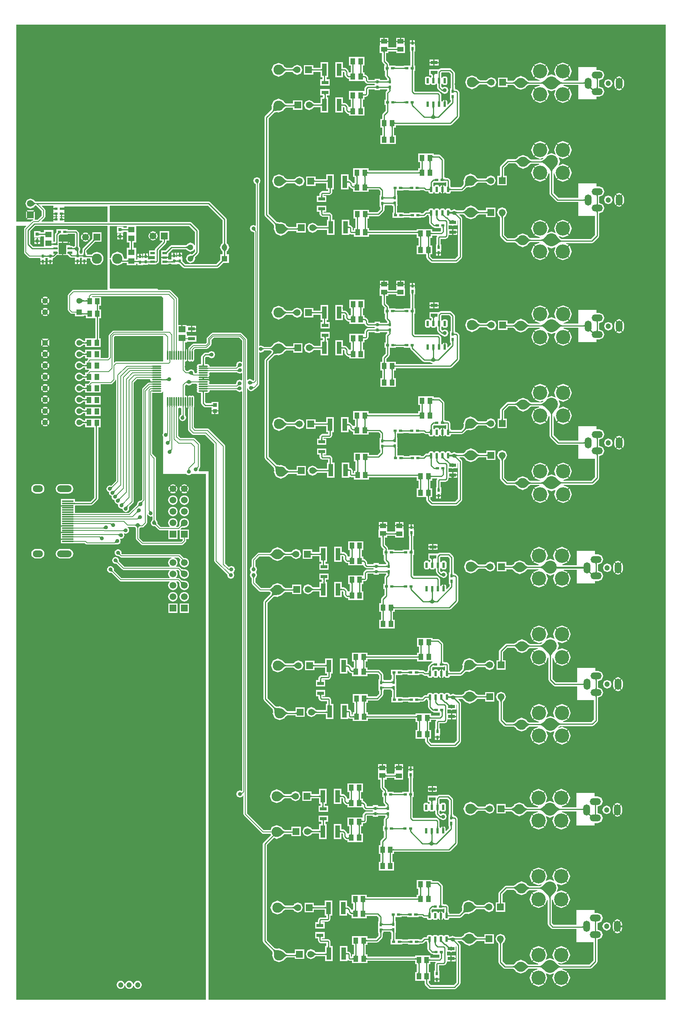
<source format=gtl>
G04*
G04 #@! TF.GenerationSoftware,Altium Limited,Altium Designer,20.1.12 (249)*
G04*
G04 Layer_Physical_Order=1*
G04 Layer_Color=255*
%FSLAX25Y25*%
%MOIN*%
G70*
G04*
G04 #@! TF.SameCoordinates,17CD68B3-A26F-4FE0-94F3-A569FC1E460E*
G04*
G04*
G04 #@! TF.FilePolarity,Positive*
G04*
G01*
G75*
%ADD10C,0.00984*%
%ADD12C,0.01000*%
%ADD18C,0.01595*%
%ADD19R,0.06890X0.09843*%
%ADD52R,0.10236X0.01181*%
%ADD53R,0.02953X0.02362*%
G04:AMPARAMS|DCode=54|XSize=21.65mil|YSize=49.21mil|CornerRadius=1.95mil|HoleSize=0mil|Usage=FLASHONLY|Rotation=180.000|XOffset=0mil|YOffset=0mil|HoleType=Round|Shape=RoundedRectangle|*
%AMROUNDEDRECTD54*
21,1,0.02165,0.04532,0,0,180.0*
21,1,0.01776,0.04921,0,0,180.0*
1,1,0.00390,-0.00888,0.02266*
1,1,0.00390,0.00888,0.02266*
1,1,0.00390,0.00888,-0.02266*
1,1,0.00390,-0.00888,-0.02266*
%
%ADD54ROUNDEDRECTD54*%
%ADD55O,0.01181X0.08661*%
%ADD56O,0.08661X0.01181*%
%ADD57R,0.03937X0.02362*%
%ADD58R,0.04331X0.05315*%
%ADD59R,0.02362X0.02953*%
%ADD60R,0.05315X0.04331*%
%ADD61R,0.05709X0.05118*%
%ADD62R,0.03150X0.03150*%
%ADD63R,0.03150X0.02362*%
%ADD64R,0.04331X0.11024*%
%ADD65R,0.02362X0.03150*%
%ADD66R,0.05906X0.03150*%
%ADD67R,0.06102X0.05315*%
%ADD68R,0.03740X0.03543*%
%ADD69C,0.01500*%
%ADD70C,0.00600*%
%ADD71C,0.02000*%
%ADD72O,0.12992X0.05906*%
%ADD73O,0.09055X0.05906*%
%ADD74C,0.05906*%
%ADD75R,0.05906X0.05906*%
%ADD76C,0.11417*%
%ADD77C,0.12598*%
%ADD78C,0.05118*%
%ADD79R,0.05118X0.05118*%
%ADD80C,0.09000*%
%ADD81R,0.05906X0.05906*%
%ADD82C,0.04724*%
%ADD83O,0.09843X0.05906*%
%ADD84O,0.05906X0.09843*%
%ADD85C,0.03543*%
%ADD86C,0.23622*%
G36*
X416405Y819378D02*
X415919Y818353D01*
X415867Y818202D01*
X415830Y818069D01*
X415807Y817954D01*
X415800Y817856D01*
X415200Y817677D01*
X415190Y817817D01*
X415159Y817954D01*
X415107Y818088D01*
X415035Y818219D01*
X414942Y818346D01*
X414828Y818471D01*
X414694Y818592D01*
X414539Y818710D01*
X414363Y818825D01*
X414167Y818936D01*
X416547Y819636D01*
X416405Y819378D01*
D02*
G37*
G36*
X217946Y802231D02*
X218856Y801436D01*
X219125Y801242D01*
X219376Y801083D01*
X219610Y800959D01*
X219827Y800871D01*
X220013Y800821D01*
X220647Y800854D01*
Y800354D01*
X221000Y800500D01*
X221397Y800397D01*
X221500Y800500D01*
X221507Y800479D01*
X221528Y800445D01*
X221563Y800398D01*
X221613Y800341D01*
X222924Y800000D01*
X222739Y799996D01*
X222581Y799983D01*
X222452Y799962D01*
X222352Y799932D01*
X222280Y799894D01*
X222237Y799847D01*
X222222Y799792D01*
X222236Y799728D01*
X222278Y799656D01*
X222348Y799576D01*
X222103Y799623D01*
X221778Y799298D01*
X221000Y800000D01*
X221006Y800006D01*
X220933Y800047D01*
X220832Y800094D01*
X220728Y800132D01*
X220647Y800154D01*
Y800146D01*
X220626Y800156D01*
X220588Y800166D01*
X220530Y800174D01*
X220358Y800187D01*
X220115Y800191D01*
X220027Y800182D01*
X219827Y800129D01*
X219610Y800041D01*
X219376Y799917D01*
X219125Y799758D01*
X218856Y799564D01*
X218267Y799069D01*
X217946Y798769D01*
X217609Y798433D01*
Y802567D01*
X217946Y802231D01*
D02*
G37*
G36*
X235661Y798181D02*
X235661D01*
Y796500D01*
X238138D01*
Y795500D01*
X235661D01*
Y793819D01*
X235661D01*
Y793681D01*
X235661D01*
Y792000D01*
X238138D01*
Y791500D01*
X238638D01*
Y789319D01*
X239500D01*
Y788681D01*
X238638D01*
Y786500D01*
X238138D01*
Y786000D01*
X235661D01*
Y784500D01*
X225420Y784500D01*
X225229Y784962D01*
X228134Y787866D01*
X228603Y789000D01*
Y794500D01*
X228134Y795634D01*
X225549Y798218D01*
X225740Y798680D01*
X235660D01*
X235661Y798181D01*
D02*
G37*
G36*
X283500Y784214D02*
X245795D01*
X245339Y784319D01*
Y786000D01*
X242862D01*
Y786500D01*
X242362D01*
Y788681D01*
X241500D01*
Y789319D01*
X242362D01*
Y791500D01*
X242862D01*
Y792000D01*
X245339D01*
Y793681D01*
X245339D01*
Y793819D01*
X245339D01*
Y795500D01*
X242862D01*
Y796500D01*
X245339D01*
Y798000D01*
X283500D01*
Y784214D01*
D02*
G37*
G36*
X300465Y779225D02*
X297256D01*
Y780161D01*
X291744D01*
Y774650D01*
X297256D01*
Y775586D01*
X300111D01*
X300465Y775232D01*
X300465Y773937D01*
X300465Y773437D01*
Y766260D01*
X302680D01*
Y761417D01*
X300465D01*
Y754240D01*
X300465Y753937D01*
X300465Y753437D01*
Y751820D01*
X298270D01*
X298149Y752000D01*
X296348Y756348D01*
X292000Y758149D01*
X287652Y756348D01*
X285986Y752327D01*
X285486Y752427D01*
X285495Y780680D01*
X300465D01*
Y779225D01*
D02*
G37*
G36*
X301670Y776405D02*
X301659Y776501D01*
X301629Y776585D01*
X301579Y776660D01*
X301508Y776725D01*
X301417Y776781D01*
X301305Y776826D01*
X301174Y776861D01*
X301022Y776886D01*
X300850Y776900D01*
X300658Y776905D01*
Y777906D01*
X300850Y777911D01*
X301022Y777925D01*
X301174Y777950D01*
X301305Y777985D01*
X301417Y778030D01*
X301508Y778086D01*
X301579Y778151D01*
X301629Y778226D01*
X301659Y778310D01*
X301670Y778406D01*
Y776405D01*
D02*
G37*
G36*
X296073Y778310D02*
X296103Y778226D01*
X296153Y778151D01*
X296223Y778086D01*
X296313Y778030D01*
X296423Y777985D01*
X296553Y777950D01*
X296703Y777925D01*
X296873Y777911D01*
X297063Y777906D01*
Y776905D01*
X296873Y776900D01*
X296703Y776886D01*
X296553Y776861D01*
X296423Y776826D01*
X296313Y776781D01*
X296223Y776725D01*
X296153Y776660D01*
X296103Y776585D01*
X296073Y776501D01*
X296063Y776405D01*
Y778406D01*
X296073Y778310D01*
D02*
G37*
G36*
X413669Y777910D02*
X413646Y777691D01*
X413637Y777486D01*
X413642Y777296D01*
X413661Y777120D01*
X413694Y776959D01*
X413741Y776812D01*
X413802Y776679D01*
X413877Y776561D01*
X413967Y776458D01*
X413468Y776108D01*
X413382Y776182D01*
X413275Y776253D01*
X413148Y776321D01*
X413000Y776386D01*
X412832Y776449D01*
X412433Y776564D01*
X412202Y776618D01*
X411679Y776716D01*
X413707Y778144D01*
X413669Y777910D01*
D02*
G37*
G36*
X247337Y776405D02*
X247367Y776320D01*
X247417Y776245D01*
X247487Y776180D01*
X247577Y776125D01*
X247687Y776080D01*
X247817Y776045D01*
X247967Y776020D01*
X248137Y776005D01*
X248327Y776000D01*
Y775000D01*
X248137Y774995D01*
X247967Y774980D01*
X247817Y774955D01*
X247687Y774920D01*
X247577Y774875D01*
X247487Y774820D01*
X247417Y774755D01*
X247367Y774680D01*
X247337Y774595D01*
X247327Y774500D01*
Y776500D01*
X247337Y776405D01*
D02*
G37*
G36*
X241383Y774343D02*
X241289Y774382D01*
X241178Y774388D01*
X241047Y774362D01*
X240898Y774303D01*
X240731Y774212D01*
X240545Y774088D01*
X240340Y773933D01*
X239875Y773523D01*
X239615Y773270D01*
X238966Y774036D01*
X239179Y774255D01*
X239510Y774642D01*
X239629Y774809D01*
X239716Y774959D01*
X239772Y775092D01*
X239797Y775207D01*
X239791Y775306D01*
X239754Y775386D01*
X239685Y775450D01*
X241383Y774343D01*
D02*
G37*
G36*
X228670Y772405D02*
X228660Y772501D01*
X228629Y772585D01*
X228579Y772660D01*
X228508Y772725D01*
X228417Y772781D01*
X228305Y772825D01*
X228174Y772860D01*
X228022Y772886D01*
X227850Y772900D01*
X227658Y772905D01*
Y773906D01*
X227850Y773911D01*
X228022Y773925D01*
X228174Y773950D01*
X228305Y773985D01*
X228417Y774030D01*
X228508Y774086D01*
X228579Y774151D01*
X228629Y774226D01*
X228660Y774310D01*
X228670Y774405D01*
Y772405D01*
D02*
G37*
G36*
X223073Y774310D02*
X223103Y774226D01*
X223153Y774151D01*
X223223Y774086D01*
X223313Y774030D01*
X223423Y773985D01*
X223553Y773950D01*
X223703Y773925D01*
X223873Y773911D01*
X224063Y773906D01*
Y772905D01*
X223873Y772900D01*
X223703Y772886D01*
X223553Y772860D01*
X223423Y772825D01*
X223313Y772781D01*
X223223Y772725D01*
X223153Y772660D01*
X223103Y772585D01*
X223073Y772501D01*
X223063Y772405D01*
Y774405D01*
X223073Y774310D01*
D02*
G37*
G36*
X334405Y769049D02*
X334320Y769019D01*
X334245Y768969D01*
X334180Y768899D01*
X334125Y768809D01*
X334080Y768699D01*
X334045Y768569D01*
X334020Y768419D01*
X334005Y768249D01*
X334000Y768059D01*
X333000D01*
X332995Y768249D01*
X332980Y768419D01*
X332955Y768569D01*
X332920Y768699D01*
X332875Y768809D01*
X332820Y768899D01*
X332755Y768969D01*
X332680Y769019D01*
X332595Y769049D01*
X332500Y769059D01*
X334500D01*
X334405Y769049D01*
D02*
G37*
G36*
X272474Y768059D02*
X272396Y768116D01*
X272304Y768144D01*
X272198D01*
X272077Y768116D01*
X271943Y768059D01*
X271795Y767974D01*
X271632Y767861D01*
X271455Y767720D01*
X271059Y767352D01*
X270352Y768059D01*
X270550Y768264D01*
X270861Y768632D01*
X270974Y768795D01*
X271059Y768943D01*
X271116Y769077D01*
X271144Y769198D01*
Y769304D01*
X271116Y769396D01*
X271059Y769474D01*
X272474Y768059D01*
D02*
G37*
G36*
X305405Y767443D02*
X305320Y767413D01*
X305245Y767363D01*
X305180Y767293D01*
X305125Y767203D01*
X305080Y767093D01*
X305045Y766963D01*
X305020Y766813D01*
X305005Y766643D01*
X305000Y766453D01*
X304000D01*
X303995Y766643D01*
X303980Y766813D01*
X303955Y766963D01*
X303920Y767093D01*
X303875Y767203D01*
X303820Y767293D01*
X303755Y767363D01*
X303680Y767413D01*
X303595Y767443D01*
X303500Y767453D01*
X305500D01*
X305405Y767443D01*
D02*
G37*
G36*
X239181Y766175D02*
X239221Y765515D01*
X239280Y765491D01*
X239529Y765242D01*
X239664Y764916D01*
Y764740D01*
X239664D01*
X239664Y764564D01*
X239529Y764238D01*
X239280Y763989D01*
X238954Y763854D01*
X238778Y763854D01*
Y763854D01*
X235798D01*
Y765626D01*
X238150Y765626D01*
X238160Y765716D01*
X238175Y766006D01*
X238179Y766361D01*
X239179D01*
X239181Y766175D01*
D02*
G37*
G36*
X387013Y765852D02*
X387052Y765652D01*
X387116Y765446D01*
X387207Y765233D01*
X387323Y765015D01*
X387465Y764790D01*
X387633Y764559D01*
X387826Y764321D01*
X388291Y763828D01*
X384709D01*
X384954Y764078D01*
X385367Y764559D01*
X385535Y764790D01*
X385677Y765015D01*
X385793Y765233D01*
X385884Y765446D01*
X385948Y765652D01*
X385987Y765852D01*
X386000Y766045D01*
X387000D01*
X387013Y765852D01*
D02*
G37*
G36*
X234341Y765645D02*
X234371Y765560D01*
X234421Y765485D01*
X234492Y765420D01*
X234583Y765365D01*
X234695Y765320D01*
X234826Y765285D01*
X234978Y765260D01*
X235150Y765245D01*
X235342Y765240D01*
Y764240D01*
X235150Y764235D01*
X234978Y764220D01*
X234826Y764195D01*
X234695Y764160D01*
X234583Y764115D01*
X234492Y764060D01*
X234421Y763995D01*
X234371Y763920D01*
X234341Y763835D01*
X234330Y763740D01*
Y765740D01*
X234341Y765645D01*
D02*
G37*
G36*
X239280Y761751D02*
X239529Y761502D01*
X239664Y761176D01*
X239664Y761000D01*
X239664D01*
X239664Y760824D01*
X239529Y760498D01*
X239280Y760249D01*
X238954Y760114D01*
X238778Y760114D01*
Y760114D01*
X235798D01*
Y761886D01*
X238778Y761886D01*
X238954Y761886D01*
X239280Y761751D01*
D02*
G37*
G36*
X252297Y760114D02*
X248817Y760114D01*
X248641Y760114D01*
X248315Y760249D01*
X248066Y760498D01*
X247931Y760824D01*
X247931Y761000D01*
X247931Y761176D01*
X248066Y761502D01*
X248315Y761751D01*
X248641Y761886D01*
X248817Y761886D01*
Y761886D01*
X252297D01*
Y760114D01*
D02*
G37*
G36*
X305005Y761032D02*
X305020Y760860D01*
X305045Y760708D01*
X305080Y760576D01*
X305125Y760465D01*
X305180Y760374D01*
X305245Y760303D01*
X305320Y760253D01*
X305405Y760222D01*
X305500Y760212D01*
X303500D01*
X303595Y760222D01*
X303680Y760253D01*
X303755Y760303D01*
X303820Y760374D01*
X303875Y760465D01*
X303920Y760576D01*
X303955Y760708D01*
X303980Y760860D01*
X303995Y761032D01*
X304000Y761224D01*
X305000D01*
X305005Y761032D01*
D02*
G37*
G36*
X354673Y760209D02*
X354422Y760454D01*
X353941Y760867D01*
X353710Y761035D01*
X353485Y761177D01*
X353267Y761293D01*
X353054Y761384D01*
X352848Y761448D01*
X352648Y761487D01*
X352455Y761500D01*
Y762500D01*
X352648Y762513D01*
X352848Y762552D01*
X353054Y762616D01*
X353267Y762707D01*
X353485Y762823D01*
X353710Y762965D01*
X353941Y763133D01*
X354179Y763327D01*
X354673Y763791D01*
Y760209D01*
D02*
G37*
G36*
X257007Y763109D02*
X257030Y762956D01*
X257067Y762804D01*
X257118Y762652D01*
X257185Y762502D01*
X257266Y762353D01*
X257363Y762205D01*
X257474Y762057D01*
X257599Y761911D01*
X257740Y761765D01*
X255553D01*
X254936Y759667D01*
X254844Y759826D01*
X254744Y759967D01*
X254636Y760092D01*
X254520Y760200D01*
X254397Y760292D01*
X254266Y760367D01*
X254127Y760425D01*
X253981Y760467D01*
X253827Y760492D01*
X253665Y760500D01*
X253975Y761500D01*
X254114Y761506D01*
X254259Y761522D01*
X254411Y761549D01*
X254568Y761587D01*
X254731Y761637D01*
X255075Y761768D01*
X255256Y761850D01*
X255422Y761936D01*
X255526Y762057D01*
X255637Y762205D01*
X255733Y762353D01*
X255815Y762502D01*
X255882Y762652D01*
X255933Y762804D01*
X255970Y762956D01*
X255993Y763109D01*
X256000Y763263D01*
X257000D01*
X257007Y763109D01*
D02*
G37*
G36*
X239280Y758011D02*
X239529Y757762D01*
X239664Y757436D01*
X239664Y757260D01*
X239664Y757260D01*
Y757084D01*
X239529Y756758D01*
X239280Y756509D01*
X238954Y756374D01*
X238778Y756374D01*
X238778Y756374D01*
X238491D01*
X238448Y756344D01*
X238272Y756203D01*
X238057Y756008D01*
X237802Y755760D01*
X237189Y756374D01*
X235798D01*
Y758146D01*
X238778Y758146D01*
X238954Y758146D01*
X239280Y758011D01*
D02*
G37*
G36*
X252297Y756374D02*
X248817Y756374D01*
X248641D01*
X248316Y756509D01*
X248066Y756758D01*
X247931Y757084D01*
X247931Y757260D01*
X247931Y757436D01*
X248066Y757762D01*
X248315Y758011D01*
X248641Y758146D01*
X248817Y758146D01*
Y758146D01*
X252297D01*
Y756374D01*
D02*
G37*
G36*
X388046Y759923D02*
X387633Y759441D01*
X387465Y759210D01*
X387323Y758985D01*
X387207Y758767D01*
X387116Y758554D01*
X387052Y758348D01*
X387013Y758148D01*
X387000Y757955D01*
X386000D01*
X385987Y758148D01*
X385948Y758348D01*
X385884Y758554D01*
X385793Y758767D01*
X385677Y758985D01*
X385535Y759210D01*
X385367Y759441D01*
X385174Y759679D01*
X384709Y760173D01*
X388291D01*
X388046Y759923D01*
D02*
G37*
G36*
X336479Y757909D02*
X336279Y757703D01*
X335966Y757334D01*
X335852Y757171D01*
X335766Y757022D01*
X335708Y756888D01*
X335678Y756768D01*
X335677Y756663D01*
X335704Y756572D01*
X335759Y756495D01*
X334357Y757897D01*
X334434Y757842D01*
X334525Y757815D01*
X334630Y757816D01*
X334750Y757845D01*
X334885Y757903D01*
X335033Y757989D01*
X335196Y758104D01*
X335374Y758246D01*
X335771Y758616D01*
X336479Y757909D01*
D02*
G37*
G36*
X257943Y759443D02*
X257697Y758900D01*
X257637Y758731D01*
X257549Y758411D01*
X257522Y758259D01*
X257505Y758114D01*
X257500Y757975D01*
X256500Y757665D01*
X256492Y757827D01*
X256467Y757981D01*
X256425Y758127D01*
X256367Y758266D01*
X256292Y758397D01*
X256200Y758520D01*
X256092Y758636D01*
X255967Y758743D01*
X255825Y758844D01*
X255667Y758936D01*
X258047Y759636D01*
X257943Y759443D01*
D02*
G37*
G36*
X263505Y756871D02*
X263520Y756699D01*
X263545Y756547D01*
X263580Y756415D01*
X263625Y756304D01*
X263680Y756213D01*
X263745Y756142D01*
X263820Y756091D01*
X263905Y756061D01*
X264000Y756051D01*
X262000D01*
X262095Y756061D01*
X262180Y756091D01*
X262255Y756142D01*
X262320Y756213D01*
X262375Y756304D01*
X262420Y756415D01*
X262455Y756547D01*
X262480Y756699D01*
X262495Y756871D01*
X262500Y757063D01*
X263500D01*
X263505Y756871D01*
D02*
G37*
G36*
X257505D02*
X257520Y756699D01*
X257545Y756547D01*
X257580Y756415D01*
X257625Y756304D01*
X257680Y756213D01*
X257745Y756142D01*
X257820Y756091D01*
X257905Y756061D01*
X258000Y756051D01*
X256000D01*
X256095Y756061D01*
X256180Y756091D01*
X256255Y756142D01*
X256320Y756213D01*
X256375Y756304D01*
X256420Y756415D01*
X256455Y756547D01*
X256480Y756699D01*
X256495Y756871D01*
X256500Y757063D01*
X257500D01*
X257505Y756871D01*
D02*
G37*
G36*
X387005Y755355D02*
X387020Y755183D01*
X387045Y755031D01*
X387080Y754899D01*
X387125Y754788D01*
X387180Y754697D01*
X387245Y754626D01*
X387320Y754575D01*
X387405Y754545D01*
X387500Y754535D01*
X385500D01*
X385595Y754545D01*
X385680Y754575D01*
X385755Y754626D01*
X385820Y754697D01*
X385875Y754788D01*
X385920Y754899D01*
X385955Y755031D01*
X385980Y755183D01*
X385995Y755355D01*
X386000Y755547D01*
X387000D01*
X387005Y755355D01*
D02*
G37*
G36*
X225343Y754537D02*
X226147Y754578D01*
Y753871D01*
X226127Y753881D01*
X226088Y753890D01*
X226030Y753898D01*
X225858Y753911D01*
X225343Y753920D01*
Y753624D01*
X225337Y753681D01*
X225318Y753732D01*
X225288Y753777D01*
X225245Y753816D01*
X225190Y753849D01*
X225123Y753876D01*
X225043Y753897D01*
X224951Y753912D01*
X224847Y753921D01*
X224731Y753924D01*
Y754524D01*
X224847Y754527D01*
X224951Y754536D01*
X225043Y754551D01*
X225123Y754572D01*
X225190Y754599D01*
X225245Y754632D01*
X225288Y754671D01*
X225318Y754716D01*
X225337Y754767D01*
X225343Y754824D01*
Y754537D01*
D02*
G37*
G36*
X261843Y753500D02*
X261833Y753595D01*
X261802Y753680D01*
X261752Y753755D01*
X261681Y753820D01*
X261590Y753875D01*
X261479Y753920D01*
X261347Y753955D01*
X261195Y753980D01*
X261023Y753995D01*
X260831Y754000D01*
Y755000D01*
X261023Y755005D01*
X261195Y755020D01*
X261347Y755045D01*
X261479Y755080D01*
X261590Y755125D01*
X261681Y755180D01*
X261752Y755245D01*
X261802Y755320D01*
X261833Y755405D01*
X261843Y755500D01*
Y753500D01*
D02*
G37*
G36*
X258167Y755405D02*
X258198Y755320D01*
X258248Y755245D01*
X258319Y755180D01*
X258410Y755125D01*
X258521Y755080D01*
X258653Y755045D01*
X258805Y755020D01*
X258977Y755005D01*
X259169Y755000D01*
Y754000D01*
X258977Y753995D01*
X258805Y753980D01*
X258653Y753955D01*
X258521Y753920D01*
X258410Y753875D01*
X258319Y753820D01*
X258248Y753755D01*
X258198Y753680D01*
X258167Y753595D01*
X258157Y753500D01*
Y755500D01*
X258167Y755405D01*
D02*
G37*
G36*
X234167Y755267D02*
X234198Y755182D01*
X234248Y755107D01*
X234319Y755042D01*
X234410Y754987D01*
X234521Y754942D01*
X234653Y754907D01*
X234805Y754882D01*
X234977Y754867D01*
X235169Y754862D01*
Y753862D01*
X234977Y753857D01*
X234805Y753842D01*
X234653Y753817D01*
X234521Y753782D01*
X234410Y753737D01*
X234319Y753682D01*
X234248Y753617D01*
X234198Y753542D01*
X234167Y753457D01*
X234157Y753362D01*
Y755362D01*
X234167Y755267D01*
D02*
G37*
G36*
X231843Y753362D02*
X231833Y753457D01*
X231802Y753542D01*
X231752Y753617D01*
X231681Y753682D01*
X231590Y753737D01*
X231479Y753782D01*
X231347Y753817D01*
X231195Y753842D01*
X231023Y753857D01*
X230831Y753862D01*
Y754862D01*
X231023Y754867D01*
X231195Y754882D01*
X231347Y754907D01*
X231479Y754942D01*
X231590Y754987D01*
X231681Y755042D01*
X231752Y755107D01*
X231802Y755182D01*
X231833Y755267D01*
X231843Y755362D01*
Y753362D01*
D02*
G37*
G36*
X227667Y755267D02*
X227698Y755182D01*
X227748Y755107D01*
X227819Y755042D01*
X227910Y754987D01*
X228021Y754942D01*
X228153Y754907D01*
X228305Y754882D01*
X228477Y754867D01*
X228669Y754862D01*
Y753862D01*
X228477Y753857D01*
X228305Y753842D01*
X228153Y753817D01*
X228021Y753782D01*
X227910Y753737D01*
X227819Y753682D01*
X227748Y753617D01*
X227698Y753542D01*
X227667Y753457D01*
X227657Y753362D01*
Y755362D01*
X227667Y755267D01*
D02*
G37*
G36*
X264167Y754905D02*
X264198Y754820D01*
X264248Y754745D01*
X264319Y754680D01*
X264410Y754625D01*
X264521Y754580D01*
X264653Y754545D01*
X264805Y754520D01*
X264977Y754505D01*
X265169Y754500D01*
Y753500D01*
X264977Y753495D01*
X264805Y753480D01*
X264653Y753455D01*
X264521Y753420D01*
X264410Y753375D01*
X264319Y753320D01*
X264248Y753255D01*
X264198Y753180D01*
X264167Y753095D01*
X264157Y753000D01*
Y755000D01*
X264167Y754905D01*
D02*
G37*
G36*
X359714Y754507D02*
X359586Y754361D01*
X359472Y754192D01*
X359372Y754001D01*
X359286Y753787D01*
X359214Y753550D01*
X359155Y753291D01*
X359110Y753008D01*
X359079Y752703D01*
X359059Y752026D01*
X356526Y754559D01*
X356876Y754562D01*
X357508Y754610D01*
X357790Y754655D01*
X358050Y754714D01*
X358287Y754786D01*
X358501Y754872D01*
X358692Y754972D01*
X358861Y755086D01*
X359007Y755214D01*
X359714Y754507D01*
D02*
G37*
G36*
X385367Y749453D02*
X385289Y749509D01*
X385197Y749538D01*
X385091D01*
X384971Y749509D01*
X384837Y749453D01*
X384688Y749368D01*
X384526Y749255D01*
X384349Y749114D01*
X383953Y748746D01*
X383246Y749453D01*
X383444Y749658D01*
X383755Y750026D01*
X383868Y750188D01*
X383953Y750337D01*
X384010Y750471D01*
X384038Y750591D01*
Y750698D01*
X384010Y750789D01*
X383953Y750867D01*
X385367Y749453D01*
D02*
G37*
G36*
X345843Y749000D02*
X345833Y749095D01*
X345802Y749180D01*
X345752Y749255D01*
X345681Y749320D01*
X345590Y749375D01*
X345479Y749420D01*
X345347Y749455D01*
X345195Y749480D01*
X345023Y749495D01*
X344831Y749500D01*
Y750500D01*
X345023Y750505D01*
X345195Y750520D01*
X345347Y750545D01*
X345479Y750580D01*
X345590Y750625D01*
X345681Y750680D01*
X345752Y750745D01*
X345802Y750820D01*
X345833Y750905D01*
X345843Y751000D01*
Y749000D01*
D02*
G37*
G36*
X343167Y750905D02*
X343198Y750820D01*
X343248Y750745D01*
X343319Y750680D01*
X343410Y750625D01*
X343521Y750580D01*
X343653Y750545D01*
X343805Y750520D01*
X343977Y750505D01*
X344169Y750500D01*
Y749500D01*
X343977Y749495D01*
X343805Y749480D01*
X343653Y749455D01*
X343521Y749420D01*
X343410Y749375D01*
X343319Y749320D01*
X343248Y749255D01*
X343198Y749180D01*
X343167Y749095D01*
X343157Y749000D01*
Y751000D01*
X343167Y750905D01*
D02*
G37*
G36*
X301670Y749000D02*
X301659Y749095D01*
X301629Y749180D01*
X301579Y749255D01*
X301508Y749320D01*
X301417Y749375D01*
X301305Y749420D01*
X301174Y749455D01*
X301022Y749480D01*
X300850Y749495D01*
X300658Y749500D01*
Y750500D01*
X300850Y750505D01*
X301022Y750520D01*
X301174Y750545D01*
X301305Y750580D01*
X301417Y750625D01*
X301508Y750680D01*
X301579Y750745D01*
X301629Y750820D01*
X301659Y750905D01*
X301670Y751000D01*
Y749000D01*
D02*
G37*
G36*
X310843Y748500D02*
X310833Y748595D01*
X310802Y748680D01*
X310752Y748755D01*
X310681Y748820D01*
X310590Y748875D01*
X310479Y748920D01*
X310347Y748955D01*
X310195Y748980D01*
X310023Y748995D01*
X309831Y749000D01*
Y750000D01*
X310023Y750005D01*
X310195Y750020D01*
X310347Y750045D01*
X310479Y750080D01*
X310590Y750125D01*
X310681Y750180D01*
X310752Y750245D01*
X310802Y750320D01*
X310833Y750405D01*
X310843Y750500D01*
Y748500D01*
D02*
G37*
G36*
X307341Y750405D02*
X307371Y750320D01*
X307421Y750245D01*
X307492Y750180D01*
X307583Y750125D01*
X307695Y750080D01*
X307826Y750045D01*
X307978Y750020D01*
X308150Y750005D01*
X308342Y750000D01*
Y749000D01*
X308150Y748995D01*
X307978Y748980D01*
X307826Y748955D01*
X307695Y748920D01*
X307583Y748875D01*
X307492Y748820D01*
X307421Y748755D01*
X307371Y748680D01*
X307341Y748595D01*
X307330Y748500D01*
Y750500D01*
X307341Y750405D01*
D02*
G37*
G36*
X340843Y748260D02*
X340833Y748355D01*
X340802Y748440D01*
X340752Y748515D01*
X340681Y748580D01*
X340590Y748635D01*
X340479Y748680D01*
X340347Y748715D01*
X340195Y748740D01*
X340023Y748755D01*
X339831Y748760D01*
Y749760D01*
X340023Y749765D01*
X340195Y749780D01*
X340347Y749805D01*
X340479Y749840D01*
X340590Y749885D01*
X340681Y749940D01*
X340752Y750005D01*
X340802Y750080D01*
X340833Y750165D01*
X340843Y750260D01*
Y748260D01*
D02*
G37*
G36*
X335770Y750165D02*
X335800Y750080D01*
X335851Y750005D01*
X335921Y749940D01*
X336013Y749885D01*
X336124Y749840D01*
X336255Y749805D01*
X336407Y749780D01*
X336579Y749765D01*
X336771Y749760D01*
Y748760D01*
X336579Y748755D01*
X336407Y748740D01*
X336255Y748715D01*
X336124Y748680D01*
X336013Y748635D01*
X335921Y748580D01*
X335851Y748515D01*
X335800Y748440D01*
X335770Y748355D01*
X335759Y748260D01*
Y750260D01*
X335770Y750165D01*
D02*
G37*
G36*
X348102Y749775D02*
X348075Y749684D01*
X348076Y749578D01*
X348105Y749458D01*
X348163Y749324D01*
X348249Y749176D01*
X348363Y749013D01*
X348506Y748835D01*
X348876Y748437D01*
X348169Y747730D01*
X347963Y747929D01*
X347594Y748243D01*
X347431Y748357D01*
X347282Y748443D01*
X347148Y748501D01*
X347028Y748530D01*
X346923Y748532D01*
X346832Y748505D01*
X346755Y748449D01*
X348157Y749851D01*
X348102Y749775D01*
D02*
G37*
G36*
X211902Y780538D02*
X210432Y779068D01*
X210105Y778578D01*
X209990Y778000D01*
X209990Y778000D01*
Y757500D01*
X209990Y757500D01*
X210105Y756922D01*
X210432Y756432D01*
X213708Y753157D01*
X213708Y753157D01*
X214198Y752829D01*
X214776Y752714D01*
X224138D01*
Y751469D01*
X224319D01*
Y750000D01*
X228681D01*
Y751469D01*
X228862D01*
Y752648D01*
X230638D01*
Y751606D01*
X230819D01*
Y750138D01*
X235181D01*
Y751606D01*
X235362D01*
Y752648D01*
X235697D01*
X236353Y752779D01*
X236909Y753150D01*
X238853Y755093D01*
X239353Y755079D01*
X239353Y755079D01*
X243298D01*
Y761000D01*
Y766921D01*
X240393D01*
Y772332D01*
X240757Y772696D01*
X241104Y773000D01*
X241243Y773107D01*
X241290Y773138D01*
X248520D01*
Y773786D01*
X254786D01*
Y763182D01*
X254776Y763142D01*
X254760Y763093D01*
X254734Y763036D01*
X254698Y762970D01*
X254652Y762898D01*
X254612Y762880D01*
X254342Y762777D01*
X254251Y762750D01*
X254161Y762728D01*
X254085Y762714D01*
X253165D01*
X253149Y762737D01*
X252758Y762998D01*
X252297Y763090D01*
X250597D01*
X250393Y763590D01*
X250570Y763854D01*
X248817Y763854D01*
X248641Y763854D01*
X248315Y763989D01*
X248066Y764238D01*
X247931Y764564D01*
X247931Y764740D01*
X247931Y764916D01*
X248066Y765242D01*
X248315Y765491D01*
X248500Y765568D01*
Y766715D01*
X248242Y766921D01*
Y766921D01*
X244298D01*
Y761000D01*
Y755079D01*
X248242D01*
X248242Y755079D01*
Y755079D01*
X248722Y755029D01*
X250464Y753288D01*
X251020Y752916D01*
X251676Y752786D01*
X254638D01*
Y751744D01*
X254819D01*
Y750276D01*
X259181D01*
Y751744D01*
X259362D01*
Y752786D01*
X260638D01*
Y751744D01*
X260819D01*
Y750276D01*
X265181D01*
Y751744D01*
X265362D01*
Y752286D01*
X268019D01*
X268270Y752000D01*
X268465Y750517D01*
X269038Y749135D01*
X269948Y747948D01*
X271135Y747038D01*
X272517Y746465D01*
X274000Y746270D01*
X275483Y746465D01*
X276865Y747038D01*
X278052Y747948D01*
X278962Y749135D01*
X279535Y750517D01*
X279730Y752000D01*
X279535Y753483D01*
X278962Y754865D01*
X278052Y756052D01*
X276865Y756962D01*
X275483Y757535D01*
X274000Y757730D01*
X272517Y757535D01*
X271135Y756962D01*
X269948Y756052D01*
X269689Y755714D01*
X265362D01*
Y757256D01*
X264714D01*
Y759290D01*
X272089Y766665D01*
X272242Y766807D01*
X272316Y766866D01*
X272417D01*
X272474Y766855D01*
X272530Y766866D01*
X278134D01*
Y775134D01*
X269866D01*
Y769529D01*
X269855Y769474D01*
X269866Y769417D01*
Y769320D01*
X269700Y769124D01*
X261788Y761212D01*
X261416Y760656D01*
X261286Y760000D01*
Y757256D01*
X260638D01*
Y756214D01*
X259362D01*
Y757256D01*
X258714D01*
Y758085D01*
X258725Y758145D01*
X258787Y758370D01*
X258815Y758449D01*
X259023Y758909D01*
X259074Y759005D01*
X259079Y759011D01*
X259084Y759022D01*
X259107Y759065D01*
X259122Y759115D01*
X259377Y759729D01*
X259478Y760500D01*
X259377Y761271D01*
X259079Y761989D01*
X258606Y762606D01*
X258592Y762616D01*
X258490Y762722D01*
X258412Y762813D01*
X258350Y762895D01*
X258302Y762970D01*
X258266Y763036D01*
X258241Y763093D01*
X258224Y763142D01*
X258214Y763182D01*
Y774500D01*
X258084Y775156D01*
X257712Y775712D01*
X256712Y776712D01*
X256156Y777084D01*
X255500Y777214D01*
X248520D01*
Y777862D01*
X238480D01*
Y775291D01*
X238335Y775121D01*
X237467Y774254D01*
X237096Y773698D01*
X236965Y773042D01*
Y766830D01*
X235798D01*
X235535Y767045D01*
Y769098D01*
X235535Y769402D01*
X235535Y769902D01*
Y777079D01*
X227465D01*
Y775119D01*
X224256D01*
Y776161D01*
X218744D01*
Y770650D01*
X224256D01*
Y771692D01*
X227465D01*
Y769902D01*
X227465Y769598D01*
X227465Y769098D01*
Y762714D01*
X217710D01*
X215214Y765210D01*
Y776290D01*
X219710Y780786D01*
X283500D01*
Y724510D01*
X253500D01*
X253500Y724510D01*
X252922Y724395D01*
X252432Y724068D01*
X252432Y724068D01*
X248932Y720568D01*
X248605Y720078D01*
X248490Y719500D01*
X248490Y719500D01*
Y707000D01*
X248490Y707000D01*
X248605Y706422D01*
X248932Y705932D01*
X250932Y703932D01*
X250932Y703932D01*
X251422Y703605D01*
X252000Y703490D01*
X252000Y703490D01*
X254760D01*
Y701260D01*
X262240D01*
Y701786D01*
X264209D01*
Y699661D01*
X270598D01*
X270902Y699661D01*
X271402Y699661D01*
X272731D01*
Y681839D01*
X270957D01*
X270654Y681839D01*
X270153Y681839D01*
X263764D01*
Y679714D01*
X262483D01*
X262447Y679721D01*
X262363Y679748D01*
X262253Y679794D01*
X262120Y679865D01*
X261966Y679962D01*
X261806Y680078D01*
X261392Y680433D01*
X261209Y680614D01*
X261168Y680667D01*
X260386Y681267D01*
X259476Y681644D01*
X258500Y681772D01*
X257524Y681644D01*
X256614Y681267D01*
X255833Y680667D01*
X255233Y679886D01*
X254856Y678976D01*
X254728Y678000D01*
X254856Y677024D01*
X255233Y676114D01*
X255833Y675332D01*
X256614Y674733D01*
X257524Y674356D01*
X258500Y674228D01*
X259476Y674356D01*
X260386Y674733D01*
X261168Y675332D01*
X261204Y675379D01*
X261616Y675767D01*
X261794Y675913D01*
X261966Y676038D01*
X262120Y676135D01*
X262253Y676206D01*
X262363Y676252D01*
X262447Y676279D01*
X262483Y676286D01*
X263764D01*
Y674161D01*
X270153D01*
X270457Y674161D01*
X270957Y674161D01*
X277346D01*
Y681839D01*
X276159D01*
Y699661D01*
X277791D01*
Y707339D01*
X276159D01*
Y710661D01*
X277791D01*
Y718339D01*
X271402D01*
X271098Y718339D01*
X270598Y718339D01*
X270116D01*
X269850Y718839D01*
X269953Y718990D01*
X331010D01*
X332500Y717500D01*
Y688593D01*
X288932D01*
X288932Y688593D01*
X288354Y688478D01*
X287864Y688151D01*
X287864Y688151D01*
X284932Y685219D01*
X284605Y684729D01*
X284490Y684151D01*
X284490Y684151D01*
Y665625D01*
X283375Y664510D01*
X277346D01*
Y671839D01*
X270654D01*
Y671839D01*
X270457D01*
Y671839D01*
X263764D01*
Y669714D01*
X262483D01*
X262447Y669721D01*
X262363Y669748D01*
X262253Y669794D01*
X262120Y669865D01*
X261966Y669962D01*
X261806Y670078D01*
X261392Y670433D01*
X261209Y670614D01*
X261168Y670668D01*
X260386Y671267D01*
X259476Y671644D01*
X258500Y671772D01*
X257524Y671644D01*
X256614Y671267D01*
X255833Y670668D01*
X255233Y669886D01*
X254856Y668976D01*
X254728Y668000D01*
X254856Y667024D01*
X255233Y666114D01*
X255833Y665333D01*
X256614Y664733D01*
X257524Y664356D01*
X258500Y664228D01*
X259476Y664356D01*
X260386Y664733D01*
X261168Y665333D01*
X261204Y665379D01*
X261616Y665767D01*
X261794Y665913D01*
X261966Y666038D01*
X262120Y666135D01*
X262253Y666206D01*
X262363Y666252D01*
X262447Y666279D01*
X262483Y666286D01*
X263764D01*
Y664161D01*
X266319D01*
X266526Y663661D01*
X266042Y663178D01*
X265715Y662688D01*
X265600Y662110D01*
X265226Y661839D01*
X263764D01*
Y659714D01*
X262483D01*
X262447Y659721D01*
X262363Y659748D01*
X262253Y659794D01*
X262120Y659865D01*
X261966Y659962D01*
X261806Y660078D01*
X261392Y660433D01*
X261209Y660614D01*
X261168Y660668D01*
X260386Y661267D01*
X259476Y661644D01*
X258500Y661772D01*
X257524Y661644D01*
X256614Y661267D01*
X255833Y660668D01*
X255233Y659886D01*
X254856Y658976D01*
X254728Y658000D01*
X254856Y657024D01*
X255233Y656114D01*
X255833Y655333D01*
X256614Y654733D01*
X257524Y654356D01*
X258500Y654228D01*
X259476Y654356D01*
X260386Y654733D01*
X261168Y655333D01*
X261204Y655379D01*
X261616Y655767D01*
X261794Y655913D01*
X261966Y656038D01*
X262120Y656135D01*
X262253Y656206D01*
X262363Y656252D01*
X262447Y656279D01*
X262483Y656286D01*
X263764D01*
Y654161D01*
X266921D01*
X267072Y653661D01*
X266932Y653568D01*
X266042Y652678D01*
X265715Y652188D01*
X265646Y651839D01*
X263764D01*
Y649714D01*
X262483D01*
X262447Y649721D01*
X262363Y649748D01*
X262253Y649794D01*
X262120Y649865D01*
X261966Y649962D01*
X261806Y650078D01*
X261392Y650433D01*
X261209Y650614D01*
X261168Y650667D01*
X260386Y651267D01*
X259476Y651644D01*
X258500Y651772D01*
X257524Y651644D01*
X256614Y651267D01*
X255833Y650667D01*
X255233Y649886D01*
X254856Y648976D01*
X254728Y648000D01*
X254856Y647024D01*
X255233Y646114D01*
X255833Y645332D01*
X256614Y644733D01*
X257524Y644356D01*
X258500Y644228D01*
X259476Y644356D01*
X260386Y644733D01*
X261168Y645332D01*
X261204Y645379D01*
X261616Y645767D01*
X261794Y645913D01*
X261966Y646038D01*
X262120Y646135D01*
X262253Y646206D01*
X262363Y646252D01*
X262447Y646279D01*
X262483Y646286D01*
X263764D01*
Y644161D01*
X267819D01*
X268026Y643661D01*
X266638Y642274D01*
X266347Y641839D01*
X263764D01*
Y639714D01*
X262483D01*
X262447Y639721D01*
X262363Y639748D01*
X262253Y639794D01*
X262120Y639865D01*
X261966Y639962D01*
X261806Y640078D01*
X261392Y640433D01*
X261209Y640614D01*
X261168Y640667D01*
X260386Y641267D01*
X259476Y641644D01*
X258500Y641772D01*
X257524Y641644D01*
X256614Y641267D01*
X255833Y640667D01*
X255233Y639886D01*
X254856Y638976D01*
X254728Y638000D01*
X254856Y637024D01*
X255233Y636114D01*
X255833Y635332D01*
X256614Y634733D01*
X257524Y634356D01*
X258500Y634228D01*
X259476Y634356D01*
X260386Y634733D01*
X261168Y635332D01*
X261204Y635379D01*
X261616Y635767D01*
X261794Y635913D01*
X261966Y636038D01*
X262120Y636135D01*
X262253Y636206D01*
X262363Y636252D01*
X262447Y636279D01*
X262483Y636286D01*
X263764D01*
Y634161D01*
X270457D01*
Y634161D01*
X270654D01*
Y634161D01*
X277346D01*
Y641490D01*
X286500D01*
X286500Y641490D01*
X287078Y641605D01*
X287568Y641932D01*
X290068Y644432D01*
X290068Y644432D01*
X290395Y644922D01*
X290490Y645398D01*
X290990Y645349D01*
Y556626D01*
X286689Y552325D01*
X286676Y552322D01*
X286612Y552316D01*
X286520Y552316D01*
X286400Y552324D01*
X286255Y552343D01*
X286058Y552380D01*
X285947Y552379D01*
X285464Y552442D01*
X284693Y552341D01*
X283975Y552043D01*
X283358Y551570D01*
X282885Y550953D01*
X282587Y550235D01*
X282486Y549464D01*
X282587Y548693D01*
X282885Y547975D01*
X283358Y547358D01*
X283975Y546885D01*
X284693Y546587D01*
X284816Y546571D01*
X284736Y545964D01*
X284837Y545193D01*
X285135Y544475D01*
X285608Y543858D01*
X286225Y543385D01*
X286943Y543087D01*
X287066Y543071D01*
X286986Y542464D01*
X287087Y541693D01*
X287385Y540975D01*
X287858Y540358D01*
X288475Y539885D01*
X289193Y539587D01*
X289562Y539539D01*
X289486Y538964D01*
X289587Y538193D01*
X289885Y537475D01*
X290358Y536858D01*
X290975Y536385D01*
X291693Y536087D01*
X292304Y536007D01*
X292526Y535864D01*
X292702Y535513D01*
X292629Y534960D01*
X292731Y534190D01*
X293028Y533471D01*
X293501Y532854D01*
X294118Y532381D01*
X294837Y532084D01*
X295607Y531982D01*
X295991Y532032D01*
X296414Y531974D01*
X296531Y531622D01*
X296587Y531193D01*
X296885Y530475D01*
X297358Y529858D01*
X297975Y529385D01*
X298693Y529087D01*
X299464Y528986D01*
X300235Y529087D01*
X300953Y529385D01*
X301570Y529858D01*
X302043Y530475D01*
X302341Y531193D01*
X302442Y531964D01*
X302341Y532735D01*
X302296Y532843D01*
X302291Y532894D01*
X302236Y533070D01*
X302208Y533189D01*
X302193Y533281D01*
X302188Y533340D01*
X306068Y537219D01*
X306068Y537219D01*
X306395Y537709D01*
X306510Y538287D01*
X306510Y538287D01*
Y642874D01*
X309637Y646002D01*
X320757D01*
X321074Y645615D01*
X321060Y645543D01*
X321197Y644852D01*
X321502Y644396D01*
X321368Y644195D01*
X321244Y643575D01*
X321259Y643503D01*
X320941Y643116D01*
X320106D01*
X319528Y643002D01*
X319039Y642674D01*
X319039Y642674D01*
X314432Y638068D01*
X314105Y637578D01*
X313990Y637000D01*
X313990Y637000D01*
Y540126D01*
X313121Y539256D01*
X313105Y539248D01*
X313029Y539213D01*
X312949Y539183D01*
X312160Y538968D01*
X311923Y538919D01*
X311864Y538895D01*
X311729Y538877D01*
X311011Y538579D01*
X310394Y538106D01*
X309921Y537489D01*
X309623Y536771D01*
X309606Y536636D01*
X309581Y536577D01*
X309529Y536323D01*
X309426Y535896D01*
X309325Y535570D01*
X309287Y535471D01*
X309252Y535395D01*
X309244Y535379D01*
X302186Y528321D01*
X254799D01*
Y530945D01*
Y534488D01*
X254799Y534488D01*
X254917Y534939D01*
X269153D01*
X269810Y535070D01*
X270366Y535442D01*
X274712Y539788D01*
X275084Y540344D01*
X275214Y541000D01*
Y603661D01*
X277236D01*
Y611339D01*
X270847D01*
X270543Y611339D01*
X270043Y611339D01*
X263653D01*
Y609714D01*
X262483D01*
X262447Y609721D01*
X262363Y609748D01*
X262253Y609794D01*
X262120Y609865D01*
X261966Y609962D01*
X261806Y610078D01*
X261392Y610433D01*
X261209Y610614D01*
X261168Y610668D01*
X260386Y611267D01*
X259476Y611644D01*
X258500Y611772D01*
X257524Y611644D01*
X256614Y611267D01*
X255833Y610668D01*
X255233Y609886D01*
X254856Y608976D01*
X254728Y608000D01*
X254856Y607024D01*
X255233Y606114D01*
X255833Y605333D01*
X256614Y604733D01*
X257524Y604356D01*
X258500Y604228D01*
X259476Y604356D01*
X260386Y604733D01*
X261168Y605333D01*
X261204Y605379D01*
X261616Y605767D01*
X261794Y605913D01*
X261966Y606038D01*
X262120Y606135D01*
X262253Y606206D01*
X262363Y606252D01*
X262447Y606279D01*
X262483Y606286D01*
X263653D01*
Y603661D01*
X270043D01*
X270346Y603661D01*
X270847Y603661D01*
X271786D01*
Y541710D01*
X268444Y538368D01*
X254799D01*
Y540394D01*
X242201D01*
Y536850D01*
Y534882D01*
X242201D01*
Y534488D01*
X242201D01*
Y530945D01*
Y528976D01*
Y525039D01*
Y521102D01*
Y517165D01*
X242201D01*
Y516772D01*
X242201D01*
Y513228D01*
Y511260D01*
X242201D01*
Y510866D01*
X242201D01*
Y507323D01*
Y505354D01*
X242201D01*
Y504961D01*
X242201D01*
Y501417D01*
X253460D01*
X253470Y501414D01*
X253512Y501417D01*
X253550D01*
X253606Y501406D01*
X253662Y501417D01*
X254799D01*
Y501679D01*
X263426D01*
X264172Y500932D01*
X264172Y500932D01*
X264662Y500605D01*
X265240Y500490D01*
X289703D01*
X289703Y500490D01*
X290281Y500605D01*
X290589Y500810D01*
X290637Y500795D01*
X290762Y500742D01*
X290805Y500734D01*
X290844Y500712D01*
X290916Y500702D01*
X291193Y500587D01*
X291964Y500486D01*
X292735Y500587D01*
X293453Y500885D01*
X294070Y501358D01*
X294543Y501975D01*
X294841Y502693D01*
X294942Y503464D01*
X294841Y504235D01*
X294543Y504953D01*
X294407Y505131D01*
X294678Y505599D01*
X295243Y505525D01*
X296014Y505626D01*
X296732Y505924D01*
X297349Y506397D01*
X297822Y507014D01*
X298120Y507732D01*
X298221Y508503D01*
X298120Y509274D01*
X297865Y509889D01*
X298056Y510161D01*
X298223Y510282D01*
X298693Y510087D01*
X299464Y509986D01*
X300235Y510087D01*
X300953Y510385D01*
X301570Y510858D01*
X302043Y511475D01*
X302341Y512193D01*
X302442Y512964D01*
X302341Y513735D01*
X302043Y514453D01*
X301570Y515070D01*
X301023Y515490D01*
X301048Y515748D01*
X301160Y515990D01*
X307157D01*
X307194Y515974D01*
X307263Y515935D01*
X307353Y515875D01*
X307451Y515802D01*
X307734Y515555D01*
X307883Y515409D01*
X307894Y515394D01*
X307909Y515383D01*
X308055Y515234D01*
X308302Y514951D01*
X308375Y514853D01*
X308435Y514763D01*
X308473Y514694D01*
X308490Y514657D01*
Y505500D01*
X308490Y505500D01*
X308605Y504922D01*
X308932Y504432D01*
X312932Y500432D01*
X312932Y500432D01*
X313422Y500105D01*
X314000Y499990D01*
X349000D01*
X349000Y499990D01*
X349578Y500105D01*
X350068Y500432D01*
X352319Y502684D01*
X352319Y502684D01*
X352647Y503174D01*
X352762Y503752D01*
Y505174D01*
X352762Y505174D01*
X352920Y505366D01*
X355134D01*
Y513634D01*
X347923D01*
X347731Y514096D01*
X348724Y515089D01*
X348740Y515098D01*
X348830Y515136D01*
X348981Y515183D01*
X349189Y515229D01*
X349425Y515267D01*
X350536Y515342D01*
X350905Y515343D01*
X351000Y515331D01*
X352079Y515473D01*
X353085Y515889D01*
X353948Y516552D01*
X354611Y517415D01*
X355027Y518421D01*
X355170Y519500D01*
X355027Y520579D01*
X354611Y521585D01*
X353948Y522448D01*
X353085Y523111D01*
X352079Y523527D01*
X351000Y523669D01*
X349921Y523527D01*
X348915Y523111D01*
X348052Y522448D01*
X347389Y521585D01*
X346973Y520579D01*
X346831Y519500D01*
X346843Y519405D01*
X346842Y519016D01*
X346829Y518627D01*
X346769Y517937D01*
X346729Y517689D01*
X346683Y517482D01*
X346636Y517330D01*
X346598Y517240D01*
X346589Y517224D01*
X345374Y516010D01*
X344020D01*
X343860Y516484D01*
X343948Y516552D01*
X344611Y517415D01*
X345027Y518421D01*
X345169Y519500D01*
X345027Y520579D01*
X344611Y521585D01*
X343948Y522448D01*
X343085Y523111D01*
X342079Y523527D01*
X341000Y523669D01*
X339921Y523527D01*
X338915Y523111D01*
X338052Y522448D01*
X337389Y521585D01*
X336973Y520579D01*
X336830Y519500D01*
X336973Y518421D01*
X337389Y517415D01*
X338052Y516552D01*
X338141Y516484D01*
X337980Y516010D01*
X330125D01*
X327578Y518558D01*
X327564Y518595D01*
X327542Y518671D01*
X327520Y518777D01*
X327503Y518898D01*
X327477Y519273D01*
X327476Y519482D01*
X327478Y519500D01*
X327377Y520271D01*
X327079Y520989D01*
X326606Y521606D01*
X326591Y521617D01*
X326445Y521766D01*
X326198Y522049D01*
X326125Y522147D01*
X326065Y522237D01*
X326027Y522306D01*
X326010Y522342D01*
Y576365D01*
X326010Y576365D01*
X325895Y576943D01*
X325568Y577433D01*
X322859Y580141D01*
Y633889D01*
X322866Y633894D01*
X330346D01*
X331038Y634032D01*
X331624Y634423D01*
X332000Y634987D01*
X332037Y634993D01*
X332500Y634823D01*
Y598641D01*
X332261Y598329D01*
X331963Y597611D01*
X331862Y596840D01*
X331963Y596069D01*
X332261Y595351D01*
X332500Y595040D01*
Y562500D01*
X352749D01*
X352858Y562358D01*
X353475Y561885D01*
X354193Y561587D01*
X354964Y561486D01*
X355735Y561587D01*
X356453Y561885D01*
X357070Y562358D01*
X357179Y562500D01*
X370000D01*
Y100000D01*
X203000D01*
X203000Y781000D01*
X211711D01*
X211902Y780538D01*
D02*
G37*
G36*
X267803Y717629D02*
X267812Y717525D01*
X267827Y717433D01*
X267848Y717354D01*
X267875Y717286D01*
X267908Y717231D01*
X267947Y717189D01*
X267992Y717158D01*
X268043Y717140D01*
X268100Y717134D01*
X266900D01*
X266957Y717140D01*
X267008Y717158D01*
X267053Y717189D01*
X267092Y717231D01*
X267125Y717286D01*
X267152Y717354D01*
X267173Y717433D01*
X267188Y717525D01*
X267197Y717629D01*
X267200Y717745D01*
X267800D01*
X267803Y717629D01*
D02*
G37*
G36*
X265414Y714000D02*
X265404Y714095D01*
X265373Y714180D01*
X265323Y714255D01*
X265252Y714320D01*
X265161Y714375D01*
X265049Y714420D01*
X264918Y714455D01*
X264766Y714480D01*
X264594Y714495D01*
X264402Y714500D01*
Y715500D01*
X264594Y715505D01*
X264766Y715520D01*
X264918Y715545D01*
X265049Y715580D01*
X265161Y715625D01*
X265252Y715680D01*
X265323Y715745D01*
X265373Y715820D01*
X265404Y715905D01*
X265414Y716000D01*
Y714000D01*
D02*
G37*
G36*
X260578Y716546D02*
X261059Y716133D01*
X261290Y715965D01*
X261515Y715823D01*
X261733Y715707D01*
X261946Y715616D01*
X262152Y715552D01*
X262352Y715513D01*
X262545Y715500D01*
Y714500D01*
X262352Y714487D01*
X262152Y714448D01*
X261946Y714384D01*
X261733Y714293D01*
X261515Y714177D01*
X261290Y714035D01*
X261059Y713867D01*
X260821Y713673D01*
X260328Y713209D01*
Y716791D01*
X260578Y716546D01*
D02*
G37*
G36*
X275350Y711856D02*
X275265Y711826D01*
X275190Y711775D01*
X275125Y711705D01*
X275070Y711614D01*
X275025Y711502D01*
X274990Y711371D01*
X274965Y711219D01*
X274950Y711047D01*
X274945Y710854D01*
X273945D01*
X273940Y711047D01*
X273925Y711219D01*
X273900Y711371D01*
X273865Y711502D01*
X273820Y711614D01*
X273765Y711705D01*
X273700Y711775D01*
X273625Y711826D01*
X273540Y711856D01*
X273445Y711867D01*
X275445D01*
X275350Y711856D01*
D02*
G37*
G36*
X258147Y704646D02*
X258126Y704656D01*
X258088Y704666D01*
X258030Y704674D01*
X257858Y704687D01*
X257100Y704700D01*
Y705300D01*
X258147Y705354D01*
Y704646D01*
D02*
G37*
G36*
X274950Y706953D02*
X274965Y706781D01*
X274990Y706629D01*
X275025Y706498D01*
X275070Y706387D01*
X275125Y706295D01*
X275190Y706225D01*
X275265Y706174D01*
X275350Y706144D01*
X275445Y706134D01*
X274681D01*
X274945Y706062D01*
X274951Y705920D01*
X274968Y705773D01*
X274996Y705621D01*
X275037Y705464D01*
X275088Y705302D01*
X275151Y705134D01*
X275312Y704784D01*
X275409Y704601D01*
X275518Y704413D01*
X273117Y705036D01*
X273274Y705135D01*
X273415Y705240D01*
X273539Y705353D01*
X273647Y705472D01*
X273738Y705598D01*
X273813Y705731D01*
X273870Y705872D01*
X273912Y706019D01*
X273930Y706134D01*
X273445D01*
X273540Y706144D01*
X273625Y706174D01*
X273700Y706225D01*
X273765Y706295D01*
X273820Y706387D01*
X273865Y706498D01*
X273900Y706629D01*
X273925Y706781D01*
X273940Y706953D01*
X273945Y707146D01*
X274945D01*
X274950Y706953D01*
D02*
G37*
G36*
X255965Y704400D02*
X255959Y704457D01*
X255941Y704508D01*
X255910Y704553D01*
X255867Y704592D01*
X255812Y704625D01*
X255745Y704652D01*
X255665Y704673D01*
X255573Y704688D01*
X255469Y704697D01*
X255353Y704700D01*
Y705300D01*
X255469Y705303D01*
X255573Y705312D01*
X255665Y705327D01*
X255745Y705348D01*
X255812Y705375D01*
X255867Y705408D01*
X255910Y705447D01*
X255941Y705492D01*
X255959Y705543D01*
X255965Y705600D01*
Y704400D01*
D02*
G37*
G36*
X265414Y702500D02*
X265404Y702595D01*
X265373Y702680D01*
X265323Y702755D01*
X265252Y702820D01*
X265161Y702875D01*
X265049Y702920D01*
X264918Y702955D01*
X264766Y702980D01*
X264594Y702995D01*
X264402Y703000D01*
Y704000D01*
X264594Y704005D01*
X264766Y704020D01*
X264918Y704045D01*
X265049Y704080D01*
X265161Y704125D01*
X265252Y704180D01*
X265323Y704245D01*
X265373Y704320D01*
X265404Y704405D01*
X265414Y704500D01*
Y702500D01*
D02*
G37*
G36*
X261045Y704405D02*
X261075Y704320D01*
X261126Y704245D01*
X261197Y704180D01*
X261288Y704125D01*
X261399Y704080D01*
X261531Y704045D01*
X261683Y704020D01*
X261855Y704005D01*
X262047Y704000D01*
Y703000D01*
X261855Y702995D01*
X261683Y702980D01*
X261531Y702955D01*
X261399Y702920D01*
X261288Y702875D01*
X261197Y702820D01*
X261126Y702755D01*
X261075Y702680D01*
X261045Y702595D01*
X261035Y702500D01*
Y704500D01*
X261045Y704405D01*
D02*
G37*
G36*
X275409Y702399D02*
X275226Y702038D01*
X275151Y701866D01*
X275037Y701536D01*
X274996Y701379D01*
X274968Y701227D01*
X274951Y701080D01*
X274945Y700938D01*
X274681Y700867D01*
X275445D01*
X275350Y700856D01*
X275265Y700826D01*
X275190Y700775D01*
X275125Y700705D01*
X275070Y700613D01*
X275025Y700502D01*
X274990Y700371D01*
X274965Y700219D01*
X274950Y700047D01*
X274945Y699855D01*
X273945D01*
X273940Y700047D01*
X273925Y700219D01*
X273900Y700371D01*
X273865Y700502D01*
X273820Y700613D01*
X273765Y700705D01*
X273700Y700775D01*
X273625Y700826D01*
X273540Y700856D01*
X273445Y700867D01*
X273930D01*
X273912Y700981D01*
X273870Y701128D01*
X273813Y701268D01*
X273738Y701402D01*
X273647Y701528D01*
X273539Y701647D01*
X273415Y701760D01*
X273274Y701865D01*
X273117Y701964D01*
X275518Y702587D01*
X275409Y702399D01*
D02*
G37*
G36*
X354571Y680900D02*
X354565Y680957D01*
X354547Y681008D01*
X354516Y681053D01*
X354473Y681092D01*
X354418Y681125D01*
X354351Y681152D01*
X354271Y681173D01*
X354180Y681188D01*
X354076Y681197D01*
X353959Y681200D01*
Y681800D01*
X354076Y681803D01*
X354180Y681812D01*
X354271Y681827D01*
X354351Y681848D01*
X354418Y681875D01*
X354473Y681908D01*
X354516Y681947D01*
X354547Y681992D01*
X354565Y682043D01*
X354571Y682100D01*
Y680900D01*
D02*
G37*
G36*
X352033Y682043D02*
X352052Y681992D01*
X352082Y681947D01*
X352125Y681908D01*
X352180Y681875D01*
X352248Y681848D01*
X352327Y681827D01*
X352419Y681812D01*
X352523Y681803D01*
X352639Y681800D01*
Y681200D01*
X352523Y681197D01*
X352419Y681188D01*
X352327Y681173D01*
X352248Y681152D01*
X352180Y681125D01*
X352125Y681092D01*
X352082Y681053D01*
X352052Y681008D01*
X352033Y680957D01*
X352027Y680900D01*
Y682100D01*
X352033Y682043D01*
D02*
G37*
G36*
X350512Y682641D02*
X350598Y682465D01*
X350692Y682309D01*
X350793Y682174D01*
X350901Y682060D01*
X351016Y681966D01*
X351139Y681893D01*
X351268Y681842D01*
X351405Y681810D01*
X351549Y681800D01*
X351271Y681200D01*
X351198Y681194D01*
X351100Y681175D01*
X350978Y681145D01*
X350658Y681046D01*
X350427Y680962D01*
X350331Y679927D01*
X349731Y679682D01*
X349722Y679833D01*
X349694Y679968D01*
X349648Y680087D01*
X349583Y680189D01*
X349499Y680275D01*
X349396Y680344D01*
X349276Y680398D01*
X349136Y680435D01*
X348978Y680456D01*
X348801Y680461D01*
X349733Y681281D01*
X350432Y682839D01*
X350512Y682641D01*
D02*
G37*
G36*
X350574Y679522D02*
X350523Y679503D01*
X350479Y679473D01*
X350440Y679430D01*
X350407Y679375D01*
X350379Y679308D01*
X350359Y679228D01*
X350343Y679136D01*
X350335Y679032D01*
X350331Y678916D01*
X349731D01*
X349728Y679032D01*
X349720Y679136D01*
X349705Y679228D01*
X349683Y679308D01*
X349657Y679375D01*
X349623Y679430D01*
X349585Y679473D01*
X349539Y679503D01*
X349488Y679522D01*
X349431Y679528D01*
X350631D01*
X350574Y679522D01*
D02*
G37*
G36*
X274950Y681453D02*
X274965Y681281D01*
X274990Y681129D01*
X275025Y680998D01*
X275070Y680887D01*
X275125Y680795D01*
X275190Y680725D01*
X275265Y680674D01*
X275350Y680644D01*
X275445Y680633D01*
X274503D01*
X274945Y680503D01*
X274950Y680362D01*
X274967Y680216D01*
X274995Y680065D01*
X275034Y679908D01*
X275084Y679745D01*
X275217Y679402D01*
X275301Y679222D01*
X275501Y678845D01*
X273114Y679518D01*
X273272Y679613D01*
X273413Y679715D01*
X273538Y679825D01*
X273646Y679942D01*
X273737Y680066D01*
X273812Y680198D01*
X273870Y680337D01*
X273912Y680483D01*
X273936Y680633D01*
X273445D01*
X273540Y680644D01*
X273625Y680674D01*
X273700Y680725D01*
X273765Y680795D01*
X273820Y680887D01*
X273865Y680998D01*
X273900Y681129D01*
X273925Y681281D01*
X273940Y681453D01*
X273945Y681645D01*
X274945D01*
X274950Y681453D01*
D02*
G37*
G36*
X264969Y677000D02*
X264959Y677095D01*
X264928Y677180D01*
X264878Y677255D01*
X264807Y677320D01*
X264716Y677375D01*
X264605Y677420D01*
X264473Y677455D01*
X264321Y677480D01*
X264149Y677495D01*
X263957Y677500D01*
Y678500D01*
X264149Y678505D01*
X264321Y678520D01*
X264473Y678545D01*
X264605Y678580D01*
X264716Y678625D01*
X264807Y678680D01*
X264878Y678745D01*
X264928Y678820D01*
X264959Y678905D01*
X264969Y679000D01*
Y677000D01*
D02*
G37*
G36*
X260578Y679546D02*
X261059Y679133D01*
X261290Y678965D01*
X261515Y678823D01*
X261733Y678707D01*
X261946Y678616D01*
X262152Y678552D01*
X262352Y678513D01*
X262545Y678500D01*
Y677500D01*
X262352Y677487D01*
X262152Y677448D01*
X261946Y677384D01*
X261733Y677293D01*
X261515Y677177D01*
X261290Y677035D01*
X261059Y676867D01*
X260821Y676674D01*
X260328Y676209D01*
Y679791D01*
X260578Y679546D01*
D02*
G37*
G36*
X433379Y672378D02*
X433359Y672389D01*
X433320Y672398D01*
X433262Y672406D01*
X433090Y672419D01*
X432332Y672432D01*
Y673032D01*
X433379Y673086D01*
Y672378D01*
D02*
G37*
G36*
X448071Y672000D02*
X448061Y672095D01*
X448031Y672180D01*
X447980Y672255D01*
X447909Y672320D01*
X447818Y672375D01*
X447707Y672420D01*
X447575Y672455D01*
X447424Y672480D01*
X447252Y672495D01*
X447059Y672500D01*
Y673500D01*
X447252Y673505D01*
X447424Y673520D01*
X447575Y673545D01*
X447707Y673580D01*
X447818Y673625D01*
X447909Y673680D01*
X447980Y673745D01*
X448031Y673820D01*
X448061Y673905D01*
X448071Y674000D01*
Y672000D01*
D02*
G37*
G36*
X419748Y673720D02*
X420339Y673338D01*
X420513Y673244D01*
X420675Y673168D01*
X420825Y673108D01*
X420963Y673066D01*
X421090Y673041D01*
X421205Y673032D01*
X421299Y672432D01*
X421163Y672422D01*
X421027Y672392D01*
X420889Y672342D01*
X420751Y672272D01*
X420612Y672182D01*
X420472Y672071D01*
X420331Y671941D01*
X420189Y671791D01*
X420046Y671620D01*
X419902Y671430D01*
X419527Y673881D01*
X419748Y673720D01*
D02*
G37*
G36*
X358208Y671736D02*
X358228Y671546D01*
X358245Y671455D01*
X358267Y671367D01*
X358294Y671281D01*
X358326Y671198D01*
X358362Y671118D01*
X358404Y671041D01*
X358451Y670966D01*
X357361D01*
X357407Y671041D01*
X357449Y671118D01*
X357486Y671198D01*
X357517Y671281D01*
X357544Y671367D01*
X357566Y671455D01*
X357583Y671546D01*
X357596Y671640D01*
X357603Y671736D01*
X357606Y671836D01*
X358206D01*
X358208Y671736D01*
D02*
G37*
G36*
X356240D02*
X356259Y671546D01*
X356276Y671455D01*
X356298Y671367D01*
X356325Y671281D01*
X356357Y671198D01*
X356394Y671118D01*
X356435Y671041D01*
X356482Y670966D01*
X355392D01*
X355439Y671041D01*
X355480Y671118D01*
X355517Y671198D01*
X355549Y671281D01*
X355576Y671367D01*
X355598Y671455D01*
X355615Y671546D01*
X355627Y671640D01*
X355635Y671736D01*
X355637Y671836D01*
X356237D01*
X356240Y671736D01*
D02*
G37*
G36*
X350334D02*
X350354Y671546D01*
X350371Y671455D01*
X350393Y671367D01*
X350420Y671281D01*
X350451Y671198D01*
X350488Y671118D01*
X350530Y671041D01*
X350576Y670966D01*
X349486D01*
X349533Y671041D01*
X349575Y671118D01*
X349611Y671198D01*
X349643Y671281D01*
X349670Y671367D01*
X349692Y671455D01*
X349709Y671546D01*
X349722Y671640D01*
X349729Y671736D01*
X349731Y671836D01*
X350331D01*
X350334Y671736D01*
D02*
G37*
G36*
X344428D02*
X344448Y671546D01*
X344465Y671455D01*
X344487Y671367D01*
X344514Y671281D01*
X344546Y671198D01*
X344583Y671118D01*
X344624Y671041D01*
X344671Y670966D01*
X343581D01*
X343628Y671041D01*
X343669Y671118D01*
X343706Y671198D01*
X343738Y671281D01*
X343765Y671367D01*
X343787Y671455D01*
X343804Y671546D01*
X343816Y671640D01*
X343824Y671736D01*
X343826Y671836D01*
X344426D01*
X344428Y671736D01*
D02*
G37*
G36*
X342460D02*
X342479Y671546D01*
X342497Y671455D01*
X342519Y671367D01*
X342546Y671281D01*
X342578Y671198D01*
X342614Y671118D01*
X342656Y671041D01*
X342703Y670966D01*
X341613D01*
X341659Y671041D01*
X341701Y671118D01*
X341737Y671198D01*
X341769Y671281D01*
X341796Y671367D01*
X341818Y671455D01*
X341835Y671546D01*
X341848Y671640D01*
X341855Y671736D01*
X341858Y671836D01*
X342458D01*
X342460Y671736D01*
D02*
G37*
G36*
X340491D02*
X340511Y671546D01*
X340528Y671455D01*
X340550Y671367D01*
X340577Y671281D01*
X340609Y671198D01*
X340646Y671118D01*
X340687Y671041D01*
X340734Y670966D01*
X339644D01*
X339690Y671041D01*
X339732Y671118D01*
X339769Y671198D01*
X339801Y671281D01*
X339828Y671367D01*
X339850Y671455D01*
X339867Y671546D01*
X339879Y671640D01*
X339886Y671736D01*
X339889Y671836D01*
X340489D01*
X340491Y671736D01*
D02*
G37*
G36*
X336554D02*
X336574Y671546D01*
X336591Y671455D01*
X336613Y671367D01*
X336640Y671281D01*
X336672Y671198D01*
X336709Y671118D01*
X336750Y671041D01*
X336797Y670966D01*
X335707D01*
X335753Y671041D01*
X335795Y671118D01*
X335832Y671198D01*
X335864Y671281D01*
X335891Y671367D01*
X335913Y671455D01*
X335930Y671546D01*
X335942Y671640D01*
X335949Y671736D01*
X335952Y671836D01*
X336552D01*
X336554Y671736D01*
D02*
G37*
G36*
X437721Y675646D02*
X439094Y674454D01*
X439502Y674162D01*
X439886Y673924D01*
X440244Y673738D01*
X440578Y673606D01*
X440888Y673526D01*
X441172Y673500D01*
Y672500D01*
X440888Y672473D01*
X440578Y672394D01*
X440244Y672261D01*
X439886Y672076D01*
X439502Y671838D01*
X439094Y671546D01*
X438203Y670804D01*
X437721Y670354D01*
X437214Y669850D01*
Y676150D01*
X437721Y675646D01*
D02*
G37*
G36*
X775000Y100000D02*
X372500D01*
Y565000D01*
X364004D01*
X363726Y565416D01*
X364160Y566464D01*
X364023Y566795D01*
X364041Y567058D01*
X364057Y567174D01*
X364078Y567275D01*
X364093Y567325D01*
X364634Y567866D01*
X365103Y569000D01*
Y588500D01*
X364634Y589634D01*
X360634Y593634D01*
X359500Y594103D01*
X347664D01*
X345729Y596038D01*
Y620153D01*
X346094Y620397D01*
X347079Y620805D01*
X348063Y620397D01*
X348428Y620153D01*
Y614928D01*
X348414Y614916D01*
X348340Y614860D01*
X348237Y614794D01*
X348076Y614704D01*
X347971Y614572D01*
X347256Y614276D01*
X346320Y612016D01*
X347256Y609756D01*
X349516Y608820D01*
X351776Y609756D01*
X352712Y612016D01*
X352227Y613187D01*
X352201Y613462D01*
X351946Y613945D01*
X351765Y614322D01*
X351646Y614609D01*
X351635Y614643D01*
Y620349D01*
X352000Y620593D01*
X352984Y621001D01*
X353969Y620593D01*
X354334Y620349D01*
Y601563D01*
X354803Y600429D01*
X357866Y597366D01*
X359000Y596897D01*
X369336D01*
X377397Y588836D01*
Y486000D01*
X377866Y484866D01*
X388915Y473818D01*
X388768Y473464D01*
X389704Y471204D01*
X391964Y470268D01*
X394224Y471204D01*
X395160Y473464D01*
X394311Y475513D01*
X394478Y476123D01*
X394760Y476240D01*
X395696Y478500D01*
X394760Y480760D01*
X392500Y481696D01*
X390240Y480760D01*
X390046Y480721D01*
X387103Y483664D01*
Y587000D01*
X386634Y588134D01*
X372634Y602134D01*
X371500Y602603D01*
X360664D01*
X359509Y603758D01*
Y621370D01*
X359510Y621373D01*
X359535Y621413D01*
X359593Y621759D01*
X359823Y622315D01*
Y629795D01*
X359261Y631151D01*
X357906Y631713D01*
X356921Y631305D01*
X355937Y631713D01*
X354716Y631207D01*
X354468Y631310D01*
Y630880D01*
X354019Y629795D01*
Y626055D01*
X353468D01*
Y631310D01*
X352984Y631109D01*
X352000Y631517D01*
X351635Y631761D01*
Y640368D01*
X352546Y641279D01*
X352740Y641240D01*
X355000Y640304D01*
X357260Y641240D01*
X357412Y641607D01*
X357538Y641736D01*
X357639Y641826D01*
X357734Y641902D01*
X357812Y641955D01*
X357840Y641972D01*
X361649D01*
X361893Y641606D01*
X362301Y640622D01*
X361893Y639638D01*
X362301Y638654D01*
X361893Y637669D01*
X362301Y636685D01*
X361893Y635701D01*
X362455Y634345D01*
X363811Y633783D01*
X365732D01*
Y624949D01*
X366265Y623662D01*
X368213Y621713D01*
X369500Y621180D01*
X374949D01*
Y620106D01*
X375130D01*
Y618441D01*
X380870D01*
Y620106D01*
X381051D01*
Y626012D01*
X374949D01*
Y624820D01*
X370254D01*
X369371Y625702D01*
Y633783D01*
X371291D01*
X372647Y634345D01*
X373209Y635701D01*
X373453Y636066D01*
X397016D01*
X397092Y636027D01*
X397170Y635980D01*
X397438Y635782D01*
X397539Y635539D01*
X399799Y634603D01*
X401481Y635300D01*
X401897Y635022D01*
Y283887D01*
X401445Y283547D01*
X399964Y284160D01*
X397704Y283224D01*
X396768Y280964D01*
X397704Y278704D01*
X399964Y277768D01*
X402224Y278704D01*
X402597Y279604D01*
X403097Y279505D01*
Y263300D01*
X403566Y262166D01*
X419366Y246366D01*
X420500Y245897D01*
X427015D01*
X427398Y244971D01*
X420713Y238287D01*
X420180Y237000D01*
Y151500D01*
X420713Y150213D01*
X428269Y142657D01*
X428278Y142642D01*
X428364Y142445D01*
X428451Y142169D01*
X428533Y141818D01*
X428599Y141423D01*
X428709Y139864D01*
X428351Y139000D01*
X430152Y134652D01*
X434500Y132851D01*
X438848Y134652D01*
X439212Y135530D01*
X439549Y135845D01*
X440376Y136533D01*
X440712Y136774D01*
X441018Y136964D01*
X441275Y137097D01*
X441475Y137176D01*
X441492Y137180D01*
X448366D01*
Y135866D01*
X456634D01*
Y144134D01*
X448366D01*
Y140820D01*
X441492D01*
X441475Y140824D01*
X441275Y140903D01*
X441018Y141036D01*
X440712Y141227D01*
X440386Y141459D01*
X439206Y142484D01*
X438848Y143348D01*
X434500Y145149D01*
X433622Y144785D01*
X433161Y144801D01*
X432090Y144899D01*
X431682Y144967D01*
X431331Y145049D01*
X431055Y145136D01*
X430858Y145222D01*
X430842Y145231D01*
X423820Y152254D01*
Y236246D01*
X429972Y242398D01*
X432500Y241351D01*
X436848Y243152D01*
X437212Y244030D01*
X437549Y244345D01*
X438376Y245033D01*
X438712Y245273D01*
X439018Y245464D01*
X439275Y245597D01*
X439475Y245676D01*
X439492Y245680D01*
X445366D01*
Y243866D01*
X453634D01*
Y252134D01*
X445366D01*
Y249320D01*
X439492D01*
X439475Y249324D01*
X439275Y249403D01*
X439018Y249536D01*
X438712Y249727D01*
X438386Y249959D01*
X437206Y250984D01*
X436848Y251848D01*
X432500Y253649D01*
X428152Y251848D01*
X427015Y249103D01*
X421164D01*
X406303Y263964D01*
Y637937D01*
X406803Y638036D01*
X407604Y636104D01*
X409864Y635168D01*
X412123Y636104D01*
X412337Y636618D01*
X412367Y636634D01*
X412389Y636707D01*
X412451Y636749D01*
X412524Y636861D01*
X412567Y636918D01*
X412600Y636955D01*
X412604Y636959D01*
X412610Y636959D01*
X412671Y636988D01*
X413669Y637402D01*
X416634Y640366D01*
X417103Y641500D01*
Y669382D01*
X417519Y669660D01*
X418464Y669268D01*
X420724Y670204D01*
X420909Y670652D01*
X420923Y670659D01*
X421047Y670824D01*
X421145Y670940D01*
X421231Y671032D01*
X421303Y671098D01*
X421342Y671129D01*
X426875D01*
X426907Y671119D01*
X427102Y671034D01*
X427373Y670886D01*
X427677Y670694D01*
X428067Y670388D01*
X428033Y670182D01*
X427951Y669831D01*
X427864Y669555D01*
X427778Y669358D01*
X427769Y669343D01*
X422213Y663787D01*
X421680Y662500D01*
Y577000D01*
X422213Y575713D01*
X429769Y568157D01*
X429778Y568142D01*
X429864Y567945D01*
X429951Y567669D01*
X430033Y567318D01*
X430099Y566923D01*
X430209Y565364D01*
X429851Y564500D01*
X431652Y560152D01*
X436000Y558351D01*
X440348Y560152D01*
X440712Y561030D01*
X441049Y561345D01*
X441876Y562033D01*
X442212Y562274D01*
X442518Y562464D01*
X442775Y562597D01*
X442975Y562676D01*
X442992Y562680D01*
X449866D01*
Y561366D01*
X458134D01*
Y569634D01*
X449866D01*
Y566320D01*
X442992D01*
X442975Y566324D01*
X442775Y566403D01*
X442518Y566536D01*
X442212Y566727D01*
X441886Y566959D01*
X440706Y567984D01*
X440348Y568848D01*
X436000Y570649D01*
X435122Y570286D01*
X434661Y570301D01*
X433590Y570399D01*
X433182Y570467D01*
X432831Y570549D01*
X432555Y570636D01*
X432358Y570722D01*
X432342Y570731D01*
X425320Y577754D01*
Y661746D01*
X430342Y666769D01*
X430358Y666778D01*
X430555Y666864D01*
X430831Y666951D01*
X431182Y667033D01*
X431577Y667099D01*
X433136Y667209D01*
X434000Y666851D01*
X438348Y668652D01*
X438712Y669530D01*
X439049Y669845D01*
X439876Y670533D01*
X440212Y670774D01*
X440518Y670964D01*
X440775Y671097D01*
X440975Y671176D01*
X440992Y671180D01*
X446866D01*
Y669366D01*
X455134D01*
Y677634D01*
X446866D01*
Y674820D01*
X440992D01*
X440975Y674824D01*
X440775Y674903D01*
X440518Y675036D01*
X440212Y675227D01*
X439886Y675459D01*
X438706Y676484D01*
X438348Y677348D01*
X434000Y679149D01*
X429652Y677348D01*
X429233Y676336D01*
X429168Y676263D01*
X428735Y675805D01*
X427931Y675044D01*
X427606Y674778D01*
X427315Y674570D01*
X427076Y674427D01*
X426902Y674347D01*
X426862Y674335D01*
X421200D01*
X421183Y674342D01*
X421089Y674386D01*
X420990Y674439D01*
X420788Y674570D01*
X420724Y674724D01*
X420301Y674899D01*
X420282Y674913D01*
X420247Y674922D01*
X418464Y675660D01*
X417519Y675269D01*
X417103Y675546D01*
Y817865D01*
X417105Y817869D01*
X417544Y818796D01*
X417667Y819021D01*
X417668Y819023D01*
X417669Y819024D01*
X417699Y819299D01*
X418196Y820500D01*
X417260Y822760D01*
X415000Y823696D01*
X412740Y822760D01*
X411804Y820500D01*
X412740Y818240D01*
X413437Y817951D01*
X413535Y817825D01*
X413697Y817733D01*
X413801Y817665D01*
X413877Y817607D01*
X413897Y817589D01*
Y781310D01*
X413481Y781032D01*
X411964Y781660D01*
X409704Y780724D01*
X408768Y778464D01*
X409704Y776204D01*
X411339Y775527D01*
X411443Y775459D01*
X411552Y775439D01*
X411964Y775268D01*
X412107Y775327D01*
X412110Y775327D01*
X412432Y775233D01*
X412521Y775201D01*
X412541Y775192D01*
X412574Y775159D01*
Y645216D01*
X411817Y644459D01*
X411677D01*
X411632Y644485D01*
X411545Y644541D01*
X411452Y644611D01*
X411253Y644785D01*
X411116Y645116D01*
X408856Y646052D01*
X406803Y645202D01*
X406303Y645476D01*
Y680997D01*
X405834Y682131D01*
X401631Y686334D01*
X400497Y686803D01*
X376003D01*
X374869Y686334D01*
X371166Y682631D01*
X370697Y681497D01*
Y678164D01*
X369636Y677103D01*
X359000D01*
X357866Y676634D01*
X354803Y673571D01*
X354334Y672437D01*
X354334Y672437D01*
Y671686D01*
X354332Y671682D01*
X354307Y671642D01*
X354249Y671296D01*
X354019Y670740D01*
Y667000D01*
Y663260D01*
X354468Y662175D01*
Y661745D01*
X354716Y661848D01*
X355937Y661342D01*
X356921Y661750D01*
X357906Y661342D01*
X359261Y661904D01*
X359823Y663260D01*
Y670740D01*
X359593Y671296D01*
X359589Y671321D01*
X360664Y672397D01*
X370500D01*
X371634Y672866D01*
X374634Y675866D01*
X375103Y677000D01*
Y680336D01*
X377164Y682397D01*
X399336D01*
X401897Y679836D01*
Y661310D01*
X401481Y661032D01*
X399964Y661660D01*
X397704Y660724D01*
X396768Y658464D01*
X396905Y658133D01*
X396887Y657870D01*
X396871Y657754D01*
X396850Y657653D01*
X396836Y657603D01*
X396222Y656989D01*
X373453D01*
X373209Y657354D01*
X372647Y658710D01*
X371291Y659272D01*
X369371D01*
Y664797D01*
X370254Y665680D01*
X372403D01*
X372431Y665668D01*
X372492Y665634D01*
X372562Y665589D01*
X372611Y665553D01*
X372740Y665240D01*
X375000Y664304D01*
X377260Y665240D01*
X378196Y667500D01*
X377260Y669760D01*
X375000Y670696D01*
X372740Y669760D01*
X372611Y669447D01*
X372562Y669411D01*
X372492Y669366D01*
X372431Y669332D01*
X372403Y669320D01*
X369500D01*
X368213Y668787D01*
X366265Y666838D01*
X365732Y665551D01*
Y659272D01*
X363811D01*
X362455Y658710D01*
X361893Y657354D01*
X362301Y656370D01*
X361893Y655386D01*
X362301Y654402D01*
X361893Y653417D01*
X362301Y652433D01*
X361893Y651449D01*
X361649Y651083D01*
X360565D01*
X360196Y651500D01*
X359260Y653760D01*
X357000Y654696D01*
X354740Y653760D01*
X354603Y653429D01*
X354404Y653256D01*
X354311Y653186D01*
X354224Y653129D01*
X354179Y653103D01*
X353164D01*
X351603Y654664D01*
Y661273D01*
X352000Y661538D01*
X352984Y661946D01*
X353468Y661745D01*
Y667000D01*
Y672255D01*
X352984Y672054D01*
X352000Y672462D01*
X351635Y672706D01*
Y678323D01*
X353232D01*
X353366Y678744D01*
X361634D01*
Y684256D01*
X353366D01*
X353232Y684700D01*
Y686000D01*
X353232D01*
X353051Y686181D01*
Y687577D01*
X353547Y687587D01*
X353551Y687587D01*
X357000D01*
Y690162D01*
Y692736D01*
X353551D01*
X353547Y692736D01*
X353051Y692746D01*
Y693496D01*
X349500D01*
Y689839D01*
X348500D01*
Y693496D01*
X345729D01*
Y716874D01*
X345260Y718008D01*
X339134Y724134D01*
X338000Y724603D01*
X328397D01*
X327299Y725701D01*
X285832D01*
X285479Y726055D01*
X285486Y751574D01*
X285986Y751673D01*
X287652Y747652D01*
X292000Y745851D01*
X296348Y747652D01*
X296567Y748180D01*
X300465D01*
Y746260D01*
X308535D01*
Y747680D01*
X309638D01*
Y746244D01*
X314362D01*
Y746244D01*
X314638Y746382D01*
X319362D01*
Y747440D01*
X320035D01*
Y746898D01*
X326335D01*
Y747440D01*
X326414D01*
X327701Y747973D01*
X328287Y748559D01*
X328820Y749846D01*
Y759246D01*
X334787Y765213D01*
X335320Y766500D01*
Y767866D01*
X337634D01*
Y776134D01*
X329366D01*
Y767866D01*
X331680D01*
Y767254D01*
X325713Y761287D01*
X325180Y760000D01*
Y759102D01*
X320035D01*
Y754378D01*
X325180D01*
Y751622D01*
X320035D01*
Y751079D01*
X319362D01*
Y751894D01*
X319181D01*
Y753362D01*
X314819D01*
Y752332D01*
X314681Y752231D01*
X314181Y752485D01*
Y753224D01*
X309819D01*
Y751756D01*
X309638D01*
Y751320D01*
X308535D01*
Y753437D01*
X308535Y753740D01*
X308535Y754240D01*
Y761417D01*
X306320D01*
Y766260D01*
X308535D01*
Y773437D01*
X308535Y773740D01*
X308535Y774240D01*
Y780680D01*
X355246D01*
X360270Y775656D01*
Y763953D01*
X359780Y763855D01*
X359363Y764863D01*
X356500Y766048D01*
X353637Y764863D01*
X353440Y764387D01*
X353335Y764288D01*
X353161Y764146D01*
X352992Y764024D01*
X352843Y763929D01*
X352715Y763861D01*
X352617Y763820D01*
X339862D01*
X338576Y763287D01*
X334433Y759144D01*
X334357Y759176D01*
X334258Y759134D01*
X334153Y759159D01*
X334061Y759102D01*
X330665D01*
Y754378D01*
X330847D01*
Y753500D01*
X336784D01*
Y754378D01*
X336965D01*
Y756199D01*
X337021Y756291D01*
X336997Y756396D01*
X337038Y756495D01*
X337006Y756571D01*
X340616Y760180D01*
X352617D01*
X352715Y760139D01*
X352843Y760071D01*
X352992Y759976D01*
X353148Y759863D01*
X353441Y759612D01*
X353637Y759137D01*
X356500Y757952D01*
X359363Y759137D01*
X359780Y760145D01*
X360270Y760047D01*
Y758344D01*
X357959Y756032D01*
X357860Y755993D01*
X357722Y755950D01*
X357549Y755911D01*
X357359Y755881D01*
X356974Y755852D01*
X356500Y756048D01*
X353637Y754863D01*
X352452Y752000D01*
X353637Y749137D01*
X356500Y747952D01*
X359363Y749137D01*
X360548Y752000D01*
X360351Y752475D01*
X360356Y752620D01*
X360379Y752844D01*
X360411Y753049D01*
X360450Y753222D01*
X360492Y753360D01*
X360532Y753459D01*
X363377Y756303D01*
X363910Y757590D01*
Y776410D01*
X363910Y776410D01*
X363377Y777697D01*
X357287Y783787D01*
X356000Y784320D01*
X285849D01*
X285496Y784673D01*
X285500Y798680D01*
X371746D01*
X384680Y785746D01*
Y765883D01*
X384639Y765785D01*
X384571Y765657D01*
X384476Y765508D01*
X384363Y765352D01*
X384112Y765059D01*
X383637Y764863D01*
X382452Y762000D01*
X383637Y759137D01*
X384113Y758941D01*
X384212Y758836D01*
X384354Y758661D01*
X384476Y758492D01*
X384571Y758343D01*
X384639Y758215D01*
X384680Y758117D01*
Y755740D01*
X382760D01*
Y751180D01*
X382690Y751066D01*
X382715Y750964D01*
X382675Y750867D01*
X382710Y750783D01*
X379246Y747320D01*
X351860D01*
X349404Y749776D01*
X349435Y749851D01*
X349394Y749951D01*
X349419Y750055D01*
X349362Y750147D01*
Y752756D01*
X349181D01*
Y754224D01*
X344819D01*
Y753194D01*
X344681Y753093D01*
X344181Y753347D01*
Y754000D01*
X339819D01*
Y752531D01*
X339638D01*
Y751079D01*
X336965D01*
Y751622D01*
X336784D01*
Y752500D01*
X330847D01*
Y751622D01*
X330665D01*
Y746898D01*
X336965D01*
Y747440D01*
X339638D01*
Y747020D01*
X340751D01*
X340843Y746981D01*
X340909Y747009D01*
X340978Y746989D01*
X341035Y747020D01*
X344362D01*
Y747020D01*
X344638Y747244D01*
X346459D01*
X346551Y747187D01*
X346656Y747212D01*
X346755Y747171D01*
X346831Y747202D01*
X349820Y744213D01*
X351106Y743680D01*
X380000D01*
X381287Y744213D01*
X385283Y748209D01*
X385367Y748174D01*
X385464Y748215D01*
X385566Y748190D01*
X385680Y748260D01*
X390240D01*
Y755740D01*
X388320D01*
Y758117D01*
X388361Y758215D01*
X388429Y758343D01*
X388524Y758492D01*
X388637Y758648D01*
X388888Y758941D01*
X389363Y759137D01*
X390548Y762000D01*
X389363Y764863D01*
X388887Y765060D01*
X388788Y765165D01*
X388646Y765339D01*
X388524Y765508D01*
X388429Y765657D01*
X388361Y765785D01*
X388320Y765883D01*
Y786500D01*
X387787Y787787D01*
X373787Y801787D01*
X372500Y802320D01*
X221000D01*
X220538Y802128D01*
X220175Y802110D01*
X220151Y802119D01*
X220018Y802190D01*
X219842Y802301D01*
X219653Y802437D01*
X218899Y803097D01*
X218664Y803664D01*
X215500Y804974D01*
X212336Y803664D01*
X211026Y800500D01*
X212336Y797336D01*
X215500Y796026D01*
X218664Y797336D01*
X218903Y797913D01*
X219116Y798113D01*
X219643Y798555D01*
X219842Y798699D01*
X220018Y798810D01*
X220151Y798881D01*
X220190Y798897D01*
X220314D01*
X220539Y798694D01*
X225397Y793836D01*
Y789664D01*
X221836Y786103D01*
X219588D01*
X219453Y786547D01*
X219453Y786603D01*
Y793746D01*
X215854Y790146D01*
X212254Y786547D01*
X217766D01*
X217865Y786047D01*
X216866Y785634D01*
X215733Y784500D01*
X203000Y784500D01*
X203000Y958000D01*
X775000D01*
Y100000D01*
D02*
G37*
G36*
X430865Y671591D02*
X433955Y668500D01*
X433240Y668498D01*
X431426Y668370D01*
X430932Y668288D01*
X430492Y668185D01*
X430107Y668062D01*
X429777Y667920D01*
X429502Y667758D01*
X429282Y667575D01*
X428575Y668282D01*
X428757Y668502D01*
X428920Y668777D01*
X429062Y669107D01*
X429185Y669492D01*
X429287Y669932D01*
X429370Y670426D01*
X429418Y670952D01*
X428415Y671740D01*
X428021Y671989D01*
X427665Y672183D01*
X427350Y672321D01*
X427073Y672404D01*
X426836Y672432D01*
X426800Y673032D01*
X427066Y673061D01*
X427357Y673149D01*
X427673Y673295D01*
X428016Y673499D01*
X428383Y673762D01*
X428776Y674084D01*
X429639Y674901D01*
X430109Y675398D01*
X430605Y675953D01*
X430865Y671591D01*
D02*
G37*
G36*
X264969Y667000D02*
X264959Y667095D01*
X264928Y667180D01*
X264878Y667255D01*
X264807Y667320D01*
X264716Y667375D01*
X264605Y667420D01*
X264473Y667455D01*
X264321Y667480D01*
X264149Y667495D01*
X263957Y667500D01*
Y668500D01*
X264149Y668505D01*
X264321Y668520D01*
X264473Y668545D01*
X264605Y668580D01*
X264716Y668625D01*
X264807Y668680D01*
X264878Y668745D01*
X264928Y668820D01*
X264959Y668905D01*
X264969Y669000D01*
Y667000D01*
D02*
G37*
G36*
X373735Y666260D02*
X373589Y666400D01*
X373443Y666526D01*
X373295Y666637D01*
X373147Y666734D01*
X372998Y666815D01*
X372848Y666882D01*
X372696Y666933D01*
X372544Y666970D01*
X372391Y666993D01*
X372237Y667000D01*
Y668000D01*
X372391Y668007D01*
X372544Y668030D01*
X372696Y668067D01*
X372848Y668118D01*
X372998Y668185D01*
X373147Y668266D01*
X373295Y668363D01*
X373443Y668474D01*
X373589Y668600D01*
X373735Y668740D01*
Y666260D01*
D02*
G37*
G36*
X260578Y669546D02*
X261059Y669133D01*
X261290Y668965D01*
X261515Y668823D01*
X261733Y668707D01*
X261946Y668616D01*
X262152Y668552D01*
X262352Y668513D01*
X262545Y668500D01*
Y667500D01*
X262352Y667487D01*
X262152Y667448D01*
X261946Y667384D01*
X261733Y667293D01*
X261515Y667177D01*
X261290Y667035D01*
X261059Y666867D01*
X260821Y666674D01*
X260328Y666209D01*
Y669791D01*
X260578Y669546D01*
D02*
G37*
G36*
X338719Y662959D02*
X338677Y662882D01*
X338640Y662802D01*
X338609Y662719D01*
X338582Y662633D01*
X338560Y662545D01*
X338543Y662454D01*
X338530Y662360D01*
X338523Y662264D01*
X338521Y662164D01*
X337920D01*
X337918Y662264D01*
X337898Y662454D01*
X337881Y662545D01*
X337859Y662633D01*
X337832Y662719D01*
X337800Y662802D01*
X337764Y662882D01*
X337722Y662959D01*
X337675Y663034D01*
X338766D01*
X338719Y662959D01*
D02*
G37*
G36*
X350524Y662951D02*
X350477Y662866D01*
X350435Y662780D01*
X350399Y662693D01*
X350369Y662605D01*
X350344Y662515D01*
X350325Y662424D01*
X350311Y662332D01*
X350303Y662238D01*
X350300Y662143D01*
X349700Y662185D01*
X349698Y662289D01*
X349681Y662484D01*
X349666Y662575D01*
X349647Y662662D01*
X349623Y662745D01*
X349595Y662823D01*
X349563Y662898D01*
X349527Y662968D01*
X349486Y663034D01*
X350576D01*
X350524Y662951D01*
D02*
G37*
G36*
X332500Y661510D02*
X291000D01*
X291000Y661510D01*
X290422Y661395D01*
X289932Y661068D01*
X289932Y661068D01*
X289472Y660608D01*
X289010Y660799D01*
Y682874D01*
X290125Y683990D01*
X332500D01*
Y661510D01*
D02*
G37*
G36*
X267413Y661129D02*
X267422Y661025D01*
X267437Y660933D01*
X267458Y660854D01*
X267485Y660786D01*
X267518Y660731D01*
X267557Y660689D01*
X267602Y660658D01*
X267653Y660640D01*
X267710Y660634D01*
X266510D01*
X266567Y660640D01*
X266618Y660658D01*
X266663Y660689D01*
X266702Y660731D01*
X266735Y660786D01*
X266762Y660854D01*
X266783Y660933D01*
X266798Y661025D01*
X266807Y661129D01*
X266810Y661245D01*
X267410D01*
X267413Y661129D01*
D02*
G37*
G36*
X267464Y658353D02*
X266757D01*
X266767Y658373D01*
X266776Y658412D01*
X266784Y658470D01*
X266797Y658642D01*
X266810Y659400D01*
X267410D01*
X267464Y658353D01*
D02*
G37*
G36*
X368056Y658752D02*
X368071Y658580D01*
X368096Y658428D01*
X368131Y658296D01*
X368176Y658185D01*
X368231Y658094D01*
X368296Y658023D01*
X368371Y657973D01*
X368456Y657942D01*
X368551Y657932D01*
X366551D01*
X366646Y657942D01*
X366731Y657973D01*
X366806Y658023D01*
X366871Y658094D01*
X366926Y658185D01*
X366971Y658296D01*
X367006Y658428D01*
X367031Y658580D01*
X367046Y658752D01*
X367051Y658944D01*
X368051D01*
X368056Y658752D01*
D02*
G37*
G36*
X264969Y657000D02*
X264959Y657095D01*
X264928Y657180D01*
X264878Y657255D01*
X264807Y657320D01*
X264716Y657375D01*
X264605Y657420D01*
X264473Y657455D01*
X264321Y657480D01*
X264149Y657495D01*
X263957Y657500D01*
Y658500D01*
X264149Y658505D01*
X264321Y658520D01*
X264473Y658545D01*
X264605Y658580D01*
X264716Y658625D01*
X264807Y658680D01*
X264878Y658745D01*
X264928Y658820D01*
X264959Y658905D01*
X264969Y659000D01*
Y657000D01*
D02*
G37*
G36*
X322640Y656809D02*
X322566Y656856D01*
X322488Y656897D01*
X322408Y656934D01*
X322325Y656966D01*
X322240Y656993D01*
X322151Y657015D01*
X322060Y657032D01*
X321967Y657045D01*
X321870Y657052D01*
X321771Y657054D01*
Y657654D01*
X321870Y657657D01*
X322060Y657676D01*
X322151Y657693D01*
X322240Y657716D01*
X322325Y657743D01*
X322408Y657774D01*
X322488Y657811D01*
X322566Y657853D01*
X322640Y657899D01*
Y656809D01*
D02*
G37*
G36*
X399946Y656693D02*
X399692Y656691D01*
X399236Y656660D01*
X399033Y656631D01*
X398849Y656593D01*
X398682Y656545D01*
X398533Y656489D01*
X398401Y656424D01*
X398287Y656349D01*
X398190Y656266D01*
X397766Y656690D01*
X397849Y656787D01*
X397924Y656901D01*
X397989Y657033D01*
X398045Y657182D01*
X398093Y657349D01*
X398131Y657534D01*
X398160Y657735D01*
X398191Y658192D01*
X398193Y658447D01*
X399946Y656693D01*
D02*
G37*
G36*
X260578Y659546D02*
X261059Y659133D01*
X261290Y658965D01*
X261515Y658823D01*
X261733Y658707D01*
X261946Y658616D01*
X262152Y658552D01*
X262352Y658513D01*
X262545Y658500D01*
Y657500D01*
X262352Y657487D01*
X262152Y657448D01*
X261946Y657384D01*
X261733Y657293D01*
X261515Y657177D01*
X261290Y657035D01*
X261059Y656867D01*
X260821Y656673D01*
X260328Y656209D01*
Y659791D01*
X260578Y659546D01*
D02*
G37*
G36*
X371592Y655884D02*
X371669Y655843D01*
X371749Y655806D01*
X371832Y655774D01*
X371918Y655747D01*
X372006Y655725D01*
X372097Y655708D01*
X372191Y655696D01*
X372288Y655688D01*
X372387Y655686D01*
Y655086D01*
X372288Y655083D01*
X372097Y655064D01*
X372006Y655047D01*
X371918Y655025D01*
X371832Y654998D01*
X371749Y654966D01*
X371669Y654929D01*
X371592Y654887D01*
X371517Y654841D01*
Y655931D01*
X371592Y655884D01*
D02*
G37*
G36*
X322640Y654841D02*
X322566Y654887D01*
X322488Y654929D01*
X322408Y654966D01*
X322325Y654998D01*
X322240Y655025D01*
X322151Y655047D01*
X322060Y655064D01*
X321967Y655076D01*
X321870Y655083D01*
X321771Y655086D01*
Y655686D01*
X321870Y655688D01*
X322060Y655708D01*
X322151Y655725D01*
X322240Y655747D01*
X322325Y655774D01*
X322408Y655806D01*
X322488Y655843D01*
X322566Y655884D01*
X322640Y655931D01*
Y654841D01*
D02*
G37*
G36*
X371592Y653916D02*
X371669Y653874D01*
X371749Y653837D01*
X371832Y653805D01*
X371918Y653779D01*
X372006Y653757D01*
X372097Y653739D01*
X372191Y653727D01*
X372288Y653720D01*
X372387Y653717D01*
Y653117D01*
X372288Y653115D01*
X372097Y653095D01*
X372006Y653078D01*
X371918Y653056D01*
X371832Y653029D01*
X371749Y652997D01*
X371669Y652960D01*
X371592Y652919D01*
X371517Y652872D01*
Y653962D01*
X371592Y653916D01*
D02*
G37*
G36*
X322640Y652872D02*
X322566Y652919D01*
X322488Y652960D01*
X322408Y652997D01*
X322325Y653029D01*
X322240Y653056D01*
X322151Y653078D01*
X322060Y653095D01*
X321967Y653108D01*
X321870Y653115D01*
X321771Y653117D01*
Y653717D01*
X321870Y653720D01*
X322060Y653739D01*
X322151Y653757D01*
X322240Y653779D01*
X322325Y653805D01*
X322408Y653837D01*
X322488Y653874D01*
X322566Y653916D01*
X322640Y653962D01*
Y652872D01*
D02*
G37*
G36*
X399064Y652373D02*
X398805Y652515D01*
X397778Y652998D01*
X397627Y653050D01*
X397494Y653088D01*
X397379Y653110D01*
X397282Y653117D01*
X397100Y653717D01*
X397241Y653728D01*
X397378Y653759D01*
X397512Y653810D01*
X397642Y653883D01*
X397769Y653976D01*
X397893Y654089D01*
X398014Y654223D01*
X398131Y654379D01*
X398246Y654554D01*
X398356Y654750D01*
X399064Y652373D01*
D02*
G37*
G36*
X322640Y650904D02*
X322566Y650950D01*
X322488Y650992D01*
X322408Y651029D01*
X322325Y651061D01*
X322240Y651088D01*
X322151Y651110D01*
X322060Y651127D01*
X321967Y651139D01*
X321870Y651146D01*
X321771Y651149D01*
Y651749D01*
X321870Y651751D01*
X322060Y651771D01*
X322151Y651788D01*
X322240Y651810D01*
X322325Y651837D01*
X322408Y651869D01*
X322488Y651906D01*
X322566Y651947D01*
X322640Y651994D01*
Y650904D01*
D02*
G37*
G36*
X267413Y651129D02*
X267422Y651025D01*
X267437Y650933D01*
X267458Y650854D01*
X267485Y650786D01*
X267518Y650731D01*
X267557Y650689D01*
X267602Y650658D01*
X267653Y650640D01*
X267710Y650633D01*
X266510D01*
X266567Y650640D01*
X266618Y650658D01*
X266663Y650689D01*
X266702Y650731D01*
X266735Y650786D01*
X266762Y650854D01*
X266783Y650933D01*
X266798Y651025D01*
X266807Y651129D01*
X266810Y651245D01*
X267410D01*
X267413Y651129D01*
D02*
G37*
G36*
X355735Y650260D02*
X355554Y650438D01*
X355209Y650739D01*
X355045Y650862D01*
X354888Y650965D01*
X354737Y651050D01*
X354591Y651115D01*
X354452Y651162D01*
X354318Y651191D01*
X354191Y651200D01*
Y651800D01*
X354318Y651809D01*
X354452Y651838D01*
X354591Y651885D01*
X354737Y651950D01*
X354888Y652035D01*
X355045Y652139D01*
X355209Y652261D01*
X355554Y652562D01*
X355735Y652740D01*
Y650260D01*
D02*
G37*
G36*
X358773Y651228D02*
X358804Y650771D01*
X358834Y650569D01*
X358872Y650385D01*
X358919Y650218D01*
X358975Y650069D01*
X359040Y649937D01*
X359115Y649823D01*
X359198Y649726D01*
X358774Y649302D01*
X358677Y649385D01*
X358563Y649460D01*
X358431Y649525D01*
X358282Y649581D01*
X358115Y649628D01*
X357931Y649666D01*
X357729Y649695D01*
X357272Y649726D01*
X357018Y649728D01*
X358772Y651482D01*
X358773Y651228D01*
D02*
G37*
G36*
X363585Y648935D02*
X363511Y648982D01*
X363433Y649023D01*
X363353Y649060D01*
X363270Y649092D01*
X363185Y649119D01*
X363096Y649141D01*
X363005Y649158D01*
X362911Y649170D01*
X362815Y649178D01*
X362716Y649180D01*
Y649780D01*
X362815Y649783D01*
X363005Y649802D01*
X363096Y649820D01*
X363185Y649842D01*
X363270Y649868D01*
X363353Y649900D01*
X363433Y649937D01*
X363511Y649979D01*
X363585Y650025D01*
Y648935D01*
D02*
G37*
G36*
X322640D02*
X322566Y648982D01*
X322488Y649023D01*
X322408Y649060D01*
X322325Y649092D01*
X322240Y649119D01*
X322151Y649141D01*
X322060Y649158D01*
X321967Y649170D01*
X321870Y649178D01*
X321771Y649180D01*
Y649780D01*
X321870Y649783D01*
X322060Y649802D01*
X322151Y649820D01*
X322240Y649842D01*
X322325Y649868D01*
X322408Y649900D01*
X322488Y649937D01*
X322566Y649979D01*
X322640Y650025D01*
Y648935D01*
D02*
G37*
G36*
X267464Y648353D02*
X266757D01*
X266767Y648374D01*
X266776Y648412D01*
X266784Y648470D01*
X266797Y648642D01*
X266810Y649400D01*
X267410D01*
X267464Y648353D01*
D02*
G37*
G36*
X264969Y647000D02*
X264959Y647095D01*
X264928Y647180D01*
X264878Y647255D01*
X264807Y647320D01*
X264716Y647375D01*
X264605Y647420D01*
X264473Y647455D01*
X264321Y647480D01*
X264149Y647495D01*
X263957Y647500D01*
Y648500D01*
X264149Y648505D01*
X264321Y648520D01*
X264473Y648545D01*
X264605Y648580D01*
X264716Y648625D01*
X264807Y648680D01*
X264878Y648745D01*
X264928Y648820D01*
X264959Y648905D01*
X264969Y649000D01*
Y647000D01*
D02*
G37*
G36*
X322640Y646967D02*
X322566Y647013D01*
X322488Y647055D01*
X322408Y647092D01*
X322325Y647124D01*
X322240Y647151D01*
X322151Y647173D01*
X322060Y647190D01*
X321967Y647202D01*
X321870Y647209D01*
X321771Y647212D01*
Y647812D01*
X321870Y647814D01*
X322060Y647834D01*
X322151Y647851D01*
X322240Y647873D01*
X322325Y647900D01*
X322408Y647932D01*
X322488Y647969D01*
X322566Y648010D01*
X322640Y648057D01*
Y646967D01*
D02*
G37*
G36*
X260578Y649546D02*
X261059Y649133D01*
X261290Y648965D01*
X261515Y648823D01*
X261733Y648707D01*
X261946Y648616D01*
X262152Y648552D01*
X262352Y648513D01*
X262545Y648500D01*
Y647500D01*
X262352Y647487D01*
X262152Y647448D01*
X261946Y647384D01*
X261733Y647293D01*
X261515Y647177D01*
X261290Y647035D01*
X261059Y646867D01*
X260821Y646673D01*
X260328Y646209D01*
Y649791D01*
X260578Y649546D01*
D02*
G37*
G36*
X330595Y646080D02*
X330636Y646072D01*
X330697Y646065D01*
X330989Y646051D01*
X331640Y646043D01*
Y645043D01*
X330572Y644998D01*
Y646088D01*
X330595Y646080D01*
D02*
G37*
G36*
X397296Y651812D02*
X398226Y651374D01*
X398452Y651251D01*
X398454Y651250D01*
X398456Y651249D01*
X398731Y651220D01*
X399923Y650727D01*
X401481Y651372D01*
X401897Y651094D01*
Y645054D01*
X401481Y644776D01*
X399784Y645480D01*
X397524Y644544D01*
X396588Y642284D01*
X396662Y642103D01*
X396421Y641603D01*
X373211D01*
X373209Y641606D01*
X372801Y642591D01*
X373209Y643575D01*
X372703Y644796D01*
X372806Y645043D01*
X372584D01*
Y645043D01*
X371517Y644998D01*
Y645399D01*
X371291Y645493D01*
X367551D01*
Y645922D01*
X367051D01*
X367046Y646114D01*
X367046Y646121D01*
X366551D01*
X366646Y646131D01*
X366731Y646162D01*
X366806Y646212D01*
X366871Y646283D01*
X366926Y646374D01*
X366971Y646486D01*
X366982Y646528D01*
X366971Y646570D01*
X366926Y646681D01*
X366871Y646772D01*
X366806Y646843D01*
X366731Y646894D01*
X366646Y646924D01*
X366551Y646934D01*
X367046D01*
X367046Y646941D01*
X367051Y647133D01*
X367551D01*
Y647563D01*
X371291D01*
X372376Y648012D01*
X372806D01*
X372703Y648259D01*
X373209Y649480D01*
X372801Y650465D01*
X373209Y651449D01*
X373453Y651814D01*
X397290D01*
X397296Y651812D01*
D02*
G37*
G36*
X336677Y644379D02*
X336509Y644505D01*
X336179Y644718D01*
X336018Y644804D01*
X335858Y644877D01*
X335701Y644937D01*
X335546Y644983D01*
X335393Y645017D01*
X335242Y645037D01*
X335094Y645043D01*
X334958Y646043D01*
X335116Y646051D01*
X335270Y646075D01*
X335420Y646115D01*
X335566Y646171D01*
X335707Y646242D01*
X335845Y646329D01*
X335979Y646433D01*
X336109Y646552D01*
X336235Y646687D01*
X336357Y646838D01*
X336677Y644379D01*
D02*
G37*
G36*
X363585Y643030D02*
X363511Y643076D01*
X363433Y643118D01*
X363353Y643155D01*
X363270Y643187D01*
X363185Y643214D01*
X363096Y643236D01*
X363005Y643253D01*
X362911Y643265D01*
X362815Y643272D01*
X362716Y643275D01*
Y643875D01*
X362815Y643877D01*
X363005Y643897D01*
X363096Y643914D01*
X363185Y643936D01*
X363270Y643963D01*
X363353Y643995D01*
X363433Y644032D01*
X363511Y644073D01*
X363585Y644120D01*
Y643030D01*
D02*
G37*
G36*
X356404Y644618D02*
X356765Y644324D01*
X356935Y644205D01*
X357097Y644104D01*
X357251Y644022D01*
X357398Y643957D01*
X357538Y643912D01*
X357670Y643884D01*
X357794Y643875D01*
X357820Y643275D01*
X357690Y643265D01*
X357556Y643236D01*
X357417Y643188D01*
X357273Y643121D01*
X357125Y643035D01*
X356972Y642929D01*
X356815Y642804D01*
X356653Y642660D01*
X356316Y642314D01*
X356212Y644793D01*
X356404Y644618D01*
D02*
G37*
G36*
X353690Y642308D02*
X353558Y642445D01*
X353425Y642567D01*
X353292Y642675D01*
X353157Y642769D01*
X353021Y642848D01*
X352885Y642913D01*
X352747Y642964D01*
X352609Y643000D01*
X352469Y643021D01*
X352328Y643028D01*
Y643628D01*
X352462Y643636D01*
X352592Y643660D01*
X352717Y643699D01*
X352839Y643755D01*
X352957Y643826D01*
X353070Y643912D01*
X353180Y644015D01*
X353285Y644133D01*
X353387Y644267D01*
X353484Y644417D01*
X353690Y642308D01*
D02*
G37*
G36*
X410302Y643918D02*
X410647Y643617D01*
X410811Y643494D01*
X410968Y643391D01*
X411119Y643306D01*
X411265Y643241D01*
X411404Y643194D01*
X411538Y643165D01*
X411665Y643156D01*
Y642556D01*
X411538Y642547D01*
X411404Y642518D01*
X411265Y642471D01*
X411119Y642406D01*
X410968Y642321D01*
X410811Y642217D01*
X410647Y642095D01*
X410302Y641794D01*
X410121Y641616D01*
Y644096D01*
X410302Y643918D01*
D02*
G37*
G36*
X322640Y641061D02*
X322566Y641108D01*
X322488Y641150D01*
X322408Y641186D01*
X322325Y641218D01*
X322240Y641245D01*
X322151Y641267D01*
X322060Y641284D01*
X321967Y641296D01*
X321870Y641304D01*
X321771Y641306D01*
Y641906D01*
X321870Y641909D01*
X322060Y641928D01*
X322151Y641946D01*
X322240Y641967D01*
X322325Y641994D01*
X322408Y642026D01*
X322488Y642063D01*
X322566Y642105D01*
X322640Y642151D01*
Y641061D01*
D02*
G37*
G36*
X268009Y641097D02*
X268016Y641000D01*
X268029Y640914D01*
X268048Y640840D01*
X268071Y640777D01*
X268100Y640725D01*
X268134Y640685D01*
X268173Y640656D01*
X268217Y640639D01*
X268267Y640633D01*
X267145D01*
X267195Y640639D01*
X267239Y640656D01*
X267278Y640685D01*
X267312Y640725D01*
X267341Y640777D01*
X267364Y640840D01*
X267383Y640914D01*
X267396Y641000D01*
X267403Y641097D01*
X267406Y641206D01*
X268006D01*
X268009Y641097D01*
D02*
G37*
G36*
X399766Y640512D02*
X399511Y640510D01*
X399055Y640479D01*
X398853Y640450D01*
X398669Y640412D01*
X398502Y640365D01*
X398352Y640308D01*
X398220Y640243D01*
X398106Y640169D01*
X398009Y640085D01*
X397585Y640509D01*
X397669Y640606D01*
X397743Y640721D01*
X397808Y640852D01*
X397865Y641002D01*
X397912Y641169D01*
X397950Y641353D01*
X397979Y641555D01*
X398010Y642011D01*
X398012Y642266D01*
X399766Y640512D01*
D02*
G37*
G36*
X322640Y639093D02*
X322566Y639139D01*
X322488Y639181D01*
X322408Y639218D01*
X322325Y639250D01*
X322240Y639277D01*
X322151Y639299D01*
X322060Y639316D01*
X321967Y639328D01*
X321870Y639335D01*
X321771Y639338D01*
Y639938D01*
X321870Y639940D01*
X322060Y639960D01*
X322151Y639977D01*
X322240Y639999D01*
X322325Y640026D01*
X322408Y640058D01*
X322488Y640095D01*
X322566Y640136D01*
X322640Y640183D01*
Y639093D01*
D02*
G37*
G36*
X267918Y638384D02*
X267863Y638327D01*
X267729Y638172D01*
X267695Y638125D01*
X267667Y638081D01*
X267643Y638039D01*
X267625Y638000D01*
X267613Y637964D01*
X267605Y637929D01*
X267040Y638495D01*
X267074Y638502D01*
X267110Y638515D01*
X267150Y638533D01*
X267191Y638556D01*
X267236Y638585D01*
X267282Y638619D01*
X267383Y638703D01*
X267494Y638808D01*
X267918Y638384D01*
D02*
G37*
G36*
X411306Y639419D02*
X411438Y639296D01*
X411572Y639188D01*
X411706Y639095D01*
X411842Y639015D01*
X411979Y638950D01*
X412116Y638900D01*
X412255Y638864D01*
X412395Y638842D01*
X412535Y638835D01*
Y638235D01*
X412401Y638227D01*
X412272Y638204D01*
X412146Y638164D01*
X412025Y638109D01*
X411907Y638038D01*
X411793Y637951D01*
X411684Y637849D01*
X411578Y637730D01*
X411477Y637596D01*
X411379Y637446D01*
X411174Y639556D01*
X411306Y639419D01*
D02*
G37*
G36*
X371592Y638168D02*
X371669Y638126D01*
X371749Y638089D01*
X371832Y638058D01*
X371918Y638030D01*
X372006Y638008D01*
X372097Y637991D01*
X372191Y637979D01*
X372288Y637972D01*
X372387Y637969D01*
Y637369D01*
X372288Y637367D01*
X372097Y637347D01*
X372006Y637330D01*
X371918Y637308D01*
X371832Y637281D01*
X371749Y637249D01*
X371669Y637213D01*
X371592Y637171D01*
X371517Y637124D01*
Y638214D01*
X371592Y638168D01*
D02*
G37*
G36*
X322640Y637124D02*
X322566Y637171D01*
X322488Y637213D01*
X322408Y637249D01*
X322325Y637281D01*
X322240Y637308D01*
X322151Y637330D01*
X322060Y637347D01*
X321967Y637360D01*
X321870Y637367D01*
X321771Y637369D01*
Y637969D01*
X321870Y637972D01*
X322060Y637991D01*
X322151Y638008D01*
X322240Y638030D01*
X322325Y638058D01*
X322408Y638089D01*
X322488Y638126D01*
X322566Y638168D01*
X322640Y638214D01*
Y637124D01*
D02*
G37*
G36*
X264969Y637000D02*
X264959Y637095D01*
X264928Y637180D01*
X264878Y637255D01*
X264807Y637320D01*
X264716Y637375D01*
X264605Y637420D01*
X264473Y637455D01*
X264321Y637480D01*
X264149Y637495D01*
X263957Y637500D01*
Y638500D01*
X264149Y638505D01*
X264321Y638520D01*
X264473Y638545D01*
X264605Y638580D01*
X264716Y638625D01*
X264807Y638680D01*
X264878Y638745D01*
X264928Y638820D01*
X264959Y638905D01*
X264969Y639000D01*
Y637000D01*
D02*
G37*
G36*
X398628Y636470D02*
X398428Y636640D01*
X397880Y637045D01*
X397714Y637144D01*
X397558Y637225D01*
X397410Y637288D01*
X397270Y637333D01*
X397139Y637360D01*
X397017Y637369D01*
X396972Y637969D01*
X397104Y637979D01*
X397239Y638008D01*
X397378Y638057D01*
X397520Y638125D01*
X397666Y638213D01*
X397815Y638320D01*
X397968Y638447D01*
X398124Y638593D01*
X398446Y638943D01*
X398628Y636470D01*
D02*
G37*
G36*
X260578Y639546D02*
X261059Y639133D01*
X261290Y638965D01*
X261515Y638823D01*
X261733Y638707D01*
X261946Y638616D01*
X262152Y638552D01*
X262352Y638513D01*
X262545Y638500D01*
Y637500D01*
X262352Y637487D01*
X262152Y637448D01*
X261946Y637384D01*
X261733Y637293D01*
X261515Y637177D01*
X261290Y637035D01*
X261059Y636867D01*
X260821Y636673D01*
X260328Y636209D01*
Y639791D01*
X260578Y639546D01*
D02*
G37*
G36*
X322640Y635156D02*
X322566Y635202D01*
X322488Y635244D01*
X322408Y635281D01*
X322325Y635313D01*
X322240Y635339D01*
X322151Y635362D01*
X322060Y635379D01*
X321967Y635391D01*
X321870Y635398D01*
X321771Y635401D01*
Y636001D01*
X321870Y636003D01*
X322060Y636023D01*
X322151Y636040D01*
X322240Y636062D01*
X322325Y636089D01*
X322408Y636121D01*
X322488Y636158D01*
X322566Y636199D01*
X322640Y636246D01*
Y635156D01*
D02*
G37*
G36*
X368456Y635113D02*
X368371Y635082D01*
X368296Y635032D01*
X368231Y634961D01*
X368176Y634870D01*
X368131Y634759D01*
X368096Y634627D01*
X368071Y634475D01*
X368056Y634303D01*
X368051Y634111D01*
X367051D01*
X367046Y634303D01*
X367031Y634475D01*
X367006Y634627D01*
X366971Y634759D01*
X366926Y634870D01*
X366871Y634961D01*
X366806Y635032D01*
X366731Y635082D01*
X366646Y635113D01*
X366551Y635123D01*
X368551D01*
X368456Y635113D01*
D02*
G37*
G36*
X350334Y630791D02*
X350354Y630601D01*
X350371Y630510D01*
X350393Y630422D01*
X350420Y630336D01*
X350451Y630253D01*
X350488Y630173D01*
X350530Y630096D01*
X350576Y630021D01*
X349486D01*
X349533Y630096D01*
X349575Y630173D01*
X349611Y630253D01*
X349643Y630336D01*
X349670Y630422D01*
X349692Y630510D01*
X349709Y630601D01*
X349722Y630695D01*
X349729Y630791D01*
X349731Y630891D01*
X350331D01*
X350334Y630791D01*
D02*
G37*
G36*
X376154Y622000D02*
X376144Y622095D01*
X376113Y622180D01*
X376063Y622255D01*
X375992Y622320D01*
X375901Y622375D01*
X375790Y622420D01*
X375658Y622455D01*
X375506Y622480D01*
X375334Y622495D01*
X375142Y622500D01*
Y623500D01*
X375334Y623505D01*
X375506Y623520D01*
X375658Y623545D01*
X375790Y623580D01*
X375901Y623625D01*
X375992Y623680D01*
X376063Y623745D01*
X376113Y623820D01*
X376144Y623905D01*
X376154Y624000D01*
Y622000D01*
D02*
G37*
G36*
X358404Y622015D02*
X358362Y621937D01*
X358326Y621857D01*
X358294Y621774D01*
X358267Y621689D01*
X358245Y621600D01*
X358228Y621509D01*
X358215Y621415D01*
X358208Y621319D01*
X358206Y621220D01*
X357606D01*
X357603Y621319D01*
X357583Y621509D01*
X357566Y621600D01*
X357544Y621689D01*
X357517Y621774D01*
X357486Y621857D01*
X357449Y621937D01*
X357407Y622015D01*
X357361Y622089D01*
X358451D01*
X358404Y622015D01*
D02*
G37*
G36*
X356435D02*
X356394Y621937D01*
X356357Y621857D01*
X356325Y621774D01*
X356298Y621689D01*
X356276Y621600D01*
X356259Y621509D01*
X356247Y621415D01*
X356240Y621319D01*
X356237Y621220D01*
X355637D01*
X355635Y621319D01*
X355615Y621509D01*
X355598Y621600D01*
X355576Y621689D01*
X355549Y621774D01*
X355517Y621857D01*
X355480Y621937D01*
X355439Y622015D01*
X355392Y622089D01*
X356482D01*
X356435Y622015D01*
D02*
G37*
G36*
X350530D02*
X350488Y621937D01*
X350451Y621857D01*
X350420Y621774D01*
X350393Y621689D01*
X350371Y621600D01*
X350354Y621509D01*
X350341Y621415D01*
X350334Y621319D01*
X350331Y621220D01*
X349731D01*
X349729Y621319D01*
X349709Y621509D01*
X349692Y621600D01*
X349670Y621689D01*
X349643Y621774D01*
X349611Y621857D01*
X349575Y621937D01*
X349533Y622015D01*
X349486Y622089D01*
X350576D01*
X350530Y622015D01*
D02*
G37*
G36*
X344624D02*
X344583Y621937D01*
X344546Y621857D01*
X344514Y621774D01*
X344487Y621689D01*
X344465Y621600D01*
X344448Y621509D01*
X344436Y621415D01*
X344428Y621319D01*
X344426Y621220D01*
X343826D01*
X343824Y621319D01*
X343804Y621509D01*
X343787Y621600D01*
X343765Y621689D01*
X343738Y621774D01*
X343706Y621857D01*
X343669Y621937D01*
X343628Y622015D01*
X343581Y622089D01*
X344671D01*
X344624Y622015D01*
D02*
G37*
G36*
X342656D02*
X342614Y621937D01*
X342578Y621857D01*
X342546Y621774D01*
X342519Y621689D01*
X342497Y621600D01*
X342479Y621509D01*
X342467Y621415D01*
X342460Y621319D01*
X342458Y621220D01*
X341858D01*
X341855Y621319D01*
X341835Y621509D01*
X341818Y621600D01*
X341796Y621689D01*
X341769Y621774D01*
X341737Y621857D01*
X341701Y621937D01*
X341659Y622015D01*
X341613Y622089D01*
X342703D01*
X342656Y622015D01*
D02*
G37*
G36*
X340687D02*
X340646Y621937D01*
X340609Y621857D01*
X340577Y621774D01*
X340550Y621689D01*
X340528Y621600D01*
X340511Y621509D01*
X340499Y621415D01*
X340491Y621319D01*
X340489Y621220D01*
X339889D01*
X339886Y621319D01*
X339867Y621509D01*
X339850Y621600D01*
X339828Y621689D01*
X339801Y621774D01*
X339769Y621857D01*
X339732Y621937D01*
X339690Y622015D01*
X339644Y622089D01*
X340734D01*
X340687Y622015D01*
D02*
G37*
G36*
X338719D02*
X338677Y621937D01*
X338640Y621857D01*
X338609Y621774D01*
X338582Y621689D01*
X338560Y621600D01*
X338543Y621509D01*
X338530Y621415D01*
X338523Y621319D01*
X338521Y621220D01*
X337920D01*
X337918Y621319D01*
X337898Y621509D01*
X337881Y621600D01*
X337859Y621689D01*
X337832Y621774D01*
X337800Y621857D01*
X337764Y621937D01*
X337722Y622015D01*
X337675Y622089D01*
X338766D01*
X338719Y622015D01*
D02*
G37*
G36*
X336750D02*
X336709Y621937D01*
X336672Y621857D01*
X336640Y621774D01*
X336613Y621689D01*
X336591Y621600D01*
X336574Y621509D01*
X336562Y621415D01*
X336554Y621319D01*
X336552Y621220D01*
X335952D01*
X335949Y621319D01*
X335930Y621509D01*
X335913Y621600D01*
X335891Y621689D01*
X335864Y621774D01*
X335832Y621857D01*
X335795Y621937D01*
X335753Y622015D01*
X335707Y622089D01*
X336797D01*
X336750Y622015D01*
D02*
G37*
G36*
X350331Y614651D02*
X350339Y614556D01*
X350361Y614441D01*
X350398Y614309D01*
X350450Y614157D01*
X350598Y613800D01*
X350804Y613370D01*
X351070Y612865D01*
X348698Y613587D01*
X348894Y613697D01*
X349070Y613809D01*
X349225Y613926D01*
X349359Y614046D01*
X349473Y614169D01*
X349566Y614296D01*
X349638Y614426D01*
X349690Y614560D01*
X349721Y614697D01*
X349731Y614837D01*
X350331Y614651D01*
D02*
G37*
G36*
X264859Y607000D02*
X264848Y607095D01*
X264818Y607180D01*
X264768Y607255D01*
X264697Y607320D01*
X264606Y607375D01*
X264494Y607420D01*
X264363Y607455D01*
X264211Y607480D01*
X264039Y607495D01*
X263847Y607500D01*
Y608500D01*
X264039Y608505D01*
X264211Y608520D01*
X264363Y608545D01*
X264494Y608580D01*
X264606Y608625D01*
X264697Y608680D01*
X264768Y608745D01*
X264818Y608820D01*
X264848Y608905D01*
X264859Y609000D01*
Y607000D01*
D02*
G37*
G36*
X260578Y609546D02*
X261059Y609133D01*
X261290Y608965D01*
X261515Y608823D01*
X261733Y608707D01*
X261946Y608616D01*
X262152Y608552D01*
X262352Y608513D01*
X262545Y608500D01*
Y607500D01*
X262352Y607487D01*
X262152Y607448D01*
X261946Y607384D01*
X261733Y607293D01*
X261515Y607177D01*
X261290Y607035D01*
X261059Y606867D01*
X260821Y606673D01*
X260328Y606209D01*
Y609791D01*
X260578Y609546D01*
D02*
G37*
G36*
X274816Y605977D02*
X274661Y605868D01*
X274522Y605754D01*
X274400Y605634D01*
X274294Y605509D01*
X274204Y605377D01*
X274131Y605240D01*
X274074Y605098D01*
X274033Y604949D01*
X274020Y604867D01*
X274500D01*
X274405Y604856D01*
X274320Y604826D01*
X274245Y604775D01*
X274180Y604705D01*
X274125Y604613D01*
X274080Y604502D01*
X274045Y604371D01*
X274020Y604219D01*
X274005Y604047D01*
X274000Y603855D01*
X273000D01*
X272995Y604047D01*
X272980Y604219D01*
X272955Y604371D01*
X272920Y604502D01*
X272875Y604613D01*
X272820Y604705D01*
X272755Y604775D01*
X272680Y604826D01*
X272595Y604856D01*
X272500Y604867D01*
X272999D01*
X272994Y604994D01*
X272975Y605142D01*
X272945Y605295D01*
X272902Y605452D01*
X272847Y605612D01*
X272779Y605776D01*
X272699Y605944D01*
X272503Y606292D01*
X272386Y606472D01*
X274816Y605977D01*
D02*
G37*
G36*
X338433Y591508D02*
X338341Y591406D01*
X338262Y591294D01*
X338195Y591174D01*
X338141Y591044D01*
X338099Y590905D01*
X338070Y590758D01*
X338053Y590601D01*
X338049Y590435D01*
X338057Y590261D01*
X338078Y590077D01*
X336577Y591578D01*
X336761Y591557D01*
X336935Y591549D01*
X337101Y591553D01*
X337258Y591570D01*
X337405Y591599D01*
X337544Y591641D01*
X337674Y591695D01*
X337794Y591762D01*
X337906Y591841D01*
X338008Y591933D01*
X338433Y591508D01*
D02*
G37*
G36*
X340163Y583738D02*
X340079Y583642D01*
X340005Y583527D01*
X339939Y583395D01*
X339883Y583246D01*
X339836Y583079D01*
X339798Y582895D01*
X339769Y582693D01*
X339738Y582236D01*
X339736Y581982D01*
X337982Y583736D01*
X338236Y583738D01*
X338693Y583769D01*
X338895Y583798D01*
X339079Y583836D01*
X339246Y583883D01*
X339395Y583939D01*
X339527Y584005D01*
X339642Y584079D01*
X339738Y584163D01*
X340163Y583738D01*
D02*
G37*
G36*
X363163Y568238D02*
X363079Y568142D01*
X363005Y568027D01*
X362939Y567895D01*
X362883Y567746D01*
X362836Y567579D01*
X362798Y567395D01*
X362769Y567193D01*
X362738Y566736D01*
X362736Y566482D01*
X360982Y568236D01*
X361236Y568238D01*
X361693Y568269D01*
X361895Y568298D01*
X362079Y568336D01*
X362246Y568383D01*
X362395Y568439D01*
X362527Y568505D01*
X362642Y568579D01*
X362738Y568663D01*
X363163Y568238D01*
D02*
G37*
G36*
X355300Y567267D02*
X355309Y567141D01*
X355337Y567008D01*
X355384Y566868D01*
X355449Y566722D01*
X355532Y566569D01*
X355635Y566409D01*
X355755Y566243D01*
X356053Y565891D01*
X356230Y565704D01*
X353750Y565754D01*
X353930Y565930D01*
X354234Y566267D01*
X354358Y566428D01*
X354463Y566583D01*
X354548Y566732D01*
X354614Y566877D01*
X354662Y567016D01*
X354691Y567150D01*
X354700Y567279D01*
X355300Y567267D01*
D02*
G37*
G36*
X431502Y569742D02*
X431777Y569580D01*
X432107Y569438D01*
X432492Y569315D01*
X432932Y569212D01*
X433426Y569130D01*
X434581Y569025D01*
X435240Y569002D01*
X435955Y569000D01*
X431500Y564545D01*
X431498Y565260D01*
X431370Y567074D01*
X431287Y567568D01*
X431185Y568008D01*
X431062Y568393D01*
X430920Y568723D01*
X430758Y568998D01*
X430575Y569218D01*
X431282Y569925D01*
X431502Y569742D01*
D02*
G37*
G36*
X451071Y563500D02*
X451061Y563595D01*
X451031Y563680D01*
X450980Y563755D01*
X450909Y563820D01*
X450818Y563875D01*
X450707Y563920D01*
X450575Y563955D01*
X450424Y563980D01*
X450251Y563995D01*
X450059Y564000D01*
Y565000D01*
X450251Y565005D01*
X450424Y565020D01*
X450575Y565045D01*
X450707Y565080D01*
X450818Y565125D01*
X450909Y565180D01*
X450980Y565245D01*
X451031Y565320D01*
X451061Y565405D01*
X451071Y565500D01*
Y563500D01*
D02*
G37*
G36*
X439721Y567146D02*
X441094Y565954D01*
X441502Y565662D01*
X441886Y565424D01*
X442244Y565239D01*
X442578Y565106D01*
X442888Y565027D01*
X443172Y565000D01*
Y564000D01*
X442888Y563974D01*
X442578Y563894D01*
X442244Y563762D01*
X441886Y563576D01*
X441502Y563338D01*
X441094Y563046D01*
X440203Y562304D01*
X439721Y561854D01*
X439214Y561350D01*
Y567650D01*
X439721Y567146D01*
D02*
G37*
G36*
X287842Y550918D02*
X287771Y550835D01*
X287701Y550730D01*
X287632Y550605D01*
X287566Y550457D01*
X287501Y550289D01*
X287377Y549889D01*
X287260Y549403D01*
X287204Y549128D01*
X285835Y551197D01*
X286065Y551153D01*
X286281Y551125D01*
X286483Y551111D01*
X286671Y551112D01*
X286845Y551128D01*
X287005Y551159D01*
X287151Y551205D01*
X287283Y551265D01*
X287402Y551340D01*
X287506Y551430D01*
X287842Y550918D01*
D02*
G37*
G36*
X290009Y547585D02*
X289931Y547494D01*
X289858Y547384D01*
X289791Y547254D01*
X289729Y547105D01*
X289673Y546937D01*
X289623Y546749D01*
X289540Y546316D01*
X289506Y546070D01*
X289479Y545805D01*
X287909Y547725D01*
X288152Y547704D01*
X288590Y547696D01*
X288786Y547711D01*
X288966Y547738D01*
X289130Y547777D01*
X289278Y547827D01*
X289410Y547891D01*
X289527Y547965D01*
X289628Y548053D01*
X290009Y547585D01*
D02*
G37*
G36*
X292163Y544238D02*
X292079Y544142D01*
X292005Y544027D01*
X291939Y543895D01*
X291883Y543746D01*
X291836Y543579D01*
X291798Y543395D01*
X291769Y543193D01*
X291738Y542736D01*
X291736Y542482D01*
X289982Y544236D01*
X290236Y544238D01*
X290693Y544269D01*
X290895Y544298D01*
X291079Y544336D01*
X291246Y544383D01*
X291395Y544439D01*
X291527Y544505D01*
X291642Y544579D01*
X291738Y544663D01*
X292163Y544238D01*
D02*
G37*
G36*
X294663Y540738D02*
X294579Y540642D01*
X294505Y540527D01*
X294439Y540395D01*
X294383Y540246D01*
X294336Y540079D01*
X294298Y539895D01*
X294269Y539693D01*
X294238Y539236D01*
X294236Y538982D01*
X292482Y540736D01*
X292736Y540738D01*
X293193Y540769D01*
X293395Y540798D01*
X293579Y540836D01*
X293746Y540883D01*
X293895Y540939D01*
X294027Y541005D01*
X294142Y541079D01*
X294238Y541163D01*
X294663Y540738D01*
D02*
G37*
G36*
X314466Y538042D02*
X314376Y537937D01*
X314301Y537819D01*
X314240Y537687D01*
X314195Y537541D01*
X314164Y537381D01*
X314148Y537206D01*
X314147Y537018D01*
X314161Y536817D01*
X314189Y536601D01*
X314232Y536371D01*
X312164Y537740D01*
X312439Y537795D01*
X313325Y538037D01*
X313493Y538102D01*
X313640Y538168D01*
X313766Y538237D01*
X313871Y538307D01*
X313954Y538378D01*
X314466Y538042D01*
D02*
G37*
G36*
X253616Y537217D02*
X253646Y537204D01*
X253696Y537192D01*
X253766Y537182D01*
X253966Y537166D01*
X254606Y537153D01*
Y536154D01*
X254416Y536153D01*
X253646Y536103D01*
X253616Y536090D01*
X253606Y536075D01*
Y537232D01*
X253616Y537217D01*
D02*
G37*
G36*
X297806Y536734D02*
X297722Y536638D01*
X297648Y536523D01*
X297583Y536392D01*
X297526Y536242D01*
X297479Y536075D01*
X297441Y535891D01*
X297412Y535689D01*
X297381Y535233D01*
X297379Y534978D01*
X295625Y536732D01*
X295880Y536734D01*
X296336Y536765D01*
X296538Y536794D01*
X296723Y536832D01*
X296889Y536879D01*
X297039Y536936D01*
X297171Y537001D01*
X297285Y537075D01*
X297382Y537159D01*
X297806Y536734D01*
D02*
G37*
G36*
X312129Y534268D02*
X311899Y534311D01*
X311684Y534339D01*
X311481Y534353D01*
X311294Y534352D01*
X311120Y534336D01*
X310959Y534305D01*
X310813Y534260D01*
X310681Y534199D01*
X310563Y534124D01*
X310458Y534034D01*
X310122Y534546D01*
X310193Y534629D01*
X310263Y534734D01*
X310332Y534860D01*
X310398Y535007D01*
X310463Y535175D01*
X310587Y535576D01*
X310704Y536061D01*
X310760Y536336D01*
X312129Y534268D01*
D02*
G37*
G36*
X301274Y534137D02*
X301181Y534030D01*
X301106Y533911D01*
X301049Y533780D01*
X301009Y533638D01*
X300987Y533484D01*
X300982Y533318D01*
X300995Y533140D01*
X301026Y532951D01*
X301075Y532750D01*
X301140Y532538D01*
X298924Y533652D01*
X299211Y533745D01*
X300425Y534228D01*
X300543Y534295D01*
X300637Y534359D01*
X300707Y534418D01*
X301274Y534137D01*
D02*
G37*
G36*
X320469Y530259D02*
X320582Y530167D01*
X320699Y530085D01*
X320821Y530011D01*
X320948Y529947D01*
X321080Y529892D01*
X321217Y529847D01*
X321358Y529810D01*
X321505Y529783D01*
X321656Y529765D01*
X319998Y528940D01*
X320062Y529053D01*
X320111Y529163D01*
X320144Y529271D01*
X320161Y529375D01*
X320163Y529476D01*
X320149Y529574D01*
X320119Y529669D01*
X320074Y529761D01*
X320013Y529849D01*
X319937Y529935D01*
X320361Y530359D01*
X320469Y530259D01*
D02*
G37*
G36*
X310982Y528728D02*
X310728Y528726D01*
X310271Y528695D01*
X310069Y528666D01*
X309885Y528628D01*
X309718Y528581D01*
X309569Y528525D01*
X309437Y528460D01*
X309323Y528385D01*
X309226Y528302D01*
X308802Y528726D01*
X308885Y528823D01*
X308960Y528937D01*
X309025Y529069D01*
X309081Y529218D01*
X309128Y529385D01*
X309166Y529569D01*
X309195Y529771D01*
X309226Y530228D01*
X309228Y530482D01*
X310982Y528728D01*
D02*
G37*
G36*
X253612Y527337D02*
X253630Y527289D01*
X253660Y527247D01*
X253702Y527211D01*
X253756Y527181D01*
X253822Y527156D01*
X253900Y527136D01*
X253990Y527122D01*
X254092Y527114D01*
X254206Y527111D01*
Y526511D01*
X254092Y526508D01*
X253990Y526500D01*
X253900Y526486D01*
X253822Y526467D01*
X253756Y526441D01*
X253702Y526411D01*
X253660Y526374D01*
X253630Y526333D01*
X253612Y526285D01*
X253606Y526232D01*
Y527390D01*
X253612Y527337D01*
D02*
G37*
G36*
Y525368D02*
X253630Y525321D01*
X253660Y525279D01*
X253702Y525243D01*
X253756Y525212D01*
X253822Y525187D01*
X253900Y525168D01*
X253990Y525154D01*
X254092Y525145D01*
X254206Y525142D01*
Y524543D01*
X254092Y524540D01*
X253990Y524531D01*
X253900Y524517D01*
X253822Y524498D01*
X253756Y524473D01*
X253702Y524442D01*
X253660Y524406D01*
X253630Y524364D01*
X253612Y524317D01*
X253606Y524264D01*
Y525421D01*
X253612Y525368D01*
D02*
G37*
G36*
X311420Y522826D02*
X311208Y522893D01*
X311008Y522941D01*
X310819Y522973D01*
X310642Y522986D01*
X310476Y522982D01*
X310322Y522960D01*
X310180Y522921D01*
X310050Y522863D01*
X309931Y522788D01*
X309823Y522696D01*
X309544Y523265D01*
X309603Y523334D01*
X309666Y523427D01*
X309733Y523545D01*
X309805Y523687D01*
X309959Y524043D01*
X310220Y524759D01*
X310315Y525046D01*
X311420Y522826D01*
D02*
G37*
G36*
X253612Y523400D02*
X253630Y523352D01*
X253660Y523311D01*
X253702Y523274D01*
X253756Y523244D01*
X253822Y523219D01*
X253900Y523199D01*
X253990Y523185D01*
X254092Y523177D01*
X254206Y523174D01*
Y522574D01*
X254092Y522571D01*
X253990Y522563D01*
X253900Y522549D01*
X253822Y522529D01*
X253756Y522504D01*
X253702Y522474D01*
X253660Y522437D01*
X253630Y522396D01*
X253612Y522348D01*
X253606Y522296D01*
Y523453D01*
X253612Y523400D01*
D02*
G37*
G36*
X324809Y522182D02*
X324838Y522048D01*
X324885Y521909D01*
X324950Y521763D01*
X325035Y521612D01*
X325138Y521455D01*
X325261Y521291D01*
X325561Y520947D01*
X325740Y520765D01*
X323260D01*
X323439Y520947D01*
X323739Y521291D01*
X323862Y521455D01*
X323965Y521612D01*
X324050Y521763D01*
X324115Y521909D01*
X324162Y522048D01*
X324191Y522182D01*
X324200Y522309D01*
X324800D01*
X324809Y522182D01*
D02*
G37*
G36*
X253612Y521431D02*
X253630Y521384D01*
X253660Y521342D01*
X253702Y521306D01*
X253756Y521275D01*
X253822Y521250D01*
X253900Y521231D01*
X253990Y521217D01*
X254092Y521208D01*
X254206Y521206D01*
Y520606D01*
X254092Y520603D01*
X253990Y520594D01*
X253900Y520580D01*
X253822Y520561D01*
X253756Y520536D01*
X253702Y520505D01*
X253660Y520469D01*
X253630Y520427D01*
X253612Y520380D01*
X253606Y520327D01*
Y521484D01*
X253612Y521431D01*
D02*
G37*
G36*
Y519463D02*
X253630Y519415D01*
X253660Y519374D01*
X253702Y519337D01*
X253756Y519307D01*
X253822Y519282D01*
X253900Y519262D01*
X253990Y519248D01*
X254092Y519240D01*
X254206Y519237D01*
Y518637D01*
X254092Y518634D01*
X253990Y518626D01*
X253900Y518612D01*
X253822Y518592D01*
X253756Y518567D01*
X253702Y518537D01*
X253660Y518501D01*
X253630Y518459D01*
X253612Y518411D01*
X253606Y518359D01*
Y519516D01*
X253612Y519463D01*
D02*
G37*
G36*
X326273Y519228D02*
X326305Y518771D01*
X326334Y518569D01*
X326372Y518385D01*
X326419Y518218D01*
X326475Y518069D01*
X326540Y517937D01*
X326615Y517823D01*
X326698Y517726D01*
X326274Y517302D01*
X326177Y517385D01*
X326063Y517459D01*
X325931Y517525D01*
X325782Y517581D01*
X325615Y517628D01*
X325431Y517666D01*
X325229Y517696D01*
X324772Y517727D01*
X324518Y517728D01*
X326272Y519482D01*
X326273Y519228D01*
D02*
G37*
G36*
X286503Y519066D02*
X286607Y519000D01*
X286720Y518951D01*
X286841Y518919D01*
X286970Y518903D01*
X287108Y518905D01*
X287254Y518924D01*
X287409Y518960D01*
X287572Y519013D01*
X287743Y519082D01*
X286738Y517064D01*
X286682Y517292D01*
X286490Y517891D01*
X286419Y518062D01*
X286266Y518360D01*
X286184Y518488D01*
X286098Y518601D01*
X286008Y518700D01*
X286407Y519149D01*
X286503Y519066D01*
D02*
G37*
G36*
X308735Y516260D02*
X308554Y516438D01*
X308209Y516739D01*
X308045Y516861D01*
X307888Y516965D01*
X307737Y517050D01*
X307591Y517115D01*
X307452Y517162D01*
X307318Y517191D01*
X307191Y517200D01*
Y517800D01*
X307318Y517809D01*
X307452Y517838D01*
X307591Y517885D01*
X307737Y517950D01*
X307888Y518035D01*
X308045Y518139D01*
X308209Y518261D01*
X308554Y518562D01*
X308735Y518740D01*
Y516260D01*
D02*
G37*
G36*
X350971Y516547D02*
X350494Y516546D01*
X349289Y516465D01*
X348961Y516412D01*
X348671Y516347D01*
X348418Y516269D01*
X348202Y516178D01*
X348024Y516074D01*
X347882Y515958D01*
X347458Y516382D01*
X347574Y516524D01*
X347678Y516702D01*
X347769Y516918D01*
X347847Y517171D01*
X347912Y517461D01*
X347965Y517789D01*
X348032Y518555D01*
X348046Y518994D01*
X348047Y519471D01*
X350971Y516547D01*
D02*
G37*
G36*
X318921Y526511D02*
X319394Y525894D01*
X320011Y525421D01*
X320729Y525123D01*
X321500Y525022D01*
X322271Y525123D01*
X322490Y525214D01*
X322990Y524880D01*
Y522342D01*
X322973Y522306D01*
X322935Y522237D01*
X322875Y522147D01*
X322802Y522049D01*
X322555Y521766D01*
X322409Y521617D01*
X322394Y521606D01*
X321921Y520989D01*
X321623Y520271D01*
X321522Y519500D01*
X321623Y518729D01*
X321921Y518011D01*
X322394Y517394D01*
X323011Y516921D01*
X323729Y516623D01*
X324500Y516522D01*
X324518Y516524D01*
X324727Y516523D01*
X325102Y516497D01*
X325223Y516480D01*
X325329Y516458D01*
X325405Y516436D01*
X325442Y516422D01*
X328432Y513432D01*
X328432Y513432D01*
X328922Y513105D01*
X329500Y512990D01*
X329500Y512990D01*
X336866D01*
Y505366D01*
X345134D01*
Y512990D01*
X346000D01*
X346000Y512990D01*
X346366Y513063D01*
X346866Y512742D01*
Y505366D01*
X349502D01*
X349605Y504847D01*
X349741Y504643D01*
Y504377D01*
X348375Y503010D01*
X314626D01*
X311510Y506125D01*
Y514657D01*
X311526Y514694D01*
X311565Y514763D01*
X311625Y514853D01*
X311698Y514951D01*
X311835Y515109D01*
X311913Y515151D01*
X312288Y515334D01*
X312577Y515455D01*
X312657Y515483D01*
X312682Y515490D01*
X314000D01*
X314000Y515490D01*
X314578Y515605D01*
X315068Y515932D01*
X317768Y518632D01*
X317768Y518632D01*
X318095Y519122D01*
X318210Y519700D01*
X318210Y519700D01*
Y526920D01*
X318710Y527019D01*
X318921Y526511D01*
D02*
G37*
G36*
X311675Y518137D02*
X311790Y517961D01*
X311908Y517806D01*
X312029Y517672D01*
X312154Y517558D01*
X312281Y517465D01*
X312412Y517393D01*
X312546Y517341D01*
X312683Y517310D01*
X312823Y517300D01*
X312644Y516700D01*
X312546Y516692D01*
X312431Y516670D01*
X312298Y516633D01*
X312146Y516580D01*
X311790Y516431D01*
X311363Y516222D01*
X311075Y516067D01*
X311062Y516053D01*
X310761Y515709D01*
X310638Y515545D01*
X310535Y515388D01*
X310450Y515237D01*
X310385Y515091D01*
X310338Y514952D01*
X310309Y514818D01*
X310300Y514691D01*
X309700D01*
X309691Y514818D01*
X309662Y514952D01*
X309615Y515091D01*
X309550Y515237D01*
X309465Y515388D01*
X309362Y515545D01*
X309239Y515709D01*
X308939Y516053D01*
X308760Y516235D01*
X310947D01*
X311564Y518333D01*
X311675Y518137D01*
D02*
G37*
G36*
X253612Y515526D02*
X253630Y515478D01*
X253660Y515437D01*
X253702Y515400D01*
X253756Y515370D01*
X253822Y515345D01*
X253900Y515325D01*
X253990Y515311D01*
X254092Y515303D01*
X254206Y515300D01*
Y514700D01*
X254092Y514697D01*
X253990Y514689D01*
X253900Y514675D01*
X253822Y514655D01*
X253756Y514630D01*
X253702Y514600D01*
X253660Y514564D01*
X253630Y514522D01*
X253612Y514474D01*
X253606Y514422D01*
Y515579D01*
X253612Y515526D01*
D02*
G37*
G36*
X281068Y513936D02*
X280816Y514081D01*
X279807Y514578D01*
X279656Y514631D01*
X279521Y514669D01*
X279404Y514692D01*
X279303Y514700D01*
X279137Y515300D01*
X279277Y515310D01*
X279414Y515341D01*
X279549Y515393D01*
X279680Y515465D01*
X279810Y515557D01*
X279937Y515671D01*
X280061Y515804D01*
X280183Y515959D01*
X280302Y516134D01*
X280418Y516329D01*
X281068Y513936D01*
D02*
G37*
G36*
X253612Y513557D02*
X253630Y513510D01*
X253660Y513468D01*
X253702Y513432D01*
X253756Y513401D01*
X253822Y513376D01*
X253900Y513357D01*
X253990Y513343D01*
X254092Y513334D01*
X254206Y513332D01*
Y512732D01*
X254092Y512729D01*
X253990Y512720D01*
X253900Y512706D01*
X253822Y512687D01*
X253756Y512662D01*
X253702Y512631D01*
X253660Y512595D01*
X253630Y512553D01*
X253612Y512506D01*
X253606Y512453D01*
Y513610D01*
X253612Y513557D01*
D02*
G37*
G36*
X298430Y511526D02*
X298204Y511684D01*
X297601Y512060D01*
X297426Y512152D01*
X297112Y512286D01*
X296974Y512327D01*
X296848Y512352D01*
X296736Y512361D01*
X296630Y512961D01*
X296766Y512971D01*
X296902Y513001D01*
X297039Y513051D01*
X297177Y513122D01*
X297314Y513213D01*
X297452Y513324D01*
X297590Y513455D01*
X297728Y513606D01*
X297866Y513778D01*
X298005Y513969D01*
X298430Y511526D01*
D02*
G37*
G36*
X253612Y509620D02*
X253630Y509573D01*
X253660Y509531D01*
X253702Y509495D01*
X253756Y509464D01*
X253822Y509439D01*
X253900Y509420D01*
X253990Y509406D01*
X254092Y509397D01*
X254206Y509395D01*
Y508794D01*
X254092Y508792D01*
X253990Y508783D01*
X253900Y508769D01*
X253822Y508750D01*
X253756Y508725D01*
X253702Y508694D01*
X253660Y508658D01*
X253630Y508616D01*
X253612Y508569D01*
X253606Y508516D01*
Y509673D01*
X253612Y509620D01*
D02*
G37*
G36*
X293636Y507756D02*
X293538Y507954D01*
X293434Y508130D01*
X293325Y508286D01*
X293212Y508421D01*
X293094Y508535D01*
X292971Y508628D01*
X292844Y508701D01*
X292711Y508753D01*
X292574Y508784D01*
X292432Y508794D01*
X292649Y509395D01*
X292736Y509402D01*
X292845Y509422D01*
X292974Y509457D01*
X293295Y509570D01*
X293700Y509737D01*
X294464Y510094D01*
X293636Y507756D01*
D02*
G37*
G36*
X253612Y507652D02*
X253630Y507604D01*
X253660Y507562D01*
X253702Y507526D01*
X253756Y507496D01*
X253822Y507471D01*
X253900Y507451D01*
X253990Y507437D01*
X254092Y507429D01*
X254206Y507426D01*
Y506826D01*
X254092Y506823D01*
X253990Y506815D01*
X253900Y506801D01*
X253822Y506781D01*
X253756Y506756D01*
X253702Y506726D01*
X253660Y506690D01*
X253630Y506648D01*
X253612Y506600D01*
X253606Y506547D01*
Y507704D01*
X253612Y507652D01*
D02*
G37*
G36*
X276843Y507288D02*
X276895Y507247D01*
X276945Y507215D01*
X276993Y507193D01*
X277039Y507179D01*
X277083Y507174D01*
X277125Y507179D01*
X277166Y507193D01*
X277204Y507215D01*
X277241Y507247D01*
X276747Y506253D01*
X276749Y506304D01*
X276743Y506358D01*
X276727Y506415D01*
X276702Y506476D01*
X276669Y506540D01*
X276626Y506608D01*
X276575Y506679D01*
X276514Y506754D01*
X276365Y506914D01*
X276790Y507338D01*
X276843Y507288D01*
D02*
G37*
G36*
X351543Y506553D02*
X351492Y506535D01*
X351447Y506505D01*
X351408Y506463D01*
X351375Y506409D01*
X351348Y506343D01*
X351327Y506265D01*
X351312Y506175D01*
X351303Y506073D01*
X351300Y505959D01*
X350700D01*
X350697Y506073D01*
X350688Y506175D01*
X350673Y506265D01*
X350652Y506343D01*
X350625Y506409D01*
X350592Y506463D01*
X350553Y506505D01*
X350508Y506535D01*
X350457Y506553D01*
X350400Y506559D01*
X351600D01*
X351543Y506553D01*
D02*
G37*
G36*
X253612Y503715D02*
X253630Y503667D01*
X253660Y503625D01*
X253702Y503589D01*
X253756Y503559D01*
X253822Y503534D01*
X253900Y503514D01*
X253990Y503500D01*
X254092Y503492D01*
X254206Y503489D01*
Y502889D01*
X254092Y502886D01*
X253990Y502878D01*
X253900Y502864D01*
X253822Y502844D01*
X253756Y502819D01*
X253702Y502789D01*
X253660Y502752D01*
X253630Y502711D01*
X253612Y502663D01*
X253606Y502610D01*
Y503767D01*
X253612Y503715D01*
D02*
G37*
G36*
X291226Y501854D02*
X291059Y501923D01*
X290901Y501976D01*
X290750Y502012D01*
X290607Y502031D01*
X290472Y502033D01*
X290345Y502018D01*
X290226Y501986D01*
X290114Y501937D01*
X290011Y501871D01*
X289916Y501788D01*
X289508Y502229D01*
X289601Y502330D01*
X289689Y502445D01*
X289772Y502573D01*
X289851Y502715D01*
X289926Y502870D01*
X289997Y503038D01*
X290124Y503415D01*
X290181Y503624D01*
X290234Y503846D01*
X291226Y501854D01*
D02*
G37*
G36*
X401495Y281865D02*
X401517Y281852D01*
X401547Y281840D01*
X401587Y281831D01*
X401635Y281822D01*
X401756Y281810D01*
X401912Y281804D01*
X402003Y281803D01*
Y281203D01*
X401950Y281202D01*
X401861Y281194D01*
X401825Y281187D01*
X401795Y281177D01*
X401770Y281165D01*
X401752Y281152D01*
X401739Y281136D01*
X401732Y281118D01*
X401731Y281098D01*
X401481Y281879D01*
X401495Y281865D01*
D02*
G37*
G36*
X446571Y246500D02*
X446561Y246595D01*
X446531Y246680D01*
X446480Y246755D01*
X446409Y246820D01*
X446318Y246875D01*
X446207Y246920D01*
X446075Y246955D01*
X445924Y246980D01*
X445751Y246995D01*
X445559Y247000D01*
Y248000D01*
X445751Y248005D01*
X445924Y248020D01*
X446075Y248045D01*
X446207Y248080D01*
X446318Y248125D01*
X446409Y248180D01*
X446480Y248245D01*
X446531Y248320D01*
X446561Y248405D01*
X446571Y248500D01*
Y246500D01*
D02*
G37*
G36*
X436221Y250147D02*
X437594Y248954D01*
X438002Y248662D01*
X438385Y248424D01*
X438744Y248238D01*
X439078Y248106D01*
X439388Y248026D01*
X439672Y248000D01*
Y247000D01*
X439388Y246973D01*
X439078Y246894D01*
X438744Y246761D01*
X438385Y246576D01*
X438002Y246338D01*
X437594Y246046D01*
X436703Y245304D01*
X436221Y244853D01*
X435714Y244350D01*
Y250650D01*
X436221Y250147D01*
D02*
G37*
G36*
X430002Y144243D02*
X430277Y144080D01*
X430607Y143938D01*
X430992Y143815D01*
X431431Y143712D01*
X431926Y143630D01*
X433081Y143525D01*
X433740Y143502D01*
X434455Y143500D01*
X430000Y139045D01*
X429998Y139760D01*
X429870Y141574D01*
X429787Y142069D01*
X429685Y142508D01*
X429562Y142893D01*
X429420Y143223D01*
X429257Y143498D01*
X429075Y143718D01*
X429782Y144425D01*
X430002Y144243D01*
D02*
G37*
G36*
X449571Y138000D02*
X449561Y138095D01*
X449531Y138180D01*
X449480Y138255D01*
X449409Y138320D01*
X449318Y138375D01*
X449207Y138420D01*
X449075Y138455D01*
X448924Y138480D01*
X448751Y138495D01*
X448559Y138500D01*
Y139500D01*
X448751Y139505D01*
X448924Y139520D01*
X449075Y139545D01*
X449207Y139580D01*
X449318Y139625D01*
X449409Y139680D01*
X449480Y139745D01*
X449531Y139820D01*
X449561Y139905D01*
X449571Y140000D01*
Y138000D01*
D02*
G37*
G36*
X438221Y141647D02*
X439594Y140454D01*
X440002Y140163D01*
X440385Y139924D01*
X440744Y139739D01*
X441078Y139606D01*
X441388Y139526D01*
X441672Y139500D01*
Y138500D01*
X441388Y138473D01*
X441078Y138394D01*
X440744Y138261D01*
X440385Y138076D01*
X440002Y137838D01*
X439594Y137546D01*
X438703Y136804D01*
X438221Y136354D01*
X437714Y135850D01*
Y142150D01*
X438221Y141647D01*
D02*
G37*
%LPC*%
G36*
X237638Y791000D02*
X235661D01*
Y789319D01*
X237638D01*
Y791000D01*
D02*
G37*
G36*
Y788681D02*
X235661D01*
Y787000D01*
X237638D01*
Y788681D01*
D02*
G37*
G36*
X245339Y791000D02*
X243362D01*
Y789319D01*
X245339D01*
Y791000D01*
D02*
G37*
G36*
Y788681D02*
X243362D01*
Y787000D01*
X245339D01*
Y788681D01*
D02*
G37*
G36*
X297075Y774075D02*
X295000D01*
Y772000D01*
X297075D01*
Y774075D01*
D02*
G37*
G36*
X294000D02*
X291925D01*
Y772000D01*
X294000D01*
Y774075D01*
D02*
G37*
G36*
X297075Y771000D02*
X295000D01*
Y768925D01*
X297075D01*
Y771000D01*
D02*
G37*
G36*
X294000D02*
X291925D01*
Y768925D01*
X294000D01*
Y771000D01*
D02*
G37*
G36*
X264000Y774987D02*
X262968Y774851D01*
X262007Y774453D01*
X261581Y774126D01*
X264000Y771707D01*
X266419Y774126D01*
X265993Y774453D01*
X265032Y774851D01*
X264000Y774987D01*
D02*
G37*
G36*
X267126Y773419D02*
X264707Y771000D01*
X267126Y768581D01*
X267453Y769007D01*
X267851Y769968D01*
X267987Y771000D01*
X267851Y772032D01*
X267453Y772993D01*
X267126Y773419D01*
D02*
G37*
G36*
X260874D02*
X260547Y772993D01*
X260149Y772032D01*
X260013Y771000D01*
X260149Y769968D01*
X260547Y769007D01*
X260874Y768581D01*
X263293Y771000D01*
X260874Y773419D01*
D02*
G37*
G36*
X224075Y770075D02*
X222000D01*
Y768000D01*
X224075D01*
Y770075D01*
D02*
G37*
G36*
X221000D02*
X218925D01*
Y768000D01*
X221000D01*
Y770075D01*
D02*
G37*
G36*
X264000Y770293D02*
X261581Y767874D01*
X262007Y767547D01*
X262968Y767149D01*
X264000Y767013D01*
X265032Y767149D01*
X265993Y767547D01*
X266419Y767874D01*
X264000Y770293D01*
D02*
G37*
G36*
X249500Y766473D02*
Y765626D01*
X250570D01*
X250296Y766036D01*
X249701Y766433D01*
X249500Y766473D01*
D02*
G37*
G36*
X224075Y767000D02*
X222000D01*
Y764925D01*
X224075D01*
Y767000D01*
D02*
G37*
G36*
X221000D02*
X218925D01*
Y764925D01*
X221000D01*
Y767000D01*
D02*
G37*
G36*
X265181Y749276D02*
X263500D01*
Y747201D01*
X265181D01*
Y749276D01*
D02*
G37*
G36*
X262500D02*
X260819D01*
Y747201D01*
X262500D01*
Y749276D01*
D02*
G37*
G36*
X259181D02*
X257500D01*
Y747201D01*
X259181D01*
Y749276D01*
D02*
G37*
G36*
X256500D02*
X254819D01*
Y747201D01*
X256500D01*
Y749276D01*
D02*
G37*
G36*
X235181Y749138D02*
X233500D01*
Y747063D01*
X235181D01*
Y749138D01*
D02*
G37*
G36*
X232500D02*
X230819D01*
Y747063D01*
X232500D01*
Y749138D01*
D02*
G37*
G36*
X228681Y749000D02*
X227000D01*
Y746925D01*
X228681D01*
Y749000D01*
D02*
G37*
G36*
X226000D02*
X224319D01*
Y746925D01*
X226000D01*
Y749000D01*
D02*
G37*
G36*
X228500Y718590D02*
X227571Y718467D01*
X226705Y718109D01*
X226362Y717845D01*
X228500Y715707D01*
X230638Y717845D01*
X230295Y718109D01*
X229429Y718467D01*
X228500Y718590D01*
D02*
G37*
G36*
X225655Y717138D02*
X225391Y716795D01*
X225033Y715929D01*
X224910Y715000D01*
X225033Y714071D01*
X225391Y713205D01*
X225655Y712862D01*
X227793Y715000D01*
X225655Y717138D01*
D02*
G37*
G36*
X231345Y717138D02*
X229207Y715000D01*
X231345Y712862D01*
X231609Y713205D01*
X231967Y714071D01*
X232090Y715000D01*
X231967Y715929D01*
X231609Y716795D01*
X231345Y717138D01*
D02*
G37*
G36*
X228500Y714293D02*
X226362Y712155D01*
X226705Y711891D01*
X227571Y711533D01*
X228500Y711410D01*
X229429Y711533D01*
X230295Y711891D01*
X230638Y712155D01*
X228500Y714293D01*
D02*
G37*
G36*
Y708590D02*
X227571Y708467D01*
X226705Y708109D01*
X226362Y707845D01*
X228500Y705707D01*
X230638Y707845D01*
X230295Y708109D01*
X229429Y708467D01*
X228500Y708590D01*
D02*
G37*
G36*
X225655Y707138D02*
X225391Y706795D01*
X225033Y705929D01*
X224910Y705000D01*
X225033Y704071D01*
X225391Y703205D01*
X225655Y702862D01*
X227793Y705000D01*
X225655Y707138D01*
D02*
G37*
G36*
X231345Y707138D02*
X229207Y705000D01*
X231345Y702862D01*
X231609Y703205D01*
X231967Y704071D01*
X232090Y705000D01*
X231967Y705929D01*
X231609Y706795D01*
X231345Y707138D01*
D02*
G37*
G36*
X228500Y704293D02*
X226362Y702155D01*
X226705Y701891D01*
X227571Y701533D01*
X228500Y701410D01*
X229429Y701533D01*
X230295Y701891D01*
X230638Y702155D01*
X228500Y704293D01*
D02*
G37*
G36*
X231352Y681559D02*
X225648D01*
X228500Y678707D01*
X231352Y681559D01*
D02*
G37*
G36*
X232059Y680852D02*
X229207Y678000D01*
X232059Y675148D01*
Y680852D01*
D02*
G37*
G36*
X224941Y680852D02*
Y675148D01*
X227793Y678000D01*
X224941Y680852D01*
D02*
G37*
G36*
X228500Y677293D02*
X225648Y674441D01*
X231352D01*
X228500Y677293D01*
D02*
G37*
G36*
Y671590D02*
X227571Y671467D01*
X226705Y671109D01*
X226362Y670845D01*
X228500Y668707D01*
X230638Y670845D01*
X230295Y671109D01*
X229429Y671467D01*
X228500Y671590D01*
D02*
G37*
G36*
X231345Y670138D02*
X229207Y668000D01*
X231345Y665862D01*
X231609Y666205D01*
X231967Y667071D01*
X232090Y668000D01*
X231967Y668929D01*
X231609Y669795D01*
X231345Y670138D01*
D02*
G37*
G36*
X225655D02*
X225391Y669795D01*
X225033Y668929D01*
X224910Y668000D01*
X225033Y667071D01*
X225391Y666205D01*
X225655Y665862D01*
X227793Y668000D01*
X225655Y670138D01*
D02*
G37*
G36*
X228500Y667293D02*
X226362Y665155D01*
X226705Y664891D01*
X227571Y664533D01*
X228500Y664410D01*
X229429Y664533D01*
X230295Y664891D01*
X230638Y665155D01*
X228500Y667293D01*
D02*
G37*
G36*
Y661590D02*
X227571Y661467D01*
X226705Y661109D01*
X226362Y660845D01*
X228500Y658707D01*
X230638Y660845D01*
X230295Y661109D01*
X229429Y661467D01*
X228500Y661590D01*
D02*
G37*
G36*
X231345Y660138D02*
X229207Y658000D01*
X231345Y655862D01*
X231609Y656205D01*
X231967Y657071D01*
X232090Y658000D01*
X231967Y658929D01*
X231609Y659795D01*
X231345Y660138D01*
D02*
G37*
G36*
X225655D02*
X225391Y659795D01*
X225033Y658929D01*
X224910Y658000D01*
X225033Y657071D01*
X225391Y656205D01*
X225655Y655862D01*
X227793Y658000D01*
X225655Y660138D01*
D02*
G37*
G36*
X228500Y657293D02*
X226362Y655155D01*
X226705Y654891D01*
X227571Y654533D01*
X228500Y654410D01*
X229429Y654533D01*
X230295Y654891D01*
X230638Y655155D01*
X228500Y657293D01*
D02*
G37*
G36*
Y651590D02*
X227571Y651467D01*
X226705Y651109D01*
X226362Y650845D01*
X228500Y648707D01*
X230638Y650845D01*
X230295Y651109D01*
X229429Y651467D01*
X228500Y651590D01*
D02*
G37*
G36*
X231345Y650138D02*
X229207Y648000D01*
X231345Y645862D01*
X231609Y646205D01*
X231967Y647071D01*
X232090Y648000D01*
X231967Y648929D01*
X231609Y649795D01*
X231345Y650138D01*
D02*
G37*
G36*
X225655D02*
X225391Y649795D01*
X225033Y648929D01*
X224910Y648000D01*
X225033Y647071D01*
X225391Y646205D01*
X225655Y645862D01*
X227793Y648000D01*
X225655Y650138D01*
D02*
G37*
G36*
X228500Y647293D02*
X226362Y645155D01*
X226705Y644891D01*
X227571Y644533D01*
X228500Y644410D01*
X229429Y644533D01*
X230295Y644891D01*
X230638Y645155D01*
X228500Y647293D01*
D02*
G37*
G36*
Y641590D02*
X227571Y641467D01*
X226705Y641109D01*
X226362Y640845D01*
X228500Y638707D01*
X230638Y640845D01*
X230295Y641109D01*
X229429Y641467D01*
X228500Y641590D01*
D02*
G37*
G36*
X231345Y640138D02*
X229207Y638000D01*
X231345Y635862D01*
X231609Y636205D01*
X231967Y637071D01*
X232090Y638000D01*
X231967Y638929D01*
X231609Y639795D01*
X231345Y640138D01*
D02*
G37*
G36*
X225655D02*
X225391Y639795D01*
X225033Y638929D01*
X224910Y638000D01*
X225033Y637071D01*
X225391Y636205D01*
X225655Y635862D01*
X227793Y638000D01*
X225655Y640138D01*
D02*
G37*
G36*
X228500Y637293D02*
X226362Y635155D01*
X226705Y634891D01*
X227571Y634533D01*
X228500Y634410D01*
X229429Y634533D01*
X230295Y634891D01*
X230638Y635155D01*
X228500Y637293D01*
D02*
G37*
G36*
Y631590D02*
X227571Y631467D01*
X226705Y631109D01*
X226362Y630845D01*
X228500Y628707D01*
X230638Y630845D01*
X230295Y631109D01*
X229429Y631467D01*
X228500Y631590D01*
D02*
G37*
G36*
X231345Y630138D02*
X229207Y628000D01*
X231345Y625862D01*
X231609Y626205D01*
X231967Y627071D01*
X232090Y628000D01*
X231967Y628929D01*
X231609Y629795D01*
X231345Y630138D01*
D02*
G37*
G36*
X225655D02*
X225391Y629795D01*
X225033Y628929D01*
X224910Y628000D01*
X225033Y627071D01*
X225391Y626205D01*
X225655Y625862D01*
X227793Y628000D01*
X225655Y630138D01*
D02*
G37*
G36*
X228500Y627293D02*
X226362Y625155D01*
X226705Y624891D01*
X227571Y624533D01*
X228500Y624410D01*
X229429Y624533D01*
X230295Y624891D01*
X230638Y625155D01*
X228500Y627293D01*
D02*
G37*
G36*
X258500Y631772D02*
X257524Y631644D01*
X256614Y631267D01*
X255833Y630667D01*
X255233Y629886D01*
X254856Y628976D01*
X254728Y628000D01*
X254856Y627024D01*
X255233Y626114D01*
X255833Y625332D01*
X256614Y624733D01*
X257524Y624356D01*
X258500Y624228D01*
X259476Y624356D01*
X260386Y624733D01*
X261168Y625332D01*
X261204Y625379D01*
X261616Y625767D01*
X261794Y625913D01*
X261966Y626038D01*
X262120Y626135D01*
X262253Y626206D01*
X262363Y626252D01*
X262447Y626279D01*
X262483Y626286D01*
X263764D01*
Y623661D01*
X270153D01*
X270457Y623661D01*
X270957Y623661D01*
X277346D01*
Y631339D01*
X270957D01*
X270654Y631339D01*
X270153Y631339D01*
X263764D01*
Y629714D01*
X262483D01*
X262447Y629721D01*
X262363Y629748D01*
X262253Y629794D01*
X262120Y629865D01*
X261966Y629962D01*
X261806Y630078D01*
X261392Y630433D01*
X261209Y630614D01*
X261168Y630667D01*
X260386Y631267D01*
X259476Y631644D01*
X258500Y631772D01*
D02*
G37*
G36*
X228500Y621590D02*
X227571Y621467D01*
X226705Y621109D01*
X226362Y620845D01*
X228500Y618707D01*
X230638Y620845D01*
X230295Y621109D01*
X229429Y621467D01*
X228500Y621590D01*
D02*
G37*
G36*
X231345Y620138D02*
X229207Y618000D01*
X231345Y615862D01*
X231609Y616205D01*
X231967Y617071D01*
X232090Y618000D01*
X231967Y618929D01*
X231609Y619795D01*
X231345Y620138D01*
D02*
G37*
G36*
X225655D02*
X225391Y619795D01*
X225033Y618929D01*
X224910Y618000D01*
X225033Y617071D01*
X225391Y616205D01*
X225655Y615862D01*
X227793Y618000D01*
X225655Y620138D01*
D02*
G37*
G36*
X228500Y617293D02*
X226362Y615155D01*
X226705Y614891D01*
X227571Y614533D01*
X228500Y614410D01*
X229429Y614533D01*
X230295Y614891D01*
X230638Y615155D01*
X228500Y617293D01*
D02*
G37*
G36*
X258500Y621772D02*
X257524Y621644D01*
X256614Y621267D01*
X255833Y620668D01*
X255233Y619886D01*
X254856Y618976D01*
X254728Y618000D01*
X254856Y617024D01*
X255233Y616114D01*
X255833Y615333D01*
X256614Y614733D01*
X257524Y614356D01*
X258500Y614228D01*
X259476Y614356D01*
X260386Y614733D01*
X261168Y615333D01*
X261204Y615379D01*
X261616Y615767D01*
X261794Y615913D01*
X261966Y616038D01*
X262120Y616135D01*
X262253Y616206D01*
X262363Y616252D01*
X262447Y616279D01*
X262483Y616286D01*
X263764D01*
Y613661D01*
X270153D01*
X270457Y613661D01*
X270957Y613661D01*
X277346D01*
Y621339D01*
X270957D01*
X270654Y621339D01*
X270153Y621339D01*
X263764D01*
Y619714D01*
X262483D01*
X262447Y619721D01*
X262363Y619748D01*
X262253Y619794D01*
X262120Y619865D01*
X261966Y619962D01*
X261806Y620078D01*
X261392Y620433D01*
X261209Y620614D01*
X261168Y620668D01*
X260386Y621267D01*
X259476Y621644D01*
X258500Y621772D01*
D02*
G37*
G36*
X228500Y611590D02*
X227571Y611467D01*
X226705Y611109D01*
X226362Y610845D01*
X228500Y608707D01*
X230638Y610845D01*
X230295Y611109D01*
X229429Y611467D01*
X228500Y611590D01*
D02*
G37*
G36*
X231345Y610138D02*
X229207Y608000D01*
X231345Y605862D01*
X231609Y606205D01*
X231967Y607071D01*
X232090Y608000D01*
X231967Y608929D01*
X231609Y609795D01*
X231345Y610138D01*
D02*
G37*
G36*
X225655D02*
X225391Y609795D01*
X225033Y608929D01*
X224910Y608000D01*
X225033Y607071D01*
X225391Y606205D01*
X225655Y605862D01*
X227793Y608000D01*
X225655Y610138D01*
D02*
G37*
G36*
X228500Y607293D02*
X226362Y605155D01*
X226705Y604891D01*
X227571Y604533D01*
X228500Y604410D01*
X229429Y604533D01*
X230295Y604891D01*
X230638Y605155D01*
X228500Y607293D01*
D02*
G37*
G36*
X341000Y553487D02*
X339968Y553351D01*
X339007Y552953D01*
X338581Y552626D01*
X341000Y550207D01*
X343419Y552626D01*
X342993Y552953D01*
X342032Y553351D01*
X341000Y553487D01*
D02*
G37*
G36*
X351000D02*
X349968Y553351D01*
X349007Y552953D01*
X348581Y552626D01*
X351000Y550207D01*
X353419Y552626D01*
X352993Y552953D01*
X352032Y553351D01*
X351000Y553487D01*
D02*
G37*
G36*
X347874Y551919D02*
X347547Y551493D01*
X347149Y550532D01*
X347013Y549500D01*
X347149Y548468D01*
X347547Y547507D01*
X347874Y547081D01*
X350293Y549500D01*
X347874Y551919D01*
D02*
G37*
G36*
X337874D02*
X337547Y551493D01*
X337149Y550532D01*
X337013Y549500D01*
X337149Y548468D01*
X337547Y547507D01*
X337874Y547081D01*
X340293Y549500D01*
X337874Y551919D01*
D02*
G37*
G36*
X354126D02*
X351707Y549500D01*
X354126Y547081D01*
X354453Y547507D01*
X354851Y548468D01*
X354987Y549500D01*
X354851Y550532D01*
X354453Y551493D01*
X354126Y551919D01*
D02*
G37*
G36*
X344126D02*
X341707Y549500D01*
X344126Y547081D01*
X344453Y547507D01*
X344851Y548468D01*
X344987Y549500D01*
X344851Y550532D01*
X344453Y551493D01*
X344126Y551919D01*
D02*
G37*
G36*
X351000Y548793D02*
X348581Y546374D01*
X349007Y546047D01*
X349968Y545649D01*
X351000Y545513D01*
X352032Y545649D01*
X352993Y546047D01*
X353419Y546374D01*
X351000Y548793D01*
D02*
G37*
G36*
X341000D02*
X338581Y546374D01*
X339007Y546047D01*
X339968Y545649D01*
X341000Y545513D01*
X342032Y545649D01*
X342993Y546047D01*
X343419Y546374D01*
X341000Y548793D01*
D02*
G37*
G36*
X249051Y553618D02*
X241965D01*
X240885Y553476D01*
X239880Y553060D01*
X239016Y552397D01*
X238354Y551534D01*
X237937Y550528D01*
X237795Y549449D01*
X237937Y548370D01*
X238354Y547364D01*
X239016Y546500D01*
X239880Y545838D01*
X240885Y545421D01*
X241965Y545279D01*
X249051D01*
X250130Y545421D01*
X251136Y545838D01*
X251999Y546500D01*
X252662Y547364D01*
X253079Y548370D01*
X253221Y549449D01*
X253079Y550528D01*
X252662Y551534D01*
X251999Y552397D01*
X251136Y553060D01*
X250130Y553476D01*
X249051Y553618D01*
D02*
G37*
G36*
X223618D02*
X220468D01*
X219389Y553476D01*
X218384Y553060D01*
X217520Y552397D01*
X216858Y551534D01*
X216441Y550528D01*
X216299Y549449D01*
X216441Y548370D01*
X216858Y547364D01*
X217520Y546500D01*
X218384Y545838D01*
X219389Y545421D01*
X220468Y545279D01*
X223618D01*
X224697Y545421D01*
X225703Y545838D01*
X226566Y546500D01*
X227229Y547364D01*
X227646Y548370D01*
X227788Y549449D01*
X227646Y550528D01*
X227229Y551534D01*
X226566Y552397D01*
X225703Y553060D01*
X224697Y553476D01*
X223618Y553618D01*
D02*
G37*
G36*
X351000Y543670D02*
X349921Y543528D01*
X348915Y543111D01*
X348052Y542448D01*
X347389Y541585D01*
X346973Y540579D01*
X346831Y539500D01*
X346973Y538421D01*
X347389Y537415D01*
X348052Y536552D01*
X348915Y535889D01*
X349921Y535472D01*
X351000Y535330D01*
X352079Y535472D01*
X353085Y535889D01*
X353948Y536552D01*
X354611Y537415D01*
X355027Y538421D01*
X355170Y539500D01*
X355027Y540579D01*
X354611Y541585D01*
X353948Y542448D01*
X353085Y543111D01*
X352079Y543528D01*
X351000Y543670D01*
D02*
G37*
G36*
X341000D02*
X339921Y543528D01*
X338915Y543111D01*
X338052Y542448D01*
X337389Y541585D01*
X336973Y540579D01*
X336830Y539500D01*
X336973Y538421D01*
X337389Y537415D01*
X338052Y536552D01*
X338915Y535889D01*
X339921Y535472D01*
X341000Y535330D01*
X342079Y535472D01*
X343085Y535889D01*
X343948Y536552D01*
X344611Y537415D01*
X345027Y538421D01*
X345169Y539500D01*
X345027Y540579D01*
X344611Y541585D01*
X343948Y542448D01*
X343085Y543111D01*
X342079Y543528D01*
X341000Y543670D01*
D02*
G37*
G36*
X351000Y533670D02*
X349921Y533528D01*
X348915Y533111D01*
X348052Y532448D01*
X347389Y531585D01*
X346973Y530579D01*
X346831Y529500D01*
X346973Y528421D01*
X347389Y527415D01*
X348052Y526552D01*
X348915Y525889D01*
X349921Y525472D01*
X351000Y525330D01*
X352079Y525472D01*
X353085Y525889D01*
X353948Y526552D01*
X354611Y527415D01*
X355027Y528421D01*
X355170Y529500D01*
X355027Y530579D01*
X354611Y531585D01*
X353948Y532448D01*
X353085Y533111D01*
X352079Y533528D01*
X351000Y533670D01*
D02*
G37*
G36*
X341000D02*
X339921Y533528D01*
X338915Y533111D01*
X338052Y532448D01*
X337389Y531585D01*
X336973Y530579D01*
X336830Y529500D01*
X336973Y528421D01*
X337389Y527415D01*
X338052Y526552D01*
X338915Y525889D01*
X339921Y525472D01*
X341000Y525330D01*
X342079Y525472D01*
X343085Y525889D01*
X343948Y526552D01*
X344611Y527415D01*
X345027Y528421D01*
X345169Y529500D01*
X345027Y530579D01*
X344611Y531585D01*
X343948Y532448D01*
X343085Y533111D01*
X342079Y533528D01*
X341000Y533670D01*
D02*
G37*
G36*
X249051Y496532D02*
X241965D01*
X240885Y496390D01*
X239880Y495973D01*
X239016Y495310D01*
X238354Y494447D01*
X237937Y493441D01*
X237795Y492362D01*
X237937Y491283D01*
X238354Y490277D01*
X239016Y489414D01*
X239880Y488751D01*
X240885Y488335D01*
X241965Y488193D01*
X249051D01*
X250130Y488335D01*
X251136Y488751D01*
X251999Y489414D01*
X252662Y490277D01*
X253079Y491283D01*
X253221Y492362D01*
X253079Y493441D01*
X252662Y494447D01*
X251999Y495310D01*
X251136Y495973D01*
X250130Y496390D01*
X249051Y496532D01*
D02*
G37*
G36*
X223618D02*
X220468D01*
X219389Y496390D01*
X218384Y495973D01*
X217520Y495310D01*
X216858Y494447D01*
X216441Y493441D01*
X216299Y492362D01*
X216441Y491283D01*
X216858Y490277D01*
X217520Y489414D01*
X218384Y488751D01*
X219389Y488335D01*
X220468Y488193D01*
X223618D01*
X224697Y488335D01*
X225703Y488751D01*
X226566Y489414D01*
X227229Y490277D01*
X227646Y491283D01*
X227788Y492362D01*
X227646Y493441D01*
X227229Y494447D01*
X226566Y495310D01*
X225703Y495973D01*
X224697Y496390D01*
X223618Y496532D01*
D02*
G37*
G36*
X292696Y496246D02*
X291925Y496145D01*
X291207Y495847D01*
X290590Y495374D01*
X290117Y494757D01*
X289820Y494039D01*
X289718Y493268D01*
X289820Y492497D01*
X290117Y491779D01*
X290590Y491162D01*
X291207Y490689D01*
X291925Y490391D01*
X292696Y490290D01*
X292714Y490292D01*
X292923Y490290D01*
X293298Y490265D01*
X293419Y490248D01*
X293525Y490226D01*
X293601Y490204D01*
X293638Y490190D01*
X294396Y489432D01*
X294886Y489105D01*
X295464Y488990D01*
X295464Y488990D01*
X339798D01*
X339921Y488527D01*
X338915Y488111D01*
X338052Y487448D01*
X337389Y486585D01*
X336973Y485579D01*
X336830Y484500D01*
X336973Y483421D01*
X337389Y482415D01*
X338052Y481552D01*
X338141Y481484D01*
X337980Y481010D01*
X298126D01*
X293578Y485558D01*
X293564Y485595D01*
X293542Y485671D01*
X293520Y485777D01*
X293503Y485898D01*
X293477Y486273D01*
X293476Y486482D01*
X293478Y486500D01*
X293377Y487271D01*
X293079Y487989D01*
X292606Y488606D01*
X291989Y489079D01*
X291271Y489377D01*
X290500Y489478D01*
X289729Y489377D01*
X289011Y489079D01*
X288394Y488606D01*
X287921Y487989D01*
X287623Y487271D01*
X287522Y486500D01*
X287623Y485729D01*
X287921Y485011D01*
X288394Y484394D01*
X289011Y483921D01*
X289729Y483623D01*
X290500Y483522D01*
X290518Y483524D01*
X290727Y483523D01*
X291102Y483497D01*
X291223Y483480D01*
X291329Y483458D01*
X291405Y483436D01*
X291442Y483422D01*
X296432Y478432D01*
X296432Y478432D01*
X296922Y478105D01*
X297500Y477990D01*
X337980D01*
X338141Y477516D01*
X338052Y477448D01*
X337389Y476585D01*
X336973Y475579D01*
X336830Y474500D01*
X336973Y473421D01*
X337389Y472415D01*
X338052Y471552D01*
X338141Y471484D01*
X337980Y471010D01*
X295625D01*
X289078Y477558D01*
X289064Y477595D01*
X289042Y477671D01*
X289020Y477777D01*
X289003Y477898D01*
X288977Y478273D01*
X288976Y478482D01*
X288978Y478500D01*
X288877Y479271D01*
X288579Y479989D01*
X288106Y480606D01*
X287489Y481079D01*
X286771Y481377D01*
X286000Y481478D01*
X285229Y481377D01*
X284511Y481079D01*
X283894Y480606D01*
X283421Y479989D01*
X283123Y479271D01*
X283022Y478500D01*
X283123Y477729D01*
X283421Y477011D01*
X283894Y476394D01*
X284511Y475921D01*
X285229Y475623D01*
X286000Y475522D01*
X286018Y475524D01*
X286227Y475523D01*
X286602Y475497D01*
X286723Y475480D01*
X286829Y475458D01*
X286905Y475436D01*
X286942Y475422D01*
X293932Y468432D01*
X293932Y468432D01*
X294422Y468105D01*
X295000Y467990D01*
X337980D01*
X338141Y467516D01*
X338052Y467448D01*
X337389Y466585D01*
X336973Y465579D01*
X336830Y464500D01*
X336973Y463421D01*
X337389Y462415D01*
X338052Y461552D01*
X338915Y460889D01*
X339921Y460472D01*
X341000Y460330D01*
X342079Y460472D01*
X343085Y460889D01*
X343948Y461552D01*
X344611Y462415D01*
X345027Y463421D01*
X345169Y464500D01*
X345027Y465579D01*
X344611Y466585D01*
X343948Y467448D01*
X343860Y467516D01*
X344020Y467990D01*
X345374D01*
X346589Y466776D01*
X346598Y466760D01*
X346636Y466670D01*
X346683Y466518D01*
X346729Y466311D01*
X346767Y466075D01*
X346842Y464963D01*
X346843Y464595D01*
X346831Y464500D01*
X346973Y463421D01*
X347389Y462415D01*
X348052Y461552D01*
X348915Y460889D01*
X349921Y460472D01*
X351000Y460330D01*
X352079Y460472D01*
X353085Y460889D01*
X353948Y461552D01*
X354611Y462415D01*
X355027Y463421D01*
X355170Y464500D01*
X355027Y465579D01*
X354611Y466585D01*
X353948Y467448D01*
X353085Y468111D01*
X352079Y468528D01*
X351000Y468670D01*
X350905Y468657D01*
X350516Y468658D01*
X350127Y468671D01*
X349437Y468731D01*
X349189Y468771D01*
X348981Y468817D01*
X348830Y468864D01*
X348740Y468902D01*
X348724Y468911D01*
X347068Y470568D01*
X346578Y470895D01*
X346000Y471010D01*
X346000Y471010D01*
X344020D01*
X343860Y471484D01*
X343948Y471552D01*
X344611Y472415D01*
X345027Y473421D01*
X345169Y474500D01*
X345027Y475579D01*
X344611Y476585D01*
X343948Y477448D01*
X343860Y477516D01*
X344020Y477990D01*
X345374D01*
X346589Y476776D01*
X346598Y476760D01*
X346636Y476670D01*
X346683Y476518D01*
X346729Y476311D01*
X346767Y476075D01*
X346842Y474964D01*
X346843Y474595D01*
X346831Y474500D01*
X346973Y473421D01*
X347389Y472415D01*
X348052Y471552D01*
X348915Y470889D01*
X349921Y470472D01*
X351000Y470330D01*
X352079Y470472D01*
X353085Y470889D01*
X353948Y471552D01*
X354611Y472415D01*
X355027Y473421D01*
X355170Y474500D01*
X355027Y475579D01*
X354611Y476585D01*
X353948Y477448D01*
X353085Y478111D01*
X352079Y478527D01*
X351000Y478670D01*
X350905Y478657D01*
X350516Y478658D01*
X350127Y478671D01*
X349437Y478731D01*
X349189Y478771D01*
X348981Y478817D01*
X348830Y478864D01*
X348740Y478902D01*
X348724Y478911D01*
X347068Y480568D01*
X346578Y480895D01*
X346000Y481010D01*
X346000Y481010D01*
X344020D01*
X343860Y481484D01*
X343948Y481552D01*
X344611Y482415D01*
X345027Y483421D01*
X345169Y484500D01*
X345027Y485579D01*
X344611Y486585D01*
X343948Y487448D01*
X343085Y488111D01*
X342079Y488527D01*
X342202Y488990D01*
X345875D01*
X347776Y487089D01*
X347389Y486585D01*
X346973Y485579D01*
X346831Y484500D01*
X346973Y483421D01*
X347389Y482415D01*
X348052Y481552D01*
X348915Y480889D01*
X349921Y480473D01*
X351000Y480331D01*
X352079Y480473D01*
X353085Y480889D01*
X353948Y481552D01*
X354611Y482415D01*
X355027Y483421D01*
X355170Y484500D01*
X355027Y485579D01*
X354611Y486585D01*
X353948Y487448D01*
X353085Y488111D01*
X352079Y488527D01*
X351000Y488669D01*
X350528Y488607D01*
X347568Y491568D01*
X347078Y491895D01*
X346500Y492010D01*
X346500Y492010D01*
X296090D01*
X295774Y492326D01*
X295760Y492363D01*
X295739Y492439D01*
X295717Y492545D01*
X295699Y492666D01*
X295674Y493041D01*
X295672Y493250D01*
X295674Y493268D01*
X295573Y494039D01*
X295275Y494757D01*
X294802Y495374D01*
X294185Y495847D01*
X293467Y496145D01*
X292696Y496246D01*
D02*
G37*
G36*
X351000Y458670D02*
X349921Y458528D01*
X348915Y458111D01*
X348052Y457448D01*
X347389Y456585D01*
X346973Y455579D01*
X346831Y454500D01*
X346973Y453421D01*
X347389Y452415D01*
X348052Y451552D01*
X348915Y450889D01*
X349921Y450472D01*
X351000Y450330D01*
X352079Y450472D01*
X353085Y450889D01*
X353948Y451552D01*
X354611Y452415D01*
X355027Y453421D01*
X355170Y454500D01*
X355027Y455579D01*
X354611Y456585D01*
X353948Y457448D01*
X353085Y458111D01*
X352079Y458528D01*
X351000Y458670D01*
D02*
G37*
G36*
X341000D02*
X339921Y458528D01*
X338915Y458111D01*
X338052Y457448D01*
X337389Y456585D01*
X336973Y455579D01*
X336830Y454500D01*
X336973Y453421D01*
X337389Y452415D01*
X338052Y451552D01*
X338915Y450889D01*
X339921Y450472D01*
X341000Y450330D01*
X342079Y450472D01*
X343085Y450889D01*
X343948Y451552D01*
X344611Y452415D01*
X345027Y453421D01*
X345169Y454500D01*
X345027Y455579D01*
X344611Y456585D01*
X343948Y457448D01*
X343085Y458111D01*
X342079Y458528D01*
X341000Y458670D01*
D02*
G37*
G36*
X355134Y448634D02*
X346866D01*
Y440366D01*
X355134D01*
Y448634D01*
D02*
G37*
G36*
X345134D02*
X336866D01*
Y440366D01*
X345134D01*
Y448634D01*
D02*
G37*
G36*
X310000Y116574D02*
X309075Y116452D01*
X308213Y116095D01*
X307473Y115527D01*
X306905Y114787D01*
X306548Y113925D01*
X306502Y113577D01*
X305998D01*
X305952Y113925D01*
X305595Y114787D01*
X305027Y115527D01*
X304287Y116095D01*
X303425Y116452D01*
X302500Y116574D01*
X301575Y116452D01*
X300713Y116095D01*
X299973Y115527D01*
X299405Y114787D01*
X299048Y113925D01*
X299002Y113577D01*
X298498D01*
X298452Y113925D01*
X298095Y114787D01*
X297527Y115527D01*
X296787Y116095D01*
X295925Y116452D01*
X295000Y116574D01*
X294075Y116452D01*
X293213Y116095D01*
X292473Y115527D01*
X291905Y114787D01*
X291548Y113925D01*
X291426Y113000D01*
X291548Y112075D01*
X291905Y111213D01*
X292473Y110473D01*
X293213Y109905D01*
X294075Y109548D01*
X295000Y109426D01*
X295925Y109548D01*
X296787Y109905D01*
X297527Y110473D01*
X298095Y111213D01*
X298452Y112075D01*
X298498Y112423D01*
X299002D01*
X299048Y112075D01*
X299405Y111213D01*
X299973Y110473D01*
X300713Y109905D01*
X301575Y109548D01*
X302500Y109426D01*
X303425Y109548D01*
X304287Y109905D01*
X305027Y110473D01*
X305595Y111213D01*
X305952Y112075D01*
X305998Y112423D01*
X306502D01*
X306548Y112075D01*
X306905Y111213D01*
X307473Y110473D01*
X308213Y109905D01*
X309075Y109548D01*
X310000Y109426D01*
X310925Y109548D01*
X311787Y109905D01*
X312527Y110473D01*
X313095Y111213D01*
X313452Y112075D01*
X313574Y113000D01*
X313452Y113925D01*
X313095Y114787D01*
X312527Y115527D01*
X311787Y116095D01*
X310925Y116452D01*
X310000Y116574D01*
D02*
G37*
%LPD*%
G36*
X264969Y627000D02*
X264959Y627095D01*
X264928Y627180D01*
X264878Y627255D01*
X264807Y627320D01*
X264716Y627375D01*
X264605Y627420D01*
X264473Y627455D01*
X264321Y627480D01*
X264149Y627495D01*
X263957Y627500D01*
Y628500D01*
X264149Y628505D01*
X264321Y628520D01*
X264473Y628545D01*
X264605Y628580D01*
X264716Y628625D01*
X264807Y628680D01*
X264878Y628745D01*
X264928Y628820D01*
X264959Y628905D01*
X264969Y629000D01*
Y627000D01*
D02*
G37*
G36*
X260578Y629546D02*
X261059Y629133D01*
X261290Y628965D01*
X261515Y628823D01*
X261733Y628707D01*
X261946Y628616D01*
X262152Y628552D01*
X262352Y628513D01*
X262545Y628500D01*
Y627500D01*
X262352Y627487D01*
X262152Y627448D01*
X261946Y627384D01*
X261733Y627293D01*
X261515Y627177D01*
X261290Y627035D01*
X261059Y626867D01*
X260821Y626674D01*
X260328Y626209D01*
Y629791D01*
X260578Y629546D01*
D02*
G37*
G36*
X264969Y617000D02*
X264959Y617095D01*
X264928Y617180D01*
X264878Y617255D01*
X264807Y617320D01*
X264716Y617375D01*
X264605Y617420D01*
X264473Y617455D01*
X264321Y617480D01*
X264149Y617495D01*
X263957Y617500D01*
Y618500D01*
X264149Y618505D01*
X264321Y618520D01*
X264473Y618545D01*
X264605Y618580D01*
X264716Y618625D01*
X264807Y618680D01*
X264878Y618745D01*
X264928Y618820D01*
X264959Y618905D01*
X264969Y619000D01*
Y617000D01*
D02*
G37*
G36*
X260578Y619546D02*
X261059Y619133D01*
X261290Y618965D01*
X261515Y618823D01*
X261733Y618707D01*
X261946Y618616D01*
X262152Y618552D01*
X262352Y618513D01*
X262545Y618500D01*
Y617500D01*
X262352Y617487D01*
X262152Y617448D01*
X261946Y617384D01*
X261733Y617293D01*
X261515Y617177D01*
X261290Y617035D01*
X261059Y616867D01*
X260821Y616674D01*
X260328Y616209D01*
Y619791D01*
X260578Y619546D01*
D02*
G37*
G36*
X294470Y492996D02*
X294501Y492539D01*
X294530Y492337D01*
X294568Y492153D01*
X294615Y491986D01*
X294672Y491837D01*
X294737Y491705D01*
X294811Y491590D01*
X294895Y491494D01*
X294470Y491070D01*
X294374Y491153D01*
X294259Y491227D01*
X294127Y491293D01*
X293978Y491349D01*
X293811Y491396D01*
X293627Y491434D01*
X293425Y491464D01*
X292969Y491494D01*
X292714Y491496D01*
X294468Y493250D01*
X294470Y492996D01*
D02*
G37*
G36*
X292273Y486228D02*
X292304Y485771D01*
X292334Y485569D01*
X292372Y485385D01*
X292419Y485218D01*
X292475Y485069D01*
X292541Y484937D01*
X292615Y484823D01*
X292698Y484726D01*
X292274Y484302D01*
X292177Y484385D01*
X292063Y484459D01*
X291931Y484525D01*
X291782Y484581D01*
X291615Y484628D01*
X291431Y484666D01*
X291229Y484695D01*
X290772Y484726D01*
X290518Y484728D01*
X292272Y486482D01*
X292273Y486228D01*
D02*
G37*
G36*
X287773Y478228D02*
X287805Y477771D01*
X287834Y477569D01*
X287872Y477385D01*
X287919Y477218D01*
X287975Y477069D01*
X288040Y476937D01*
X288115Y476823D01*
X288198Y476726D01*
X287774Y476302D01*
X287677Y476385D01*
X287563Y476460D01*
X287431Y476525D01*
X287282Y476581D01*
X287115Y476628D01*
X286931Y476666D01*
X286729Y476695D01*
X286272Y476726D01*
X286018Y476728D01*
X287772Y478482D01*
X287773Y478228D01*
D02*
G37*
G36*
X348024Y477926D02*
X348202Y477822D01*
X348418Y477731D01*
X348671Y477653D01*
X348961Y477588D01*
X349289Y477535D01*
X350055Y477468D01*
X350494Y477454D01*
X350971Y477453D01*
X348047Y474530D01*
X348046Y475006D01*
X347965Y476211D01*
X347912Y476539D01*
X347847Y476829D01*
X347769Y477082D01*
X347678Y477298D01*
X347574Y477476D01*
X347458Y477618D01*
X347882Y478042D01*
X348024Y477926D01*
D02*
G37*
G36*
Y467926D02*
X348202Y467822D01*
X348418Y467731D01*
X348671Y467653D01*
X348961Y467588D01*
X349289Y467535D01*
X350055Y467468D01*
X350494Y467454D01*
X350971Y467453D01*
X348047Y464530D01*
X348046Y465006D01*
X347965Y466211D01*
X347912Y466539D01*
X347847Y466829D01*
X347769Y467082D01*
X347678Y467298D01*
X347574Y467476D01*
X347458Y467618D01*
X347882Y468042D01*
X348024Y467926D01*
D02*
G37*
%LPC*%
G36*
X530608Y946285D02*
X527450D01*
Y943620D01*
X530608D01*
Y946285D01*
D02*
G37*
G36*
X526450D02*
X523292D01*
Y943620D01*
X526450D01*
Y946285D01*
D02*
G37*
G36*
X545108Y946230D02*
X541950D01*
Y943565D01*
X545108D01*
Y946230D01*
D02*
G37*
G36*
X540950D02*
X537792D01*
Y943565D01*
X540950D01*
Y946230D01*
D02*
G37*
G36*
X554131Y944250D02*
X552450D01*
Y942175D01*
X554131D01*
Y944250D01*
D02*
G37*
G36*
X551450D02*
X549769D01*
Y942175D01*
X551450D01*
Y944250D01*
D02*
G37*
G36*
X574903Y927081D02*
X571450D01*
Y925006D01*
X574903D01*
Y927081D01*
D02*
G37*
G36*
X570450D02*
X566997D01*
Y925006D01*
X570450D01*
Y927081D01*
D02*
G37*
G36*
X574903Y924006D02*
X571450D01*
Y921931D01*
X574903D01*
Y924006D01*
D02*
G37*
G36*
X570450D02*
X566997D01*
Y921931D01*
X570450D01*
Y924006D01*
D02*
G37*
G36*
X477800Y924868D02*
X471107D01*
Y919995D01*
X464584D01*
Y922309D01*
X456316D01*
Y914041D01*
X464584D01*
Y916355D01*
X471107D01*
Y911482D01*
X472634D01*
Y909762D01*
X470816D01*
Y904250D01*
X479084D01*
Y909762D01*
X476273D01*
Y911482D01*
X477800D01*
Y924868D01*
D02*
G37*
G36*
X684500Y924626D02*
X679413Y922519D01*
X684500Y917432D01*
X689587Y922519D01*
X684500Y924626D01*
D02*
G37*
G36*
X664400D02*
X659313Y922519D01*
X664400Y917432D01*
X669487Y922519D01*
X664400Y924626D01*
D02*
G37*
G36*
X433950Y924324D02*
X429602Y922523D01*
X427801Y918175D01*
X429602Y913827D01*
X433950Y912026D01*
X438298Y913827D01*
X438662Y914705D01*
X438999Y915020D01*
X439825Y915708D01*
X440162Y915948D01*
X440468Y916139D01*
X440725Y916272D01*
X440925Y916351D01*
X440942Y916355D01*
X445930D01*
X445966Y916343D01*
X446101Y916282D01*
X446266Y916190D01*
X446458Y916064D01*
X446660Y915913D01*
X447056Y915567D01*
X447286Y915011D01*
X450450Y913700D01*
X453614Y915011D01*
X454924Y918175D01*
X453614Y921339D01*
X450450Y922649D01*
X447286Y921339D01*
X447056Y920783D01*
X446660Y920438D01*
X446458Y920286D01*
X446266Y920160D01*
X446101Y920068D01*
X445966Y920007D01*
X445930Y919995D01*
X440942D01*
X440925Y919999D01*
X440725Y920078D01*
X440468Y920211D01*
X440162Y920402D01*
X439836Y920634D01*
X438656Y921659D01*
X438298Y922523D01*
X433950Y924324D01*
D02*
G37*
G36*
X658606Y921811D02*
X656499Y916725D01*
X658606Y911638D01*
X663693Y916725D01*
X658606Y921811D01*
D02*
G37*
G36*
X690294Y921812D02*
X685207Y916725D01*
X690294Y911638D01*
X692401Y916725D01*
X690294Y921812D01*
D02*
G37*
G36*
X530608Y942620D02*
X523292D01*
X523292Y940001D01*
X523111Y939577D01*
X523111Y939530D01*
Y932884D01*
X525130D01*
Y925675D01*
X525663Y924388D01*
X527515Y922537D01*
X527307Y922037D01*
X526930D01*
Y917313D01*
X527768D01*
Y913037D01*
X528301Y911751D01*
X529357Y910695D01*
X529588Y910293D01*
X529588D01*
X529588Y910293D01*
Y909357D01*
X523312D01*
Y910293D01*
X518588D01*
Y909357D01*
X513241D01*
X513116Y909482D01*
Y910828D01*
X512583Y912115D01*
X511237Y913462D01*
X509950Y913995D01*
X509741D01*
Y916014D01*
X508215D01*
Y921836D01*
X509741D01*
Y929514D01*
X503352D01*
X503048Y929514D01*
X502548Y929514D01*
X496159D01*
Y921836D01*
X497685D01*
Y916014D01*
X496159D01*
X495770Y916281D01*
Y916675D01*
X495237Y917962D01*
X493737Y919462D01*
X492450Y919995D01*
X490793D01*
Y924868D01*
X484100D01*
Y911482D01*
X490793D01*
Y916355D01*
X491696D01*
X492130Y915921D01*
Y913675D01*
X492663Y912388D01*
X494163Y910888D01*
X495450Y910355D01*
X496159D01*
Y908336D01*
X502548D01*
X502852Y908336D01*
X503352Y908336D01*
X509639D01*
X510010Y907441D01*
X511201Y906250D01*
X512487Y905718D01*
X518588D01*
Y904632D01*
X512588D01*
X511301Y904099D01*
X510163Y902962D01*
X509630Y901675D01*
Y899514D01*
X503352D01*
X503048Y899514D01*
X502548Y899514D01*
X496159D01*
Y891836D01*
X497685D01*
Y885514D01*
X496159D01*
X495748Y885728D01*
X495237Y886962D01*
X493737Y888462D01*
X492450Y888995D01*
X490793D01*
Y893868D01*
X484100D01*
Y880482D01*
X490793D01*
Y885355D01*
X491696D01*
X492130Y884921D01*
Y882675D01*
X492663Y881388D01*
X494163Y879888D01*
X495450Y879355D01*
X496159D01*
Y877836D01*
X502548D01*
X502852Y877836D01*
X503352Y877836D01*
X509741D01*
Y885514D01*
X508215D01*
Y891836D01*
X509741D01*
Y894355D01*
X510864D01*
X512151Y894888D01*
X512737Y895474D01*
X513270Y896761D01*
Y900921D01*
X513342Y900993D01*
X518588D01*
Y900057D01*
X523312D01*
Y900993D01*
X529588D01*
Y900057D01*
X529588Y900057D01*
X529588D01*
X529358Y899656D01*
X528801Y899100D01*
X528268Y897813D01*
Y892037D01*
X527430D01*
Y887313D01*
X528268D01*
Y882067D01*
X525774Y879572D01*
X525241Y878285D01*
Y875014D01*
X523714D01*
Y867336D01*
X525241D01*
Y860514D01*
X523659D01*
Y852836D01*
X530352D01*
Y852836D01*
X530548D01*
Y852836D01*
X537241D01*
Y860514D01*
X535770D01*
Y867336D01*
X537296D01*
Y869355D01*
X585450D01*
X586737Y869888D01*
X592737Y875888D01*
X593270Y877175D01*
Y898175D01*
X592737Y899462D01*
X591737Y900462D01*
X590450Y900995D01*
X589812D01*
Y901931D01*
X589270D01*
Y915175D01*
X588737Y916462D01*
X586237Y918962D01*
X584950Y919495D01*
X576950D01*
X575663Y918962D01*
X575505Y918803D01*
X575084Y918600D01*
Y918600D01*
X575084Y918600D01*
X570677D01*
X570325Y918746D01*
X569973Y918600D01*
X566816D01*
Y913088D01*
X568493D01*
X568506Y913075D01*
X568560Y913010D01*
X568600Y912955D01*
X568628Y912908D01*
X568630Y912903D01*
Y911879D01*
X568509Y911829D01*
X568463Y911717D01*
X568455Y911713D01*
X568442Y911666D01*
X568221Y911132D01*
X567679D01*
X567391Y911829D01*
X566338Y912265D01*
X564562D01*
X563509Y911829D01*
X563073Y910775D01*
Y906244D01*
X563509Y905191D01*
X564562Y904755D01*
X566338D01*
X567391Y905191D01*
X567679Y905887D01*
X568221D01*
X568509Y905191D01*
X569562Y904755D01*
X571338D01*
X572391Y905191D01*
X572679Y905887D01*
X573221D01*
X573442Y905354D01*
X573455Y905306D01*
X573463Y905302D01*
X573509Y905191D01*
X573630Y905140D01*
Y902675D01*
X574163Y901388D01*
X576663Y898888D01*
X577950Y898355D01*
X578008D01*
X578190Y897915D01*
X580450Y896979D01*
X582710Y897915D01*
X583646Y900175D01*
X582710Y902435D01*
X580450Y903371D01*
X578242Y902456D01*
X577270Y903429D01*
Y905140D01*
X577391Y905191D01*
X577437Y905302D01*
X577445Y905306D01*
X577458Y905354D01*
X577679Y905887D01*
X578221D01*
X578509Y905191D01*
X579562Y904755D01*
X581338D01*
X582391Y905191D01*
X582827Y906244D01*
Y910775D01*
X582391Y911829D01*
X581338Y912265D01*
X579562D01*
X578509Y911829D01*
X578221Y911132D01*
X577679D01*
X577458Y911666D01*
X577445Y911713D01*
X577437Y911717D01*
X577391Y911829D01*
X577270Y911879D01*
Y915421D01*
X577704Y915855D01*
X584196D01*
X585630Y914421D01*
Y901931D01*
X585088D01*
Y896419D01*
Y891695D01*
X585630D01*
Y890044D01*
X583093Y887506D01*
X582631Y887698D01*
Y890106D01*
X582252Y891021D01*
X581338Y891399D01*
X580950D01*
Y887840D01*
X579950D01*
Y891399D01*
X579562D01*
X578648Y891021D01*
X578298Y890176D01*
X578154Y890155D01*
X577942D01*
X577798Y890176D01*
X577458Y890996D01*
X577445Y891044D01*
X577437Y891048D01*
X577391Y891159D01*
X577270Y891210D01*
Y896175D01*
X576737Y897462D01*
X575737Y898462D01*
X574450Y898995D01*
X554204D01*
X553632Y899566D01*
Y917313D01*
X554470D01*
Y922037D01*
X553701D01*
Y934195D01*
X554312D01*
Y939707D01*
X554131D01*
Y941175D01*
X551950D01*
X549769D01*
Y939707D01*
X549588D01*
Y934195D01*
X550062D01*
Y922037D01*
X544430D01*
Y921495D01*
X536970D01*
Y922037D01*
X531407D01*
Y923037D01*
X530874Y924324D01*
X528770Y926429D01*
Y932884D01*
X530789D01*
Y934355D01*
X537611D01*
Y932829D01*
X545289D01*
Y939474D01*
X545289Y939522D01*
X545108Y939946D01*
X545108Y940022D01*
Y942565D01*
X537792D01*
X537792Y939946D01*
X537611Y939522D01*
X537611Y939474D01*
Y937995D01*
X530789D01*
Y939530D01*
X530789Y939577D01*
X530608Y940001D01*
X530608Y940077D01*
Y942620D01*
D02*
G37*
G36*
X733950Y912422D02*
X731425Y911376D01*
X733950Y908851D01*
X736475Y911376D01*
X733950Y912422D01*
D02*
G37*
G36*
X670194Y921812D02*
X664753Y916371D01*
X659313Y910931D01*
X663989Y908995D01*
X663890Y908495D01*
X654442D01*
X654425Y908499D01*
X654225Y908578D01*
X653968Y908711D01*
X653662Y908902D01*
X653336Y909134D01*
X652156Y910159D01*
X651798Y911023D01*
X647450Y912824D01*
X643102Y911023D01*
X642738Y910145D01*
X642401Y909830D01*
X641574Y909142D01*
X641238Y908902D01*
X640932Y908711D01*
X640675Y908578D01*
X640475Y908499D01*
X640458Y908495D01*
X635584D01*
Y911309D01*
X627316D01*
Y903041D01*
X635584D01*
Y904855D01*
X640458D01*
X640475Y904851D01*
X640675Y904772D01*
X640932Y904639D01*
X641238Y904448D01*
X641564Y904216D01*
X642744Y903191D01*
X643102Y902327D01*
X647450Y900526D01*
X651798Y902327D01*
X652162Y903205D01*
X652499Y903520D01*
X653326Y904208D01*
X653662Y904449D01*
X653968Y904639D01*
X654225Y904772D01*
X654425Y904851D01*
X654442Y904855D01*
X663890D01*
X663989Y904355D01*
X659313Y902419D01*
X664753Y896978D01*
X670194Y891538D01*
X672301Y896625D01*
X670809Y900226D01*
X671163Y900579D01*
X674450Y899218D01*
X677737Y900579D01*
X678091Y900226D01*
X676599Y896625D01*
X678706Y891538D01*
X684146Y896978D01*
X689587Y902419D01*
X684911Y904355D01*
X685010Y904855D01*
X697950D01*
Y892175D01*
X713950D01*
Y894417D01*
X716576D01*
X719740Y895728D01*
X721050Y898892D01*
X719740Y902055D01*
X716576Y903366D01*
X716427D01*
Y908984D01*
X716576D01*
X719740Y910295D01*
X721050Y913459D01*
X719740Y916622D01*
X716576Y917933D01*
X713950D01*
Y920675D01*
X697950D01*
Y908495D01*
X685010D01*
X684911Y908995D01*
X689586Y910931D01*
X684146Y916371D01*
X678706Y921811D01*
X676599Y916725D01*
X678091Y913124D01*
X677737Y912771D01*
X674450Y914132D01*
X671163Y912771D01*
X670809Y913124D01*
X672301Y916725D01*
X670194Y921812D01*
D02*
G37*
G36*
X737182Y910669D02*
X734304Y907790D01*
X733950Y908144D01*
X733597Y907790D01*
X730718Y910669D01*
X729672Y908144D01*
Y904206D01*
X730718Y901681D01*
X733597Y904560D01*
X733950Y904207D01*
X734304Y904560D01*
X737182Y901681D01*
X738228Y904206D01*
Y908144D01*
X737182Y910669D01*
D02*
G37*
G36*
X604450Y913324D02*
X600102Y911523D01*
X598301Y907175D01*
X600102Y902827D01*
X604450Y901026D01*
X608798Y902827D01*
X609162Y903705D01*
X609499Y904020D01*
X610325Y904708D01*
X610662Y904949D01*
X610968Y905139D01*
X611225Y905272D01*
X611425Y905351D01*
X611442Y905355D01*
X616930D01*
X616966Y905343D01*
X617101Y905282D01*
X617266Y905190D01*
X617458Y905064D01*
X617660Y904912D01*
X618056Y904567D01*
X618286Y904011D01*
X621450Y902701D01*
X624614Y904011D01*
X625924Y907175D01*
X624614Y910339D01*
X621450Y911650D01*
X618286Y910339D01*
X618056Y909783D01*
X617660Y909438D01*
X617458Y909286D01*
X617266Y909160D01*
X617101Y909068D01*
X616966Y909007D01*
X616930Y908995D01*
X611442D01*
X611425Y908999D01*
X611225Y909078D01*
X610968Y909211D01*
X610662Y909402D01*
X610336Y909634D01*
X609156Y910659D01*
X608798Y911523D01*
X604450Y913324D01*
D02*
G37*
G36*
X724450Y910010D02*
X721738Y908887D01*
X720615Y906175D01*
X721738Y903463D01*
X724450Y902340D01*
X727162Y903463D01*
X728285Y906175D01*
X727162Y908887D01*
X724450Y910010D01*
D02*
G37*
G36*
X733950Y903500D02*
X731425Y900974D01*
X733950Y899928D01*
X736475Y900974D01*
X733950Y903500D01*
D02*
G37*
G36*
X658606Y901711D02*
X656499Y896625D01*
X658606Y891538D01*
X663693Y896625D01*
X658606Y901711D01*
D02*
G37*
G36*
X690294Y901712D02*
X685207Y896625D01*
X690294Y891538D01*
X692401Y896625D01*
X690294Y901712D01*
D02*
G37*
G36*
X479084Y901100D02*
X470816D01*
Y895588D01*
X473130D01*
Y893868D01*
X471107D01*
Y888995D01*
X465470D01*
X465434Y889007D01*
X465299Y889068D01*
X465134Y889160D01*
X464942Y889286D01*
X464740Y889437D01*
X464344Y889783D01*
X464114Y890339D01*
X460950Y891650D01*
X457786Y890339D01*
X456476Y887175D01*
X457786Y884011D01*
X460950Y882701D01*
X464114Y884011D01*
X464344Y884567D01*
X464740Y884912D01*
X464942Y885064D01*
X465134Y885190D01*
X465299Y885282D01*
X465434Y885343D01*
X465470Y885355D01*
X471107D01*
Y880482D01*
X477800D01*
Y893868D01*
X476770D01*
Y895588D01*
X479084D01*
Y901100D01*
D02*
G37*
G36*
X684500Y895918D02*
X679413Y890831D01*
X684500Y888724D01*
X689586Y890831D01*
X684500Y895918D01*
D02*
G37*
G36*
X664400D02*
X659313Y890831D01*
X664400Y888724D01*
X669487Y890831D01*
X664400Y895918D01*
D02*
G37*
G36*
X433950Y892824D02*
X429602Y891023D01*
X427801Y886675D01*
X428164Y885797D01*
X428149Y885336D01*
X428051Y884265D01*
X427983Y883857D01*
X427901Y883506D01*
X427814Y883230D01*
X427728Y883033D01*
X427719Y883018D01*
X422163Y877462D01*
X421630Y876175D01*
Y790675D01*
X422163Y789388D01*
X429719Y781833D01*
X429728Y781817D01*
X429814Y781620D01*
X429901Y781344D01*
X429983Y780993D01*
X430049Y780598D01*
X430159Y779039D01*
X429801Y778175D01*
X431602Y773827D01*
X435950Y772026D01*
X440298Y773827D01*
X440662Y774705D01*
X440999Y775020D01*
X441825Y775708D01*
X442162Y775948D01*
X442468Y776139D01*
X442725Y776272D01*
X442925Y776351D01*
X442942Y776355D01*
X449816D01*
Y775041D01*
X458084D01*
Y783309D01*
X449816D01*
Y779995D01*
X442942D01*
X442925Y779999D01*
X442725Y780078D01*
X442468Y780211D01*
X442162Y780402D01*
X441836Y780634D01*
X440656Y781659D01*
X440298Y782523D01*
X435950Y784324D01*
X435072Y783960D01*
X434611Y783976D01*
X433540Y784074D01*
X433132Y784142D01*
X432781Y784224D01*
X432505Y784311D01*
X432308Y784397D01*
X432293Y784406D01*
X425270Y791429D01*
Y875421D01*
X430293Y880444D01*
X430308Y880453D01*
X430505Y880539D01*
X430781Y880626D01*
X431132Y880708D01*
X431527Y880774D01*
X433086Y880884D01*
X433950Y880526D01*
X438298Y882327D01*
X438662Y883205D01*
X438999Y883520D01*
X439825Y884208D01*
X440162Y884449D01*
X440468Y884639D01*
X440725Y884772D01*
X440925Y884851D01*
X440942Y884855D01*
X446816D01*
Y883041D01*
X455084D01*
Y891309D01*
X446816D01*
Y888495D01*
X440942D01*
X440925Y888499D01*
X440725Y888578D01*
X440468Y888711D01*
X440162Y888902D01*
X439836Y889134D01*
X438656Y890159D01*
X438298Y891023D01*
X433950Y892824D01*
D02*
G37*
G36*
X684500Y855501D02*
X679413Y853394D01*
X684500Y848307D01*
X689587Y853394D01*
X684500Y855501D01*
D02*
G37*
G36*
X664400D02*
X659313Y853394D01*
X664400Y848307D01*
X669487Y853394D01*
X664400Y855501D01*
D02*
G37*
G36*
X658606Y852687D02*
X656499Y847600D01*
X658606Y842513D01*
X663693Y847600D01*
X658606Y852687D01*
D02*
G37*
G36*
X690294Y852687D02*
X685207Y847600D01*
X690294Y842513D01*
X692401Y847600D01*
X690294Y852687D01*
D02*
G37*
G36*
X670194D02*
X664753Y847246D01*
X659313Y841806D01*
X664400Y839699D01*
X667106Y840820D01*
X667376Y840391D01*
X667078Y840124D01*
X666640Y839788D01*
X666241Y839521D01*
X665900Y839330D01*
X665627Y839213D01*
X665518Y839182D01*
X656423D01*
X656408Y839186D01*
X656202Y839266D01*
X655934Y839400D01*
X655614Y839590D01*
X655269Y839824D01*
X654114Y840761D01*
X653798Y841523D01*
X649450Y843324D01*
X645102Y841523D01*
X644851Y840918D01*
X644214Y840445D01*
X643363Y839895D01*
X643032Y839712D01*
X642747Y839577D01*
X642531Y839496D01*
X642524Y839495D01*
X635950D01*
X634663Y838962D01*
X629663Y833962D01*
X629130Y832675D01*
Y824809D01*
X626816D01*
Y816541D01*
X635084D01*
Y824809D01*
X632770D01*
Y831921D01*
X636704Y835855D01*
X642441D01*
X642461Y835850D01*
X642641Y835775D01*
X642868Y835647D01*
X643136Y835461D01*
X643437Y835214D01*
X643757Y834916D01*
X644510Y834093D01*
X644647Y833925D01*
X645102Y832827D01*
X649450Y831026D01*
X653798Y832827D01*
X654200Y833797D01*
X655020Y834591D01*
X655374Y834890D01*
X655705Y835139D01*
X655996Y835328D01*
X656242Y835460D01*
X656435Y835538D01*
X656455Y835543D01*
X663437D01*
X663536Y835043D01*
X659313Y833294D01*
X664753Y827853D01*
X670194Y822413D01*
X672130Y827089D01*
X672630Y826990D01*
Y809050D01*
X673163Y807763D01*
X678538Y802388D01*
X679825Y801855D01*
X697950D01*
Y789675D01*
X712788D01*
Y772861D01*
X709246Y769320D01*
X683356D01*
X683243Y769352D01*
X682997Y769464D01*
X682697Y769648D01*
X682353Y769911D01*
X681971Y770256D01*
X681568Y770671D01*
X680842Y771548D01*
X681148Y771963D01*
X684500Y770574D01*
X689587Y772681D01*
X684146Y778122D01*
X678706Y783562D01*
X676599Y778475D01*
X678091Y774874D01*
X677737Y774521D01*
X674450Y775882D01*
X671163Y774521D01*
X670809Y774874D01*
X672301Y778475D01*
X670194Y783562D01*
X664754Y778122D01*
X659313Y772681D01*
X664057Y770716D01*
X664156Y770675D01*
X664146Y770158D01*
X664099Y770120D01*
X655930D01*
X655914Y770124D01*
X655710Y770203D01*
X655446Y770337D01*
X655130Y770528D01*
X654792Y770761D01*
X653628Y771727D01*
X653298Y772523D01*
X648950Y774324D01*
X644602Y772523D01*
X644238Y771645D01*
X643901Y771330D01*
X643075Y770642D01*
X642738Y770401D01*
X642432Y770211D01*
X642175Y770078D01*
X641975Y769999D01*
X641958Y769995D01*
X635704D01*
X632770Y772929D01*
Y788155D01*
X632782Y788192D01*
X632843Y788326D01*
X632935Y788491D01*
X633061Y788683D01*
X633213Y788885D01*
X633558Y789281D01*
X634114Y789511D01*
X635424Y792675D01*
X634114Y795839D01*
X630950Y797149D01*
X627786Y795839D01*
X626476Y792675D01*
X627786Y789511D01*
X628342Y789281D01*
X628687Y788885D01*
X628839Y788683D01*
X628965Y788491D01*
X629057Y788326D01*
X629118Y788192D01*
X629130Y788155D01*
Y772175D01*
X629663Y770888D01*
X633663Y766888D01*
X634950Y766355D01*
X641958D01*
X641975Y766351D01*
X642175Y766272D01*
X642432Y766139D01*
X642738Y765948D01*
X643064Y765716D01*
X644244Y764691D01*
X644602Y763827D01*
X648950Y762026D01*
X653298Y763827D01*
X653686Y764764D01*
X654493Y765527D01*
X654854Y765827D01*
X655191Y766075D01*
X655487Y766265D01*
X655737Y766397D01*
X655932Y766476D01*
X655951Y766480D01*
X663588D01*
X663687Y765980D01*
X659313Y764169D01*
X664754Y758729D01*
X670194Y753289D01*
X672301Y758375D01*
X670809Y761976D01*
X671163Y762329D01*
X674450Y760968D01*
X677737Y762329D01*
X678091Y761976D01*
X676599Y758375D01*
X678706Y753288D01*
X684146Y758729D01*
X684500Y758375D01*
D01*
X684146Y758729D01*
X689587Y764169D01*
X687121Y765190D01*
X687218Y765680D01*
X710000D01*
X711287Y766213D01*
X715894Y770821D01*
X716427Y772108D01*
Y791917D01*
X716576D01*
X719740Y793228D01*
X721050Y796391D01*
X719740Y799555D01*
X716576Y800866D01*
X716427D01*
Y806484D01*
X716576D01*
X719740Y807794D01*
X721050Y810958D01*
X719740Y814122D01*
X716576Y815433D01*
X713950D01*
Y818175D01*
X697950D01*
Y805495D01*
X680579D01*
X676270Y809804D01*
Y826990D01*
X676770Y827089D01*
X678706Y822413D01*
X684146Y827853D01*
X689587Y833294D01*
X684500Y835401D01*
X680899Y833909D01*
X680546Y834263D01*
X681907Y837550D01*
X680546Y840837D01*
X680899Y841191D01*
X684500Y839699D01*
X689587Y841806D01*
X684146Y847246D01*
X678706Y852687D01*
X676599Y847600D01*
X678091Y843999D01*
X677737Y843646D01*
X674450Y845007D01*
X671163Y843646D01*
X670809Y843999D01*
X672301Y847600D01*
X670194Y852687D01*
D02*
G37*
G36*
X563796Y844514D02*
Y844514D01*
X563508Y844514D01*
X557103D01*
Y836836D01*
X558630D01*
Y831514D01*
X557103D01*
Y829495D01*
X513297D01*
Y831514D01*
X506907D01*
X506603Y831514D01*
X506104Y831514D01*
X499714D01*
Y823836D01*
X501186D01*
Y818514D01*
X499659D01*
X499258Y818754D01*
X499012Y819347D01*
X497398Y820962D01*
X496111Y821495D01*
X495792D01*
Y826368D01*
X489100D01*
Y812982D01*
X495792D01*
Y815671D01*
X496292Y815770D01*
X496439Y815417D01*
X498053Y813803D01*
X499340Y813270D01*
X499659D01*
Y810836D01*
X506048D01*
X506352Y810836D01*
X506852Y810836D01*
X513241D01*
Y812855D01*
X522196D01*
X523630Y811421D01*
Y807931D01*
X523088D01*
Y802419D01*
Y797695D01*
X523630D01*
Y795429D01*
X521196Y792995D01*
X513741D01*
Y795014D01*
X507352D01*
X507048Y795014D01*
X506548Y795014D01*
X500159D01*
Y787336D01*
X501685D01*
Y779014D01*
X500214D01*
Y776909D01*
X499270D01*
Y779089D01*
X498737Y780376D01*
X498151Y780962D01*
X496864Y781495D01*
X496292D01*
Y786368D01*
X489600D01*
Y772982D01*
X496292D01*
Y773606D01*
X496793Y773785D01*
X498036Y773270D01*
X500214D01*
Y771336D01*
X506603D01*
X506907Y771336D01*
X507407Y771336D01*
X513797D01*
Y773355D01*
X555714D01*
Y770336D01*
X557241D01*
Y763514D01*
X555659D01*
Y755836D01*
X562352D01*
Y755836D01*
X562548D01*
Y755836D01*
X564075D01*
Y753230D01*
X564608Y751943D01*
X567663Y748888D01*
X568950Y748355D01*
X590450D01*
X591737Y748888D01*
X595237Y752388D01*
X595770Y753675D01*
Y787175D01*
X595237Y788462D01*
X593305Y790393D01*
X593496Y790855D01*
X596458D01*
X596475Y790851D01*
X596675Y790772D01*
X596932Y790639D01*
X597238Y790448D01*
X597564Y790216D01*
X598744Y789191D01*
X599102Y788327D01*
X603450Y786526D01*
X607798Y788327D01*
X608162Y789205D01*
X608499Y789520D01*
X609326Y790208D01*
X609662Y790449D01*
X609968Y790639D01*
X610225Y790772D01*
X610425Y790851D01*
X610442Y790855D01*
X616816D01*
Y788541D01*
X625084D01*
Y796809D01*
X616816D01*
Y794495D01*
X610442D01*
X610425Y794499D01*
X610225Y794578D01*
X609968Y794711D01*
X609662Y794902D01*
X609336Y795134D01*
X608156Y796159D01*
X607798Y797023D01*
X603450Y798824D01*
X599102Y797023D01*
X598738Y796145D01*
X598401Y795830D01*
X597575Y795142D01*
X597238Y794902D01*
X596932Y794711D01*
X596675Y794578D01*
X596475Y794499D01*
X596458Y794495D01*
X590973D01*
X590743Y794573D01*
X590648Y794614D01*
X590351Y794762D01*
X590192Y794853D01*
X589929Y794885D01*
X588660Y795411D01*
X587390Y794885D01*
X587128Y794853D01*
X586968Y794762D01*
X586671Y794614D01*
X586577Y794573D01*
X586347Y794495D01*
X585827D01*
Y794606D01*
X585391Y795659D01*
X584338Y796095D01*
X582562D01*
X581509Y795659D01*
X581221Y794963D01*
X580679D01*
X580391Y795659D01*
X579338Y796095D01*
X577562D01*
X576509Y795659D01*
X576221Y794963D01*
X575679D01*
X575391Y795659D01*
X574338Y796095D01*
X572562D01*
X571509Y795659D01*
X571221Y794963D01*
X570679D01*
X570391Y795659D01*
X569338Y796095D01*
X567562D01*
X566509Y795659D01*
X566073Y794606D01*
Y794160D01*
X564115D01*
X562829Y793627D01*
X561196Y791995D01*
X559470D01*
Y792537D01*
X549430D01*
Y791995D01*
X544332D01*
Y792537D01*
X538520D01*
Y798057D01*
X538812D01*
Y799040D01*
X538898Y799242D01*
X538864Y799324D01*
X538888Y799409D01*
X538812Y799542D01*
Y802781D01*
Y808293D01*
X538339D01*
Y811813D01*
X543970D01*
Y812355D01*
X548793D01*
Y811813D01*
X558832D01*
Y812355D01*
X561696D01*
X562329Y811723D01*
X563615Y811190D01*
X566073D01*
Y810744D01*
X566509Y809691D01*
X567562Y809254D01*
X569338D01*
X570391Y809691D01*
X570679Y810387D01*
X571221D01*
X571509Y809691D01*
X572562Y809254D01*
X574338D01*
X575391Y809691D01*
X575798Y810674D01*
X575942Y810695D01*
X576154D01*
X576298Y810674D01*
X576648Y809829D01*
X577562Y809451D01*
X577950D01*
Y809546D01*
D01*
X577945Y809747D01*
X577930Y809927D01*
X577905Y810085D01*
X577871Y810223D01*
X577826Y810339D01*
X577772Y810434D01*
X577707Y810508D01*
X577633Y810561D01*
X577549Y810593D01*
X577455Y810604D01*
X577950D01*
Y813010D01*
Y816569D01*
X577562D01*
X576648Y816190D01*
X576298Y815346D01*
X576154Y815324D01*
X575942D01*
X575798Y815346D01*
X575391Y816329D01*
X574338Y816765D01*
X572562D01*
X571509Y816329D01*
X571221Y815632D01*
X570679D01*
X570458Y816166D01*
X570445Y816213D01*
X570437Y816217D01*
X570391Y816329D01*
X570270Y816379D01*
Y818421D01*
X570348Y818500D01*
X570694Y818813D01*
Y818813D01*
X570694Y818813D01*
X580930D01*
Y819355D01*
X581630D01*
Y816379D01*
X581509Y816329D01*
X581463Y816217D01*
X581455Y816213D01*
X581442Y816166D01*
X581102Y815346D01*
X580958Y815324D01*
X580746D01*
X580602Y815346D01*
X580252Y816190D01*
X579338Y816569D01*
X578950D01*
Y813010D01*
Y810604D01*
X579445D01*
X579351Y810593D01*
X579267Y810561D01*
X579193Y810508D01*
X579128Y810434D01*
X579074Y810339D01*
X579029Y810223D01*
X578995Y810085D01*
X578970Y809927D01*
X578955Y809747D01*
X578950Y809546D01*
Y809451D01*
X579338D01*
X580252Y809829D01*
X580602Y810674D01*
X580746Y810695D01*
X580958D01*
X581102Y810674D01*
X581509Y809691D01*
X582562Y809254D01*
X584338D01*
X585391Y809691D01*
X585827Y810744D01*
Y811190D01*
X595285D01*
X596571Y811723D01*
X599293Y814444D01*
X599308Y814453D01*
X599505Y814539D01*
X599781Y814626D01*
X600132Y814708D01*
X600527Y814774D01*
X602086Y814884D01*
X602950Y814526D01*
X607298Y816327D01*
X607662Y817205D01*
X607999Y817520D01*
X608825Y818208D01*
X609162Y818449D01*
X609468Y818639D01*
X609725Y818772D01*
X609925Y818851D01*
X609942Y818855D01*
X616430D01*
X616467Y818843D01*
X616601Y818782D01*
X616766Y818690D01*
X616958Y818564D01*
X617160Y818412D01*
X617556Y818067D01*
X617786Y817511D01*
X620950Y816201D01*
X624114Y817511D01*
X625424Y820675D01*
X624114Y823839D01*
X620950Y825150D01*
X617786Y823839D01*
X617556Y823283D01*
X617160Y822938D01*
X616958Y822786D01*
X616766Y822660D01*
X616601Y822568D01*
X616467Y822507D01*
X616430Y822495D01*
X609942D01*
X609925Y822499D01*
X609725Y822578D01*
X609468Y822711D01*
X609162Y822902D01*
X608836Y823134D01*
X607656Y824159D01*
X607298Y825023D01*
X602950Y826824D01*
X598602Y825023D01*
X596801Y820675D01*
X597164Y819797D01*
X597149Y819336D01*
X597051Y818265D01*
X596983Y817857D01*
X596901Y817506D01*
X596814Y817230D01*
X596728Y817033D01*
X596719Y817017D01*
X594531Y814829D01*
X585827D01*
Y815275D01*
X585458Y816166D01*
X585445Y816213D01*
X585437Y816217D01*
X585391Y816329D01*
X585270Y816379D01*
Y820589D01*
X584737Y821876D01*
X584151Y822462D01*
X582864Y822995D01*
X580930D01*
Y823537D01*
X579994D01*
Y838951D01*
X579461Y840237D01*
X576737Y842962D01*
X575450Y843495D01*
X570686D01*
Y844514D01*
X564282D01*
X563993Y844514D01*
Y844514D01*
X563796D01*
D02*
G37*
G36*
X658606Y832587D02*
X656499Y827500D01*
X658606Y822413D01*
X663693Y827500D01*
X658606Y832587D01*
D02*
G37*
G36*
X690294Y832587D02*
X685207Y827500D01*
X690294Y822413D01*
X692401Y827500D01*
X690294Y832587D01*
D02*
G37*
G36*
X482800Y826368D02*
X476108D01*
Y821995D01*
X466584D01*
Y824309D01*
X458316D01*
Y816041D01*
X466584D01*
Y818355D01*
X476108D01*
Y812982D01*
X477634D01*
Y811495D01*
X472536D01*
X471249Y810962D01*
X470663Y810376D01*
X470130Y809089D01*
Y807262D01*
X467816D01*
Y801750D01*
X476084D01*
Y807262D01*
X473770D01*
Y807855D01*
X478868D01*
X480155Y808388D01*
X480741Y808974D01*
X481274Y810261D01*
Y812982D01*
X482800D01*
Y826368D01*
D02*
G37*
G36*
X684500Y826793D02*
X679413Y821706D01*
X684500Y819599D01*
X689587Y821706D01*
X684500Y826793D01*
D02*
G37*
G36*
X664400D02*
X659313Y821706D01*
X664400Y819599D01*
X669487Y821706D01*
X664400Y826793D01*
D02*
G37*
G36*
X434450Y826324D02*
X430102Y824523D01*
X428301Y820175D01*
X430102Y815827D01*
X434450Y814026D01*
X438798Y815827D01*
X439162Y816705D01*
X439499Y817020D01*
X440325Y817708D01*
X440662Y817949D01*
X440968Y818139D01*
X441225Y818272D01*
X441425Y818351D01*
X441442Y818355D01*
X447930D01*
X447966Y818343D01*
X448101Y818282D01*
X448266Y818190D01*
X448458Y818064D01*
X448660Y817912D01*
X449056Y817567D01*
X449286Y817011D01*
X452450Y815701D01*
X455614Y817011D01*
X456924Y820175D01*
X455614Y823339D01*
X452450Y824650D01*
X449286Y823339D01*
X449056Y822783D01*
X448660Y822438D01*
X448458Y822286D01*
X448266Y822160D01*
X448101Y822068D01*
X447966Y822007D01*
X447930Y821995D01*
X441442D01*
X441425Y821999D01*
X441225Y822078D01*
X440968Y822211D01*
X440662Y822402D01*
X440336Y822634D01*
X439156Y823659D01*
X438798Y824523D01*
X434450Y826324D01*
D02*
G37*
G36*
X733950Y809922D02*
X731425Y808876D01*
X733950Y806351D01*
X736475Y808876D01*
X733950Y809922D01*
D02*
G37*
G36*
X737182Y808169D02*
X734304Y805290D01*
X733950Y805644D01*
X733597Y805290D01*
X730718Y808169D01*
X729672Y805643D01*
Y801707D01*
X730718Y799181D01*
X733597Y802060D01*
X733950Y801707D01*
X734304Y802060D01*
X737182Y799181D01*
X738228Y801707D01*
Y805643D01*
X737182Y808169D01*
D02*
G37*
G36*
X724450Y807510D02*
X721738Y806387D01*
X720615Y803675D01*
X721738Y800963D01*
X724450Y799840D01*
X727162Y800963D01*
X728285Y803675D01*
X727162Y806387D01*
X724450Y807510D01*
D02*
G37*
G36*
X733950Y801000D02*
X731425Y798474D01*
X733950Y797428D01*
X736475Y798474D01*
X733950Y801000D01*
D02*
G37*
G36*
X218746Y794453D02*
X212254D01*
X215500Y791207D01*
X218746Y794453D01*
D02*
G37*
G36*
X211547Y793746D02*
Y787254D01*
X214793Y790500D01*
X211547Y793746D01*
D02*
G37*
G36*
X476084Y798600D02*
X467816D01*
Y793088D01*
X470130D01*
Y791261D01*
X470663Y789974D01*
X471249Y789388D01*
X472536Y788855D01*
X477634D01*
Y786368D01*
X476608D01*
Y780995D01*
X468470D01*
X468434Y781007D01*
X468299Y781068D01*
X468134Y781160D01*
X467942Y781286D01*
X467740Y781437D01*
X467344Y781783D01*
X467114Y782339D01*
X463950Y783649D01*
X460786Y782339D01*
X459476Y779175D01*
X460786Y776011D01*
X463950Y774701D01*
X467114Y776011D01*
X467344Y776567D01*
X467740Y776912D01*
X467942Y777064D01*
X468134Y777190D01*
X468299Y777282D01*
X468434Y777343D01*
X468470Y777355D01*
X476608D01*
Y772982D01*
X483300D01*
Y786368D01*
X481274D01*
Y790089D01*
X480741Y791376D01*
X480155Y791962D01*
X478868Y792495D01*
X473770D01*
Y793088D01*
X476084D01*
Y798600D01*
D02*
G37*
G36*
X684500Y786376D02*
X679414Y784269D01*
X684500Y779182D01*
X689587Y784269D01*
X684500Y786376D01*
D02*
G37*
G36*
X664400D02*
X659313Y784269D01*
X664400Y779182D01*
X669487Y784269D01*
X664400Y786376D01*
D02*
G37*
G36*
X690294Y783562D02*
X685207Y778475D01*
X690294Y773388D01*
X692401Y778475D01*
X690294Y783562D01*
D02*
G37*
G36*
X658606Y783562D02*
X656499Y778475D01*
X658606Y773388D01*
X663693Y778475D01*
X658606Y783562D01*
D02*
G37*
G36*
X323500Y776278D02*
X320975Y775232D01*
X323500Y772707D01*
X326025Y775232D01*
X323500Y776278D01*
D02*
G37*
G36*
X326732Y774525D02*
X324207Y772000D01*
X326732Y769475D01*
X327778Y772000D01*
X326732Y774525D01*
D02*
G37*
G36*
X320268D02*
X319222Y772000D01*
X320268Y769475D01*
X322793Y772000D01*
X320268Y774525D01*
D02*
G37*
G36*
X323500Y771293D02*
X320975Y768768D01*
X323500Y767722D01*
X326025Y768768D01*
X323500Y771293D01*
D02*
G37*
G36*
X349181Y757299D02*
X347500D01*
Y755224D01*
X349181D01*
Y757299D01*
D02*
G37*
G36*
X346500D02*
X344819D01*
Y755224D01*
X346500D01*
Y757299D01*
D02*
G37*
G36*
X344181Y757075D02*
X342500D01*
Y755000D01*
X344181D01*
Y757075D01*
D02*
G37*
G36*
X341500D02*
X339819D01*
Y755000D01*
X341500D01*
Y757075D01*
D02*
G37*
G36*
X319181Y756437D02*
X317500D01*
Y754362D01*
X319181D01*
Y756437D01*
D02*
G37*
G36*
X316500D02*
X314819D01*
Y754362D01*
X316500D01*
Y756437D01*
D02*
G37*
G36*
X314181Y756299D02*
X312500D01*
Y754224D01*
X314181D01*
Y756299D01*
D02*
G37*
G36*
X311500D02*
X309819D01*
Y754224D01*
X311500D01*
Y756299D01*
D02*
G37*
G36*
X690294Y763462D02*
X685207Y758375D01*
X690294Y753289D01*
X692401Y758375D01*
X690294Y763462D01*
D02*
G37*
G36*
X658606Y763462D02*
X656499Y758375D01*
X658606Y753288D01*
X663693Y758375D01*
X658606Y763462D01*
D02*
G37*
G36*
X684500Y757668D02*
X679413Y752581D01*
X684500Y750474D01*
X689587Y752581D01*
X684500Y757668D01*
D02*
G37*
G36*
X664400D02*
X659313Y752581D01*
X664400Y750474D01*
X669487Y752581D01*
X664400Y757668D01*
D02*
G37*
G36*
X530657Y732610D02*
X527500D01*
Y729945D01*
X530657D01*
Y732610D01*
D02*
G37*
G36*
X526500D02*
X523343D01*
Y729945D01*
X526500D01*
Y732610D01*
D02*
G37*
G36*
X545157Y732555D02*
X542000D01*
Y729890D01*
X545157D01*
Y732555D01*
D02*
G37*
G36*
X541000D02*
X537843D01*
Y729890D01*
X541000D01*
Y732555D01*
D02*
G37*
G36*
X554181Y730575D02*
X552500D01*
Y728500D01*
X554181D01*
Y730575D01*
D02*
G37*
G36*
X551500D02*
X549819D01*
Y728500D01*
X551500D01*
Y730575D01*
D02*
G37*
G36*
X574953Y713406D02*
X571500D01*
Y711331D01*
X574953D01*
Y713406D01*
D02*
G37*
G36*
X570500D02*
X567047D01*
Y711331D01*
X570500D01*
Y713406D01*
D02*
G37*
G36*
X574953Y710331D02*
X571500D01*
Y708256D01*
X574953D01*
Y710331D01*
D02*
G37*
G36*
X570500D02*
X567047D01*
Y708256D01*
X570500D01*
Y710331D01*
D02*
G37*
G36*
X477850Y711193D02*
X471158D01*
Y706320D01*
X464634D01*
Y708634D01*
X456366D01*
Y700366D01*
X464634D01*
Y702680D01*
X471158D01*
Y697807D01*
X472684D01*
Y696087D01*
X470866D01*
Y690575D01*
X479134D01*
Y696087D01*
X476324D01*
Y697807D01*
X477850D01*
Y711193D01*
D02*
G37*
G36*
X664450Y710951D02*
X659363Y708844D01*
X664450Y703757D01*
X669537Y708844D01*
X664450Y710951D01*
D02*
G37*
G36*
X684550D02*
X679463Y708844D01*
X684550Y703757D01*
X689637Y708844D01*
X684550Y710951D01*
D02*
G37*
G36*
X434000Y710649D02*
X429652Y708848D01*
X427851Y704500D01*
X429652Y700152D01*
X434000Y698351D01*
X438348Y700152D01*
X438712Y701030D01*
X439049Y701345D01*
X439876Y702033D01*
X440212Y702274D01*
X440518Y702464D01*
X440775Y702597D01*
X440975Y702676D01*
X440992Y702680D01*
X445980D01*
X446017Y702668D01*
X446151Y702607D01*
X446316Y702515D01*
X446508Y702389D01*
X446710Y702238D01*
X447106Y701892D01*
X447336Y701336D01*
X450500Y700026D01*
X453664Y701336D01*
X454974Y704500D01*
X453664Y707664D01*
X450500Y708974D01*
X447336Y707664D01*
X447106Y707108D01*
X446710Y706763D01*
X446508Y706611D01*
X446316Y706485D01*
X446151Y706393D01*
X446017Y706332D01*
X445980Y706320D01*
X440992D01*
X440975Y706324D01*
X440775Y706403D01*
X440518Y706536D01*
X440212Y706727D01*
X439886Y706959D01*
X438706Y707984D01*
X438348Y708848D01*
X434000Y710649D01*
D02*
G37*
G36*
X658656Y708137D02*
X656549Y703050D01*
X658656Y697963D01*
X663743Y703050D01*
X658656Y708137D01*
D02*
G37*
G36*
X690344Y708137D02*
X685257Y703050D01*
X690344Y697963D01*
X692451Y703050D01*
X690344Y708137D01*
D02*
G37*
G36*
X530657Y728945D02*
X523343D01*
X523343Y726327D01*
X523161Y725902D01*
X523161Y725854D01*
Y719209D01*
X525180D01*
Y712000D01*
X525713Y710713D01*
X527564Y708862D01*
X527357Y708362D01*
X526980D01*
Y703638D01*
X527818D01*
Y699362D01*
X528351Y698075D01*
X529407Y697020D01*
X529638Y696618D01*
X529638D01*
X529638Y696618D01*
Y695682D01*
X523362D01*
Y696618D01*
X518638D01*
Y695682D01*
X513291D01*
X513166Y695807D01*
Y697153D01*
X512633Y698440D01*
X511287Y699787D01*
X510000Y700320D01*
X509791D01*
Y702339D01*
X508264D01*
Y708161D01*
X509791D01*
Y715839D01*
X503402D01*
X503098Y715839D01*
X502598Y715839D01*
X496209D01*
Y708161D01*
X497736D01*
Y702339D01*
X496209D01*
X495820Y702606D01*
Y703000D01*
X495287Y704287D01*
X493787Y705787D01*
X492500Y706320D01*
X490842D01*
Y711193D01*
X484150D01*
Y697807D01*
X490842D01*
Y702680D01*
X491746D01*
X492180Y702246D01*
Y700000D01*
X492713Y698713D01*
X494213Y697213D01*
X495500Y696680D01*
X496209D01*
Y694661D01*
X502598D01*
X502902Y694661D01*
X503402Y694661D01*
X509689D01*
X510060Y693766D01*
X511251Y692576D01*
X512537Y692043D01*
X518638D01*
Y690957D01*
X512638D01*
X511351Y690424D01*
X510213Y689287D01*
X509680Y688000D01*
Y685839D01*
X503402D01*
X503098Y685839D01*
X502598Y685839D01*
X496209D01*
Y678161D01*
X497736D01*
Y671839D01*
X496209D01*
X495798Y672053D01*
X495287Y673287D01*
X493787Y674787D01*
X492500Y675320D01*
X490842D01*
Y680193D01*
X484150D01*
Y666807D01*
X490842D01*
Y671680D01*
X491746D01*
X492180Y671246D01*
Y669000D01*
X492713Y667713D01*
X494213Y666213D01*
X495500Y665680D01*
X496209D01*
Y664161D01*
X502598D01*
X502902Y664161D01*
X503402Y664161D01*
X509791D01*
Y671839D01*
X508264D01*
Y678161D01*
X509791D01*
Y680680D01*
X510914D01*
X512201Y681213D01*
X512787Y681799D01*
X513320Y683086D01*
Y687246D01*
X513391Y687318D01*
X518638D01*
Y686382D01*
X523362D01*
Y687318D01*
X529638D01*
Y686382D01*
X529638Y686382D01*
X529638D01*
X529408Y685981D01*
X528851Y685425D01*
X528318Y684138D01*
Y678362D01*
X527480D01*
Y673638D01*
X528318D01*
Y668392D01*
X525824Y665897D01*
X525291Y664610D01*
Y661339D01*
X523764D01*
Y653661D01*
X525291D01*
Y646839D01*
X523709D01*
Y639161D01*
X530402D01*
Y639161D01*
X530598D01*
Y639161D01*
X537291D01*
Y646839D01*
X535820D01*
Y653661D01*
X537347D01*
Y655680D01*
X585500D01*
X586787Y656213D01*
X592787Y662213D01*
X593320Y663500D01*
Y684500D01*
X592787Y685787D01*
X591787Y686787D01*
X590500Y687320D01*
X589862D01*
Y688256D01*
X589320D01*
Y701500D01*
X588787Y702787D01*
X586287Y705287D01*
X585000Y705820D01*
X577000D01*
X575713Y705287D01*
X575555Y705128D01*
X575134Y704925D01*
Y704925D01*
X575134Y704925D01*
X570727D01*
X570375Y705071D01*
X570023Y704925D01*
X566866D01*
Y699413D01*
X568543D01*
X568556Y699400D01*
X568610Y699335D01*
X568650Y699280D01*
X568678Y699233D01*
X568680Y699228D01*
Y698204D01*
X568559Y698153D01*
X568513Y698042D01*
X568505Y698038D01*
X568492Y697991D01*
X568271Y697457D01*
X567729D01*
X567441Y698153D01*
X566388Y698590D01*
X564612D01*
X563559Y698153D01*
X563123Y697100D01*
Y692569D01*
X563559Y691516D01*
X564612Y691080D01*
X566388D01*
X567441Y691516D01*
X567729Y692212D01*
X568271D01*
X568559Y691516D01*
X569612Y691080D01*
X571388D01*
X572441Y691516D01*
X572729Y692212D01*
X573271D01*
X573492Y691679D01*
X573505Y691631D01*
X573513Y691627D01*
X573559Y691516D01*
X573680Y691466D01*
Y689000D01*
X574213Y687713D01*
X576713Y685213D01*
X578000Y684680D01*
X578058D01*
X578240Y684240D01*
X580500Y683304D01*
X582760Y684240D01*
X583696Y686500D01*
X582760Y688760D01*
X580500Y689696D01*
X578292Y688781D01*
X577320Y689754D01*
Y691466D01*
X577441Y691516D01*
X577487Y691627D01*
X577495Y691631D01*
X577508Y691679D01*
X577729Y692212D01*
X578271D01*
X578559Y691516D01*
X579612Y691080D01*
X581388D01*
X582441Y691516D01*
X582877Y692569D01*
Y697100D01*
X582441Y698153D01*
X581388Y698590D01*
X579612D01*
X578559Y698153D01*
X578271Y697457D01*
X577729D01*
X577508Y697991D01*
X577495Y698038D01*
X577487Y698042D01*
X577441Y698153D01*
X577320Y698204D01*
Y701746D01*
X577754Y702180D01*
X584246D01*
X585680Y700746D01*
Y688256D01*
X585138D01*
Y682744D01*
Y678020D01*
X585680D01*
Y676369D01*
X583143Y673831D01*
X582681Y674023D01*
Y676431D01*
X582302Y677346D01*
X581388Y677724D01*
X581000D01*
Y674165D01*
X580000D01*
Y677724D01*
X579612D01*
X578698Y677346D01*
X578348Y676501D01*
X578204Y676480D01*
X577992D01*
X577848Y676501D01*
X577508Y677321D01*
X577495Y677369D01*
X577487Y677373D01*
X577441Y677484D01*
X577320Y677534D01*
Y682500D01*
X576787Y683787D01*
X575787Y684787D01*
X574500Y685320D01*
X554254D01*
X553682Y685891D01*
Y703638D01*
X554520D01*
Y708362D01*
X553751D01*
Y720520D01*
X554362D01*
Y726031D01*
X554181D01*
Y727500D01*
X552000D01*
X549819D01*
Y726031D01*
X549638D01*
Y720520D01*
X550111D01*
Y708362D01*
X544480D01*
Y707820D01*
X537020D01*
Y708362D01*
X531457D01*
Y709362D01*
X530925Y710649D01*
X528820Y712754D01*
Y719209D01*
X530839D01*
Y720680D01*
X537661D01*
Y719153D01*
X545339D01*
Y725799D01*
X545339Y725846D01*
X545157Y726271D01*
X545157Y726346D01*
Y728890D01*
X537843D01*
X537843Y726271D01*
X537661Y725846D01*
X537661Y725799D01*
Y724320D01*
X530839D01*
Y725854D01*
X530839Y725902D01*
X530657Y726327D01*
X530657Y726402D01*
Y728945D01*
D02*
G37*
G36*
X734000Y698747D02*
X731475Y697701D01*
X734000Y695176D01*
X736525Y697701D01*
X734000Y698747D01*
D02*
G37*
G36*
X670244Y708137D02*
X664804Y702697D01*
X659363Y697256D01*
X664039Y695320D01*
X663940Y694820D01*
X654492D01*
X654475Y694824D01*
X654275Y694903D01*
X654018Y695036D01*
X653712Y695227D01*
X653386Y695459D01*
X652206Y696484D01*
X651848Y697348D01*
X647500Y699149D01*
X643152Y697348D01*
X642788Y696470D01*
X642451Y696155D01*
X641624Y695467D01*
X641288Y695226D01*
X640982Y695036D01*
X640725Y694903D01*
X640525Y694824D01*
X640508Y694820D01*
X635634D01*
Y697634D01*
X627366D01*
Y689366D01*
X635634D01*
Y691180D01*
X640508D01*
X640525Y691176D01*
X640725Y691097D01*
X640982Y690964D01*
X641288Y690773D01*
X641614Y690541D01*
X642794Y689516D01*
X643152Y688652D01*
X647500Y686851D01*
X651848Y688652D01*
X652212Y689530D01*
X652549Y689845D01*
X653375Y690533D01*
X653712Y690773D01*
X654018Y690964D01*
X654275Y691097D01*
X654475Y691176D01*
X654492Y691180D01*
X663940D01*
X664039Y690680D01*
X659363Y688744D01*
X664804Y683303D01*
X670244Y677863D01*
X672351Y682950D01*
X670859Y686551D01*
X671213Y686904D01*
X674500Y685543D01*
X677787Y686904D01*
X678141Y686551D01*
X676649Y682950D01*
X678756Y677863D01*
X684197Y683303D01*
X689637Y688744D01*
X684961Y690680D01*
X685060Y691180D01*
X698000D01*
Y678500D01*
X714000D01*
Y680742D01*
X716626D01*
X719790Y682053D01*
X721100Y685217D01*
X719790Y688380D01*
X716626Y689691D01*
X716477D01*
Y695309D01*
X716626D01*
X719790Y696620D01*
X721100Y699784D01*
X719790Y702947D01*
X716626Y704258D01*
X714000D01*
Y707000D01*
X698000D01*
Y694820D01*
X685060D01*
X684961Y695320D01*
X689637Y697256D01*
X684197Y702697D01*
X678756Y708137D01*
X676649Y703050D01*
X678141Y699449D01*
X677787Y699096D01*
X674500Y700457D01*
X671213Y699096D01*
X670859Y699449D01*
X672351Y703050D01*
X670244Y708137D01*
D02*
G37*
G36*
X737232Y696994D02*
X734353Y694115D01*
X734000Y694468D01*
X733646Y694115D01*
X730768Y696994D01*
X729722Y694468D01*
Y690531D01*
X730768Y688006D01*
X733646Y690885D01*
X734000Y690531D01*
X734353Y690885D01*
X737232Y688006D01*
X738278Y690531D01*
Y694468D01*
X737232Y696994D01*
D02*
G37*
G36*
X358000Y692736D02*
Y690661D01*
X361453D01*
Y692736D01*
X358000D01*
D02*
G37*
G36*
X604500Y699649D02*
X600152Y697848D01*
X598351Y693500D01*
X600152Y689152D01*
X604500Y687351D01*
X608848Y689152D01*
X609212Y690030D01*
X609549Y690345D01*
X610375Y691033D01*
X610712Y691273D01*
X611018Y691464D01*
X611275Y691597D01*
X611475Y691676D01*
X611492Y691680D01*
X616980D01*
X617017Y691668D01*
X617151Y691607D01*
X617316Y691515D01*
X617508Y691389D01*
X617710Y691237D01*
X618106Y690892D01*
X618336Y690336D01*
X621500Y689026D01*
X624664Y690336D01*
X625974Y693500D01*
X624664Y696664D01*
X621500Y697974D01*
X618336Y696664D01*
X618106Y696108D01*
X617710Y695763D01*
X617508Y695611D01*
X617316Y695485D01*
X617151Y695393D01*
X617017Y695332D01*
X616980Y695320D01*
X611492D01*
X611475Y695324D01*
X611275Y695403D01*
X611018Y695536D01*
X610712Y695727D01*
X610386Y695959D01*
X609206Y696984D01*
X608848Y697848D01*
X604500Y699649D01*
D02*
G37*
G36*
X724500Y696335D02*
X721788Y695212D01*
X720665Y692500D01*
X721788Y689788D01*
X724500Y688665D01*
X727212Y689788D01*
X728335Y692500D01*
X727212Y695212D01*
X724500Y696335D01*
D02*
G37*
G36*
X361453Y689662D02*
X358000D01*
Y687587D01*
X361453D01*
Y689662D01*
D02*
G37*
G36*
X734000Y689824D02*
X731475Y687299D01*
X734000Y686253D01*
X736525Y687299D01*
X734000Y689824D01*
D02*
G37*
G36*
X658656Y688037D02*
X656549Y682950D01*
X658656Y677863D01*
X663743Y682950D01*
X658656Y688037D01*
D02*
G37*
G36*
X690344Y688037D02*
X685257Y682950D01*
X690344Y677863D01*
X692451Y682950D01*
X690344Y688037D01*
D02*
G37*
G36*
X479134Y687425D02*
X470866D01*
Y681913D01*
X473180D01*
Y680193D01*
X471158D01*
Y675320D01*
X465520D01*
X465484Y675332D01*
X465349Y675393D01*
X465184Y675485D01*
X464992Y675611D01*
X464790Y675763D01*
X464394Y676108D01*
X464164Y676664D01*
X461000Y677974D01*
X457836Y676664D01*
X456526Y673500D01*
X457836Y670336D01*
X461000Y669026D01*
X464164Y670336D01*
X464394Y670892D01*
X464790Y671237D01*
X464992Y671389D01*
X465184Y671515D01*
X465349Y671607D01*
X465484Y671668D01*
X465520Y671680D01*
X471158D01*
Y666807D01*
X477850D01*
Y680193D01*
X476820D01*
Y681913D01*
X479134D01*
Y687425D01*
D02*
G37*
G36*
X684550Y682243D02*
X679463Y677156D01*
X684550Y675049D01*
X689637Y677156D01*
X684550Y682243D01*
D02*
G37*
G36*
X664450D02*
X659363Y677156D01*
X664450Y675049D01*
X669537Y677156D01*
X664450Y682243D01*
D02*
G37*
G36*
X684550Y641826D02*
X679463Y639719D01*
X684550Y634632D01*
X689637Y639719D01*
X684550Y641826D01*
D02*
G37*
G36*
X664450D02*
X659363Y639719D01*
X664450Y634632D01*
X669537Y639719D01*
X664450Y641826D01*
D02*
G37*
G36*
X658656Y639012D02*
X656549Y633925D01*
X658656Y628838D01*
X663743Y633925D01*
X658656Y639012D01*
D02*
G37*
G36*
X690344Y639012D02*
X685257Y633925D01*
X690344Y628838D01*
X692451Y633925D01*
X690344Y639012D01*
D02*
G37*
G36*
X670244D02*
X664804Y633571D01*
X659363Y628131D01*
X664450Y626024D01*
X667156Y627145D01*
X667426Y626716D01*
X667128Y626449D01*
X666690Y626113D01*
X666291Y625846D01*
X665950Y625655D01*
X665677Y625537D01*
X665568Y625507D01*
X656473D01*
X656458Y625511D01*
X656252Y625591D01*
X655984Y625725D01*
X655664Y625915D01*
X655319Y626149D01*
X654164Y627086D01*
X653848Y627848D01*
X649500Y629649D01*
X645152Y627848D01*
X644901Y627243D01*
X644264Y626770D01*
X643413Y626220D01*
X643082Y626037D01*
X642797Y625902D01*
X642581Y625821D01*
X642575Y625820D01*
X636000D01*
X634713Y625287D01*
X629713Y620287D01*
X629180Y619000D01*
Y611134D01*
X626866D01*
Y602866D01*
X635134D01*
Y611134D01*
X632820D01*
Y618246D01*
X636754Y622180D01*
X642491D01*
X642511Y622175D01*
X642691Y622100D01*
X642918Y621972D01*
X643186Y621786D01*
X643487Y621539D01*
X643807Y621241D01*
X644560Y620418D01*
X644697Y620250D01*
X645152Y619152D01*
X649500Y617351D01*
X653848Y619152D01*
X654250Y620122D01*
X655069Y620916D01*
X655424Y621215D01*
X655755Y621464D01*
X656046Y621653D01*
X656292Y621785D01*
X656485Y621863D01*
X656504Y621868D01*
X663487D01*
X663586Y621368D01*
X659363Y619619D01*
X664804Y614179D01*
X670244Y608738D01*
X672180Y613414D01*
X672680Y613315D01*
Y596000D01*
X673213Y594713D01*
X679213Y588713D01*
X680500Y588180D01*
X698000D01*
Y576000D01*
X712838D01*
Y559911D01*
X709496Y556570D01*
X685060D01*
X684961Y557070D01*
X689637Y559006D01*
X684197Y564446D01*
X678756Y569887D01*
X676649Y564800D01*
X678141Y561199D01*
X677787Y560846D01*
X674500Y562207D01*
X671213Y560846D01*
X670859Y561199D01*
X672351Y564800D01*
X670244Y569887D01*
X664804Y564446D01*
X659363Y559006D01*
X664107Y557041D01*
X664206Y557000D01*
X664196Y556483D01*
X664149Y556445D01*
X655980D01*
X655964Y556449D01*
X655760Y556529D01*
X655496Y556662D01*
X655181Y556853D01*
X654842Y557086D01*
X653678Y558052D01*
X653348Y558848D01*
X649000Y560649D01*
X644652Y558848D01*
X644288Y557970D01*
X643951Y557655D01*
X643124Y556967D01*
X642788Y556727D01*
X642482Y556536D01*
X642225Y556403D01*
X642025Y556324D01*
X642008Y556320D01*
X635754D01*
X632820Y559254D01*
Y574480D01*
X632832Y574516D01*
X632893Y574651D01*
X632985Y574816D01*
X633111Y575008D01*
X633262Y575210D01*
X633608Y575606D01*
X634164Y575836D01*
X635474Y579000D01*
X634164Y582164D01*
X631000Y583474D01*
X627836Y582164D01*
X626526Y579000D01*
X627836Y575836D01*
X628392Y575606D01*
X628737Y575210D01*
X628889Y575008D01*
X629015Y574816D01*
X629107Y574651D01*
X629168Y574516D01*
X629180Y574480D01*
Y558500D01*
X629713Y557213D01*
X633713Y553213D01*
X635000Y552680D01*
X642008D01*
X642025Y552676D01*
X642225Y552597D01*
X642482Y552464D01*
X642788Y552273D01*
X643114Y552041D01*
X644294Y551016D01*
X644652Y550152D01*
X649000Y548351D01*
X653348Y550152D01*
X653736Y551089D01*
X654543Y551852D01*
X654905Y552152D01*
X655241Y552400D01*
X655537Y552590D01*
X655787Y552722D01*
X655982Y552801D01*
X656001Y552805D01*
X663638D01*
X663737Y552305D01*
X659363Y550494D01*
X664804Y545053D01*
X670244Y539613D01*
X672351Y544700D01*
X670859Y548301D01*
X671213Y548654D01*
X674500Y547293D01*
X677787Y548654D01*
X678141Y548301D01*
X676649Y544700D01*
X678756Y539613D01*
X684197Y545053D01*
X689637Y550494D01*
X684961Y552430D01*
X685060Y552930D01*
X710250D01*
X711537Y553463D01*
X715944Y557871D01*
X716477Y559158D01*
Y578242D01*
X716626D01*
X719790Y579553D01*
X721100Y582717D01*
X719790Y585881D01*
X716626Y587191D01*
X716477D01*
Y592809D01*
X716626D01*
X719790Y594120D01*
X721100Y597284D01*
X719790Y600447D01*
X716626Y601758D01*
X714000D01*
Y604500D01*
X698000D01*
Y591820D01*
X681254D01*
X676320Y596754D01*
Y613315D01*
X676820Y613414D01*
X678756Y608738D01*
X684197Y614179D01*
X689637Y619619D01*
X684550Y621726D01*
X680949Y620234D01*
X680596Y620588D01*
X681957Y623875D01*
X680596Y627162D01*
X680949Y627516D01*
X684550Y626024D01*
X689637Y628131D01*
X684197Y633571D01*
X678756Y639012D01*
X676649Y633925D01*
X678141Y630324D01*
X677787Y629971D01*
X674500Y631332D01*
X671213Y629971D01*
X670859Y630324D01*
X672351Y633925D01*
X670244Y639012D01*
D02*
G37*
G36*
X563846Y630839D02*
Y630839D01*
X563558Y630839D01*
X557154D01*
Y623161D01*
X558680D01*
Y617839D01*
X557154D01*
Y615820D01*
X513346D01*
Y617839D01*
X506957D01*
X506653Y617839D01*
X506153Y617839D01*
X499764D01*
Y610161D01*
X501235D01*
Y604839D01*
X499709D01*
X499308Y605079D01*
X499062Y605673D01*
X497448Y607287D01*
X496161Y607820D01*
X495843D01*
Y612693D01*
X489150D01*
Y599307D01*
X495843D01*
Y601996D01*
X496343Y602095D01*
X496489Y601742D01*
X498103Y600128D01*
X499390Y599595D01*
X499709D01*
Y597161D01*
X506098D01*
X506402Y597161D01*
X506902Y597161D01*
X513291D01*
Y599180D01*
X522246D01*
X523680Y597746D01*
Y594256D01*
X523138D01*
Y588744D01*
Y584020D01*
X523680D01*
Y581754D01*
X521246Y579320D01*
X513791D01*
Y581339D01*
X507402D01*
X507098Y581339D01*
X506598Y581339D01*
X500209D01*
Y573661D01*
X501735D01*
Y565339D01*
X500264D01*
Y563234D01*
X499320D01*
Y565414D01*
X498787Y566701D01*
X498201Y567287D01*
X496914Y567820D01*
X496343D01*
Y572693D01*
X489650D01*
Y559307D01*
X496343D01*
Y559931D01*
X496842Y560110D01*
X498086Y559595D01*
X500264D01*
Y557661D01*
X506653D01*
X506957Y557661D01*
X507457Y557661D01*
X513846D01*
Y559680D01*
X555764D01*
Y556661D01*
X557291D01*
Y549839D01*
X555709D01*
Y542161D01*
X562402D01*
Y542161D01*
X562598D01*
Y542161D01*
X564125D01*
Y539555D01*
X564658Y538269D01*
X567713Y535213D01*
X569000Y534680D01*
X590500D01*
X591787Y535213D01*
X595287Y538713D01*
X595820Y540000D01*
Y573500D01*
X595287Y574787D01*
X593355Y576719D01*
X593546Y577180D01*
X596508D01*
X596525Y577176D01*
X596725Y577097D01*
X596982Y576964D01*
X597288Y576773D01*
X597614Y576541D01*
X598794Y575516D01*
X599152Y574652D01*
X603500Y572851D01*
X607848Y574652D01*
X608212Y575530D01*
X608549Y575845D01*
X609375Y576533D01*
X609712Y576774D01*
X610018Y576964D01*
X610275Y577097D01*
X610475Y577176D01*
X610492Y577180D01*
X616866D01*
Y574866D01*
X625134D01*
Y583134D01*
X616866D01*
Y580820D01*
X610492D01*
X610475Y580824D01*
X610275Y580903D01*
X610018Y581036D01*
X609712Y581227D01*
X609386Y581459D01*
X608206Y582484D01*
X607848Y583348D01*
X603500Y585149D01*
X599152Y583348D01*
X598788Y582470D01*
X598451Y582155D01*
X597624Y581467D01*
X597288Y581226D01*
X596982Y581036D01*
X596725Y580903D01*
X596525Y580824D01*
X596508Y580820D01*
X591022D01*
X590793Y580898D01*
X590698Y580939D01*
X590401Y581087D01*
X590241Y581178D01*
X589979Y581210D01*
X588710Y581736D01*
X587440Y581210D01*
X587178Y581178D01*
X587018Y581087D01*
X586721Y580939D01*
X586626Y580898D01*
X586397Y580820D01*
X585877D01*
Y580931D01*
X585441Y581984D01*
X584388Y582420D01*
X582612D01*
X581559Y581984D01*
X581271Y581288D01*
X580729D01*
X580441Y581984D01*
X579388Y582420D01*
X577612D01*
X576559Y581984D01*
X576271Y581288D01*
X575729D01*
X575441Y581984D01*
X574388Y582420D01*
X572612D01*
X571559Y581984D01*
X571271Y581288D01*
X570729D01*
X570441Y581984D01*
X569388Y582420D01*
X567612D01*
X566559Y581984D01*
X566123Y580931D01*
Y580485D01*
X564165D01*
X562879Y579952D01*
X561246Y578320D01*
X559520D01*
Y578862D01*
X549480D01*
Y578320D01*
X544382D01*
Y578862D01*
X538570D01*
Y584382D01*
X538862D01*
Y585365D01*
X538947Y585567D01*
X538914Y585649D01*
X538938Y585734D01*
X538862Y585867D01*
Y589106D01*
Y594618D01*
X538388D01*
Y598138D01*
X544020D01*
Y598680D01*
X548842D01*
Y598138D01*
X558882D01*
Y598680D01*
X561746D01*
X562379Y598048D01*
X563665Y597515D01*
X566123D01*
Y597069D01*
X566559Y596016D01*
X567612Y595579D01*
X569388D01*
X570441Y596016D01*
X570729Y596712D01*
X571271D01*
X571559Y596016D01*
X572612Y595579D01*
X574388D01*
X575441Y596016D01*
X575848Y596999D01*
X575992Y597020D01*
X576204D01*
X576348Y596999D01*
X576698Y596154D01*
X577612Y595776D01*
X578000D01*
Y595871D01*
D01*
X577995Y596072D01*
X577980Y596252D01*
X577955Y596410D01*
X577921Y596548D01*
X577876Y596664D01*
X577822Y596759D01*
X577757Y596833D01*
X577683Y596886D01*
X577599Y596918D01*
X577505Y596929D01*
X578000D01*
Y599335D01*
Y602894D01*
X577612D01*
X576698Y602515D01*
X576348Y601671D01*
X576204Y601649D01*
X575992D01*
X575848Y601671D01*
X575441Y602654D01*
X574388Y603090D01*
X572612D01*
X571559Y602654D01*
X571271Y601957D01*
X570729D01*
X570508Y602491D01*
X570495Y602538D01*
X570487Y602542D01*
X570441Y602654D01*
X570320Y602704D01*
Y604746D01*
X570398Y604825D01*
X570744Y605138D01*
Y605138D01*
X570744Y605138D01*
X580980D01*
Y605680D01*
X581680D01*
Y602704D01*
X581559Y602654D01*
X581513Y602542D01*
X581505Y602538D01*
X581492Y602491D01*
X581152Y601671D01*
X581008Y601649D01*
X580796D01*
X580652Y601671D01*
X580302Y602515D01*
X579388Y602894D01*
X579000D01*
Y599335D01*
Y596929D01*
X579495D01*
X579401Y596918D01*
X579317Y596886D01*
X579243Y596833D01*
X579178Y596759D01*
X579124Y596664D01*
X579079Y596548D01*
X579045Y596410D01*
X579020Y596252D01*
X579005Y596072D01*
X579000Y595871D01*
Y595776D01*
X579388D01*
X580302Y596154D01*
X580652Y596999D01*
X580796Y597020D01*
X581008D01*
X581152Y596999D01*
X581559Y596016D01*
X582612Y595579D01*
X584388D01*
X585441Y596016D01*
X585877Y597069D01*
Y597515D01*
X595335D01*
X596621Y598048D01*
X599342Y600769D01*
X599358Y600778D01*
X599555Y600864D01*
X599831Y600951D01*
X600182Y601033D01*
X600577Y601099D01*
X602136Y601209D01*
X603000Y600851D01*
X607348Y602652D01*
X607712Y603530D01*
X608049Y603845D01*
X608876Y604533D01*
X609212Y604774D01*
X609518Y604964D01*
X609775Y605097D01*
X609975Y605176D01*
X609992Y605180D01*
X616480D01*
X616516Y605168D01*
X616651Y605107D01*
X616816Y605015D01*
X617008Y604889D01*
X617210Y604738D01*
X617606Y604392D01*
X617836Y603836D01*
X621000Y602526D01*
X624164Y603836D01*
X625474Y607000D01*
X624164Y610164D01*
X621000Y611474D01*
X617836Y610164D01*
X617606Y609608D01*
X617210Y609263D01*
X617008Y609111D01*
X616816Y608985D01*
X616651Y608893D01*
X616516Y608832D01*
X616480Y608820D01*
X609992D01*
X609975Y608824D01*
X609775Y608903D01*
X609518Y609036D01*
X609212Y609227D01*
X608886Y609459D01*
X607706Y610484D01*
X607348Y611348D01*
X603000Y613149D01*
X598652Y611348D01*
X596851Y607000D01*
X597215Y606122D01*
X597199Y605661D01*
X597101Y604590D01*
X597033Y604182D01*
X596951Y603831D01*
X596864Y603555D01*
X596778Y603358D01*
X596769Y603342D01*
X594581Y601154D01*
X585877D01*
Y601600D01*
X585508Y602491D01*
X585495Y602538D01*
X585487Y602542D01*
X585441Y602654D01*
X585320Y602704D01*
Y606914D01*
X584787Y608201D01*
X584201Y608787D01*
X582914Y609320D01*
X580980D01*
Y609862D01*
X580044D01*
Y625276D01*
X579511Y626562D01*
X576787Y629287D01*
X575500Y629820D01*
X570736D01*
Y630839D01*
X564332D01*
X564043Y630839D01*
Y630839D01*
X563846D01*
D02*
G37*
G36*
X380870Y617441D02*
X378500D01*
Y615169D01*
X380870D01*
Y617441D01*
D02*
G37*
G36*
X377500D02*
X375130D01*
Y615169D01*
X377500D01*
Y617441D01*
D02*
G37*
G36*
X658656Y618912D02*
X656549Y613825D01*
X658656Y608738D01*
X663743Y613825D01*
X658656Y618912D01*
D02*
G37*
G36*
X690344Y618912D02*
X685257Y613825D01*
X690344Y608738D01*
X692451Y613825D01*
X690344Y618912D01*
D02*
G37*
G36*
X482850Y612693D02*
X476158D01*
Y608320D01*
X466634D01*
Y610634D01*
X458366D01*
Y602366D01*
X466634D01*
Y604680D01*
X476158D01*
Y599307D01*
X477684D01*
Y597820D01*
X472586D01*
X471299Y597287D01*
X470713Y596701D01*
X470180Y595414D01*
Y593587D01*
X467866D01*
Y588075D01*
X476134D01*
Y593587D01*
X473820D01*
Y594180D01*
X478918D01*
X480205Y594713D01*
X480791Y595299D01*
X481323Y596586D01*
Y599307D01*
X482850D01*
Y612693D01*
D02*
G37*
G36*
X684550Y613118D02*
X679463Y608031D01*
X684550Y605924D01*
X689637Y608031D01*
X684550Y613118D01*
D02*
G37*
G36*
X664450D02*
X659363Y608031D01*
X664450Y605924D01*
X669537Y608031D01*
X664450Y613118D01*
D02*
G37*
G36*
X434500Y612649D02*
X430152Y610848D01*
X428351Y606500D01*
X430152Y602152D01*
X434500Y600351D01*
X438848Y602152D01*
X439212Y603030D01*
X439549Y603345D01*
X440376Y604033D01*
X440712Y604274D01*
X441018Y604464D01*
X441275Y604597D01*
X441475Y604676D01*
X441492Y604680D01*
X447980D01*
X448017Y604668D01*
X448151Y604607D01*
X448316Y604515D01*
X448508Y604389D01*
X448710Y604238D01*
X449106Y603892D01*
X449336Y603336D01*
X452500Y602026D01*
X455664Y603336D01*
X456974Y606500D01*
X455664Y609664D01*
X452500Y610974D01*
X449336Y609664D01*
X449106Y609108D01*
X448710Y608763D01*
X448508Y608611D01*
X448316Y608485D01*
X448151Y608393D01*
X448017Y608332D01*
X447980Y608320D01*
X441492D01*
X441475Y608324D01*
X441275Y608403D01*
X441018Y608536D01*
X440712Y608727D01*
X440386Y608959D01*
X439206Y609984D01*
X438848Y610848D01*
X434500Y612649D01*
D02*
G37*
G36*
X734000Y596247D02*
X731475Y595201D01*
X734000Y592676D01*
X736525Y595201D01*
X734000Y596247D01*
D02*
G37*
G36*
X737232Y594494D02*
X734353Y591615D01*
X734000Y591968D01*
X733646Y591615D01*
X730768Y594494D01*
X729722Y591968D01*
Y588031D01*
X730768Y585506D01*
X733646Y588385D01*
X734000Y588031D01*
X734353Y588385D01*
X737232Y585506D01*
X738278Y588031D01*
Y591968D01*
X737232Y594494D01*
D02*
G37*
G36*
X724500Y593835D02*
X721788Y592712D01*
X720665Y590000D01*
X721788Y587288D01*
X724500Y586165D01*
X727212Y587288D01*
X728335Y590000D01*
X727212Y592712D01*
X724500Y593835D01*
D02*
G37*
G36*
X734000Y587324D02*
X731475Y584799D01*
X734000Y583753D01*
X736525Y584799D01*
X734000Y587324D01*
D02*
G37*
G36*
X476134Y584925D02*
X467866D01*
Y579413D01*
X470180D01*
Y577586D01*
X470713Y576299D01*
X471299Y575713D01*
X472586Y575180D01*
X477684D01*
Y572693D01*
X476657D01*
Y567320D01*
X468520D01*
X468483Y567332D01*
X468349Y567393D01*
X468184Y567485D01*
X467992Y567611D01*
X467790Y567763D01*
X467394Y568108D01*
X467164Y568664D01*
X464000Y569974D01*
X460836Y568664D01*
X459526Y565500D01*
X460836Y562336D01*
X464000Y561026D01*
X467164Y562336D01*
X467394Y562892D01*
X467790Y563237D01*
X467992Y563389D01*
X468184Y563515D01*
X468349Y563607D01*
X468483Y563668D01*
X468520Y563680D01*
X476657D01*
Y559307D01*
X483350D01*
Y572693D01*
X481323D01*
Y576414D01*
X480791Y577701D01*
X480205Y578287D01*
X478918Y578820D01*
X473820D01*
Y579413D01*
X476134D01*
Y584925D01*
D02*
G37*
G36*
X684550Y572701D02*
X679463Y570594D01*
X684550Y565507D01*
X689637Y570594D01*
X684550Y572701D01*
D02*
G37*
G36*
X664450D02*
X659363Y570594D01*
X664450Y565507D01*
X669537Y570594D01*
X664450Y572701D01*
D02*
G37*
G36*
X658656Y569887D02*
X656549Y564800D01*
X658656Y559713D01*
X663743Y564800D01*
X658656Y569887D01*
D02*
G37*
G36*
X690344Y569887D02*
X685257Y564800D01*
X690344Y559713D01*
X692451Y564800D01*
X690344Y569887D01*
D02*
G37*
G36*
X658656Y549787D02*
X656549Y544700D01*
X658656Y539613D01*
X663743Y544700D01*
X658656Y549787D01*
D02*
G37*
G36*
X690344Y549787D02*
X685257Y544700D01*
X690344Y539613D01*
X692451Y544700D01*
X690344Y549787D01*
D02*
G37*
G36*
X684550Y543993D02*
X679463Y538906D01*
X684550Y536799D01*
X689637Y538906D01*
X684550Y543993D01*
D02*
G37*
G36*
X664450D02*
X659363Y538906D01*
X664450Y536799D01*
X669537Y538906D01*
X664450Y543993D01*
D02*
G37*
G36*
X529658Y520110D02*
X526500D01*
Y517445D01*
X529658D01*
Y520110D01*
D02*
G37*
G36*
X525500D02*
X522342D01*
Y517445D01*
X525500D01*
Y520110D01*
D02*
G37*
G36*
X544158Y520055D02*
X541000D01*
Y517390D01*
X544158D01*
Y520055D01*
D02*
G37*
G36*
X540000D02*
X536842D01*
Y517390D01*
X540000D01*
Y520055D01*
D02*
G37*
G36*
X553181Y518075D02*
X551500D01*
Y516000D01*
X553181D01*
Y518075D01*
D02*
G37*
G36*
X550500D02*
X548819D01*
Y516000D01*
X550500D01*
Y518075D01*
D02*
G37*
G36*
X573953Y500906D02*
X570500D01*
Y498831D01*
X573953D01*
Y500906D01*
D02*
G37*
G36*
X569500D02*
X566047D01*
Y498831D01*
X569500D01*
Y500906D01*
D02*
G37*
G36*
X573953Y497831D02*
X570500D01*
Y495756D01*
X573953D01*
Y497831D01*
D02*
G37*
G36*
X569500D02*
X566047D01*
Y495756D01*
X569500D01*
Y497831D01*
D02*
G37*
G36*
X476850Y498693D02*
X470157D01*
Y493820D01*
X463634D01*
Y496134D01*
X455366D01*
Y487866D
... [429499 chars truncated]
</source>
